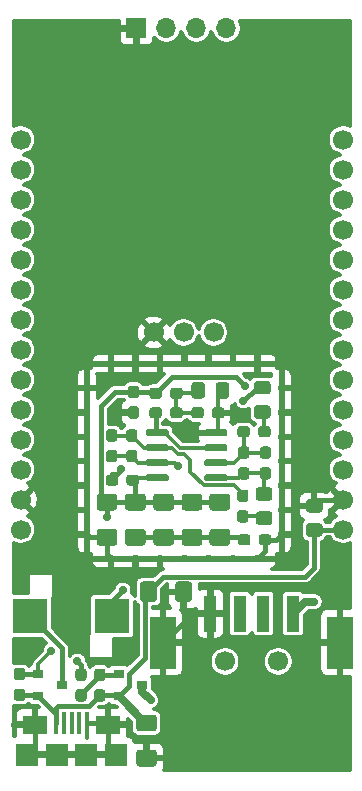
<source format=gbr>
G04 #@! TF.GenerationSoftware,KiCad,Pcbnew,(5.1.6-0-10_14)*
G04 #@! TF.CreationDate,2020-12-22T18:49:04+01:00*
G04 #@! TF.ProjectId,cdm324,63646d33-3234-42e6-9b69-6361645f7063,rev?*
G04 #@! TF.SameCoordinates,Original*
G04 #@! TF.FileFunction,Copper,L1,Top*
G04 #@! TF.FilePolarity,Positive*
%FSLAX46Y46*%
G04 Gerber Fmt 4.6, Leading zero omitted, Abs format (unit mm)*
G04 Created by KiCad (PCBNEW (5.1.6-0-10_14)) date 2020-12-22 18:49:04*
%MOMM*%
%LPD*%
G01*
G04 APERTURE LIST*
G04 #@! TA.AperFunction,SMDPad,CuDef*
%ADD10R,0.500000X2.063750*%
G04 #@! TD*
G04 #@! TA.AperFunction,SMDPad,CuDef*
%ADD11R,2.063750X0.500000*%
G04 #@! TD*
G04 #@! TA.AperFunction,ComponentPad*
%ADD12C,1.700000*%
G04 #@! TD*
G04 #@! TA.AperFunction,SMDPad,CuDef*
%ADD13R,0.900000X0.800000*%
G04 #@! TD*
G04 #@! TA.AperFunction,SMDPad,CuDef*
%ADD14R,3.000000X3.000000*%
G04 #@! TD*
G04 #@! TA.AperFunction,ComponentPad*
%ADD15O,1.700000X1.700000*%
G04 #@! TD*
G04 #@! TA.AperFunction,ComponentPad*
%ADD16R,1.700000X1.700000*%
G04 #@! TD*
G04 #@! TA.AperFunction,SMDPad,CuDef*
%ADD17R,2.200000X4.500000*%
G04 #@! TD*
G04 #@! TA.AperFunction,SMDPad,CuDef*
%ADD18R,1.120000X3.080000*%
G04 #@! TD*
G04 #@! TA.AperFunction,SMDPad,CuDef*
%ADD19R,0.400000X1.950000*%
G04 #@! TD*
G04 #@! TA.AperFunction,SMDPad,CuDef*
%ADD20R,2.100000X1.600000*%
G04 #@! TD*
G04 #@! TA.AperFunction,SMDPad,CuDef*
%ADD21R,1.900000X1.900000*%
G04 #@! TD*
G04 #@! TA.AperFunction,ViaPad*
%ADD22C,0.700000*%
G04 #@! TD*
G04 #@! TA.AperFunction,Conductor*
%ADD23C,0.400000*%
G04 #@! TD*
G04 #@! TA.AperFunction,Conductor*
%ADD24C,0.300000*%
G04 #@! TD*
G04 #@! TA.AperFunction,Conductor*
%ADD25C,0.700000*%
G04 #@! TD*
G04 APERTURE END LIST*
G04 #@! TA.AperFunction,SMDPad,CuDef*
G36*
G01*
X91787500Y-124500000D02*
X91312500Y-124500000D01*
G75*
G02*
X91075000Y-124262500I0J237500D01*
G01*
X91075000Y-123687500D01*
G75*
G02*
X91312500Y-123450000I237500J0D01*
G01*
X91787500Y-123450000D01*
G75*
G02*
X92025000Y-123687500I0J-237500D01*
G01*
X92025000Y-124262500D01*
G75*
G02*
X91787500Y-124500000I-237500J0D01*
G01*
G37*
G04 #@! TD.AperFunction*
G04 #@! TA.AperFunction,SMDPad,CuDef*
G36*
G01*
X91787500Y-126250000D02*
X91312500Y-126250000D01*
G75*
G02*
X91075000Y-126012500I0J237500D01*
G01*
X91075000Y-125437500D01*
G75*
G02*
X91312500Y-125200000I237500J0D01*
G01*
X91787500Y-125200000D01*
G75*
G02*
X92025000Y-125437500I0J-237500D01*
G01*
X92025000Y-126012500D01*
G75*
G02*
X91787500Y-126250000I-237500J0D01*
G01*
G37*
G04 #@! TD.AperFunction*
G04 #@! TA.AperFunction,SMDPad,CuDef*
G36*
G01*
X99525000Y-117575000D02*
X99525000Y-116325000D01*
G75*
G02*
X99775000Y-116075000I250000J0D01*
G01*
X100700000Y-116075000D01*
G75*
G02*
X100950000Y-116325000I0J-250000D01*
G01*
X100950000Y-117575000D01*
G75*
G02*
X100700000Y-117825000I-250000J0D01*
G01*
X99775000Y-117825000D01*
G75*
G02*
X99525000Y-117575000I0J250000D01*
G01*
G37*
G04 #@! TD.AperFunction*
G04 #@! TA.AperFunction,SMDPad,CuDef*
G36*
G01*
X96550000Y-117575000D02*
X96550000Y-116325000D01*
G75*
G02*
X96800000Y-116075000I250000J0D01*
G01*
X97725000Y-116075000D01*
G75*
G02*
X97975000Y-116325000I0J-250000D01*
G01*
X97975000Y-117575000D01*
G75*
G02*
X97725000Y-117825000I-250000J0D01*
G01*
X96800000Y-117825000D01*
G75*
G02*
X96550000Y-117575000I0J250000D01*
G01*
G37*
G04 #@! TD.AperFunction*
G04 #@! TA.AperFunction,SMDPad,CuDef*
G36*
G01*
X96475000Y-130325000D02*
X97725000Y-130325000D01*
G75*
G02*
X97975000Y-130575000I0J-250000D01*
G01*
X97975000Y-131500000D01*
G75*
G02*
X97725000Y-131750000I-250000J0D01*
G01*
X96475000Y-131750000D01*
G75*
G02*
X96225000Y-131500000I0J250000D01*
G01*
X96225000Y-130575000D01*
G75*
G02*
X96475000Y-130325000I250000J0D01*
G01*
G37*
G04 #@! TD.AperFunction*
G04 #@! TA.AperFunction,SMDPad,CuDef*
G36*
G01*
X96475000Y-127350000D02*
X97725000Y-127350000D01*
G75*
G02*
X97975000Y-127600000I0J-250000D01*
G01*
X97975000Y-128525000D01*
G75*
G02*
X97725000Y-128775000I-250000J0D01*
G01*
X96475000Y-128775000D01*
G75*
G02*
X96225000Y-128525000I0J250000D01*
G01*
X96225000Y-127600000D01*
G75*
G02*
X96475000Y-127350000I250000J0D01*
G01*
G37*
G04 #@! TD.AperFunction*
D10*
X108555000Y-112091250D03*
D11*
X106491250Y-114155000D03*
X94108750Y-114155000D03*
D10*
X92045000Y-112091250D03*
X92045000Y-99708750D03*
D11*
X94108750Y-97645000D03*
X106491250Y-97645000D03*
D10*
X108555000Y-99708750D03*
D11*
X98236250Y-114155000D03*
X96172500Y-114155000D03*
D10*
X92045000Y-110027500D03*
X92045000Y-107963750D03*
X92045000Y-105900000D03*
X92045000Y-103836250D03*
X92045000Y-101772500D03*
D11*
X96172500Y-97645000D03*
X98236250Y-97645000D03*
X100300000Y-97645000D03*
X102363750Y-97645000D03*
X104427500Y-97645000D03*
D10*
X108555000Y-101772500D03*
X108555000Y-103836250D03*
X108555000Y-105900000D03*
X108555000Y-107963750D03*
X108555000Y-110027500D03*
D11*
X104427500Y-114155000D03*
X102363750Y-114155000D03*
X100300000Y-114155000D03*
G04 #@! TA.AperFunction,SMDPad,CuDef*
G36*
G01*
X98400000Y-101562500D02*
X98400000Y-102037500D01*
G75*
G02*
X98162500Y-102275000I-237500J0D01*
G01*
X97587500Y-102275000D01*
G75*
G02*
X97350000Y-102037500I0J237500D01*
G01*
X97350000Y-101562500D01*
G75*
G02*
X97587500Y-101325000I237500J0D01*
G01*
X98162500Y-101325000D01*
G75*
G02*
X98400000Y-101562500I0J-237500D01*
G01*
G37*
G04 #@! TD.AperFunction*
G04 #@! TA.AperFunction,SMDPad,CuDef*
G36*
G01*
X100150000Y-101562500D02*
X100150000Y-102037500D01*
G75*
G02*
X99912500Y-102275000I-237500J0D01*
G01*
X99337500Y-102275000D01*
G75*
G02*
X99100000Y-102037500I0J237500D01*
G01*
X99100000Y-101562500D01*
G75*
G02*
X99337500Y-101325000I237500J0D01*
G01*
X99912500Y-101325000D01*
G75*
G02*
X100150000Y-101562500I0J-237500D01*
G01*
G37*
G04 #@! TD.AperFunction*
G04 #@! TA.AperFunction,SMDPad,CuDef*
G36*
G01*
X111750001Y-110250000D02*
X110849999Y-110250000D01*
G75*
G02*
X110600000Y-110000001I0J249999D01*
G01*
X110600000Y-109349999D01*
G75*
G02*
X110849999Y-109100000I249999J0D01*
G01*
X111750001Y-109100000D01*
G75*
G02*
X112000000Y-109349999I0J-249999D01*
G01*
X112000000Y-110000001D01*
G75*
G02*
X111750001Y-110250000I-249999J0D01*
G01*
G37*
G04 #@! TD.AperFunction*
G04 #@! TA.AperFunction,SMDPad,CuDef*
G36*
G01*
X111750001Y-112300000D02*
X110849999Y-112300000D01*
G75*
G02*
X110600000Y-112050001I0J249999D01*
G01*
X110600000Y-111399999D01*
G75*
G02*
X110849999Y-111150000I249999J0D01*
G01*
X111750001Y-111150000D01*
G75*
G02*
X112000000Y-111399999I0J-249999D01*
G01*
X112000000Y-112050001D01*
G75*
G02*
X111750001Y-112300000I-249999J0D01*
G01*
G37*
G04 #@! TD.AperFunction*
G04 #@! TA.AperFunction,SMDPad,CuDef*
G36*
G01*
X106599999Y-110150000D02*
X107500001Y-110150000D01*
G75*
G02*
X107750000Y-110399999I0J-249999D01*
G01*
X107750000Y-111050001D01*
G75*
G02*
X107500001Y-111300000I-249999J0D01*
G01*
X106599999Y-111300000D01*
G75*
G02*
X106350000Y-111050001I0J249999D01*
G01*
X106350000Y-110399999D01*
G75*
G02*
X106599999Y-110150000I249999J0D01*
G01*
G37*
G04 #@! TD.AperFunction*
G04 #@! TA.AperFunction,SMDPad,CuDef*
G36*
G01*
X106599999Y-108100000D02*
X107500001Y-108100000D01*
G75*
G02*
X107750000Y-108349999I0J-249999D01*
G01*
X107750000Y-109000001D01*
G75*
G02*
X107500001Y-109250000I-249999J0D01*
G01*
X106599999Y-109250000D01*
G75*
G02*
X106350000Y-109000001I0J249999D01*
G01*
X106350000Y-108349999D01*
G75*
G02*
X106599999Y-108100000I249999J0D01*
G01*
G37*
G04 #@! TD.AperFunction*
G04 #@! TA.AperFunction,SMDPad,CuDef*
G36*
G01*
X107350001Y-100250000D02*
X106449999Y-100250000D01*
G75*
G02*
X106200000Y-100000001I0J249999D01*
G01*
X106200000Y-99349999D01*
G75*
G02*
X106449999Y-99100000I249999J0D01*
G01*
X107350001Y-99100000D01*
G75*
G02*
X107600000Y-99349999I0J-249999D01*
G01*
X107600000Y-100000001D01*
G75*
G02*
X107350001Y-100250000I-249999J0D01*
G01*
G37*
G04 #@! TD.AperFunction*
G04 #@! TA.AperFunction,SMDPad,CuDef*
G36*
G01*
X107350001Y-102300000D02*
X106449999Y-102300000D01*
G75*
G02*
X106200000Y-102050001I0J249999D01*
G01*
X106200000Y-101399999D01*
G75*
G02*
X106449999Y-101150000I249999J0D01*
G01*
X107350001Y-101150000D01*
G75*
G02*
X107600000Y-101399999I0J-249999D01*
G01*
X107600000Y-102050001D01*
G75*
G02*
X107350001Y-102300000I-249999J0D01*
G01*
G37*
G04 #@! TD.AperFunction*
G04 #@! TA.AperFunction,SMDPad,CuDef*
G36*
G01*
X102950000Y-100350001D02*
X102950000Y-99449999D01*
G75*
G02*
X103199999Y-99200000I249999J0D01*
G01*
X103850001Y-99200000D01*
G75*
G02*
X104100000Y-99449999I0J-249999D01*
G01*
X104100000Y-100350001D01*
G75*
G02*
X103850001Y-100600000I-249999J0D01*
G01*
X103199999Y-100600000D01*
G75*
G02*
X102950000Y-100350001I0J249999D01*
G01*
G37*
G04 #@! TD.AperFunction*
G04 #@! TA.AperFunction,SMDPad,CuDef*
G36*
G01*
X100900000Y-100350001D02*
X100900000Y-99449999D01*
G75*
G02*
X101149999Y-99200000I249999J0D01*
G01*
X101800001Y-99200000D01*
G75*
G02*
X102050000Y-99449999I0J-249999D01*
G01*
X102050000Y-100350001D01*
G75*
G02*
X101800001Y-100600000I-249999J0D01*
G01*
X101149999Y-100600000D01*
G75*
G02*
X100900000Y-100350001I0J249999D01*
G01*
G37*
G04 #@! TD.AperFunction*
D12*
X113740000Y-106620000D03*
X113740000Y-109160000D03*
X113740000Y-101540000D03*
X113740000Y-78680000D03*
X113740000Y-88840000D03*
X113740000Y-91380000D03*
X113740000Y-81220000D03*
X113740000Y-93920000D03*
X113740000Y-99000000D03*
X113740000Y-83760000D03*
X113740000Y-96460000D03*
X113740000Y-86300000D03*
X113740000Y-111700000D03*
X113740000Y-104080000D03*
X86460000Y-78680000D03*
X86460000Y-81220000D03*
X86460000Y-83760000D03*
X86460000Y-86300000D03*
X86460000Y-88840000D03*
X86460000Y-91380000D03*
X86460000Y-93920000D03*
X86460000Y-96460000D03*
X86460000Y-99000000D03*
X86460000Y-101540000D03*
X86460000Y-104080000D03*
X86460000Y-106620000D03*
X86460000Y-109160000D03*
X86460000Y-111700000D03*
G04 #@! TA.AperFunction,SMDPad,CuDef*
G36*
G01*
X99000000Y-107155000D02*
X99000000Y-107455000D01*
G75*
G02*
X98850000Y-107605000I-150000J0D01*
G01*
X97200000Y-107605000D01*
G75*
G02*
X97050000Y-107455000I0J150000D01*
G01*
X97050000Y-107155000D01*
G75*
G02*
X97200000Y-107005000I150000J0D01*
G01*
X98850000Y-107005000D01*
G75*
G02*
X99000000Y-107155000I0J-150000D01*
G01*
G37*
G04 #@! TD.AperFunction*
G04 #@! TA.AperFunction,SMDPad,CuDef*
G36*
G01*
X99000000Y-105885000D02*
X99000000Y-106185000D01*
G75*
G02*
X98850000Y-106335000I-150000J0D01*
G01*
X97200000Y-106335000D01*
G75*
G02*
X97050000Y-106185000I0J150000D01*
G01*
X97050000Y-105885000D01*
G75*
G02*
X97200000Y-105735000I150000J0D01*
G01*
X98850000Y-105735000D01*
G75*
G02*
X99000000Y-105885000I0J-150000D01*
G01*
G37*
G04 #@! TD.AperFunction*
G04 #@! TA.AperFunction,SMDPad,CuDef*
G36*
G01*
X99000000Y-104615000D02*
X99000000Y-104915000D01*
G75*
G02*
X98850000Y-105065000I-150000J0D01*
G01*
X97200000Y-105065000D01*
G75*
G02*
X97050000Y-104915000I0J150000D01*
G01*
X97050000Y-104615000D01*
G75*
G02*
X97200000Y-104465000I150000J0D01*
G01*
X98850000Y-104465000D01*
G75*
G02*
X99000000Y-104615000I0J-150000D01*
G01*
G37*
G04 #@! TD.AperFunction*
G04 #@! TA.AperFunction,SMDPad,CuDef*
G36*
G01*
X99000000Y-103345000D02*
X99000000Y-103645000D01*
G75*
G02*
X98850000Y-103795000I-150000J0D01*
G01*
X97200000Y-103795000D01*
G75*
G02*
X97050000Y-103645000I0J150000D01*
G01*
X97050000Y-103345000D01*
G75*
G02*
X97200000Y-103195000I150000J0D01*
G01*
X98850000Y-103195000D01*
G75*
G02*
X99000000Y-103345000I0J-150000D01*
G01*
G37*
G04 #@! TD.AperFunction*
G04 #@! TA.AperFunction,SMDPad,CuDef*
G36*
G01*
X103950000Y-103345000D02*
X103950000Y-103645000D01*
G75*
G02*
X103800000Y-103795000I-150000J0D01*
G01*
X102150000Y-103795000D01*
G75*
G02*
X102000000Y-103645000I0J150000D01*
G01*
X102000000Y-103345000D01*
G75*
G02*
X102150000Y-103195000I150000J0D01*
G01*
X103800000Y-103195000D01*
G75*
G02*
X103950000Y-103345000I0J-150000D01*
G01*
G37*
G04 #@! TD.AperFunction*
G04 #@! TA.AperFunction,SMDPad,CuDef*
G36*
G01*
X103950000Y-104615000D02*
X103950000Y-104915000D01*
G75*
G02*
X103800000Y-105065000I-150000J0D01*
G01*
X102150000Y-105065000D01*
G75*
G02*
X102000000Y-104915000I0J150000D01*
G01*
X102000000Y-104615000D01*
G75*
G02*
X102150000Y-104465000I150000J0D01*
G01*
X103800000Y-104465000D01*
G75*
G02*
X103950000Y-104615000I0J-150000D01*
G01*
G37*
G04 #@! TD.AperFunction*
G04 #@! TA.AperFunction,SMDPad,CuDef*
G36*
G01*
X103950000Y-105885000D02*
X103950000Y-106185000D01*
G75*
G02*
X103800000Y-106335000I-150000J0D01*
G01*
X102150000Y-106335000D01*
G75*
G02*
X102000000Y-106185000I0J150000D01*
G01*
X102000000Y-105885000D01*
G75*
G02*
X102150000Y-105735000I150000J0D01*
G01*
X103800000Y-105735000D01*
G75*
G02*
X103950000Y-105885000I0J-150000D01*
G01*
G37*
G04 #@! TD.AperFunction*
G04 #@! TA.AperFunction,SMDPad,CuDef*
G36*
G01*
X103950000Y-107155000D02*
X103950000Y-107455000D01*
G75*
G02*
X103800000Y-107605000I-150000J0D01*
G01*
X102150000Y-107605000D01*
G75*
G02*
X102000000Y-107455000I0J150000D01*
G01*
X102000000Y-107155000D01*
G75*
G02*
X102150000Y-107005000I150000J0D01*
G01*
X103800000Y-107005000D01*
G75*
G02*
X103950000Y-107155000I0J-150000D01*
G01*
G37*
G04 #@! TD.AperFunction*
D13*
X89950000Y-124850000D03*
X87950000Y-125800000D03*
X87950000Y-123900000D03*
G04 #@! TA.AperFunction,SMDPad,CuDef*
G36*
G01*
X86587500Y-124450000D02*
X86112500Y-124450000D01*
G75*
G02*
X85875000Y-124212500I0J237500D01*
G01*
X85875000Y-123637500D01*
G75*
G02*
X86112500Y-123400000I237500J0D01*
G01*
X86587500Y-123400000D01*
G75*
G02*
X86825000Y-123637500I0J-237500D01*
G01*
X86825000Y-124212500D01*
G75*
G02*
X86587500Y-124450000I-237500J0D01*
G01*
G37*
G04 #@! TD.AperFunction*
G04 #@! TA.AperFunction,SMDPad,CuDef*
G36*
G01*
X86587500Y-126200000D02*
X86112500Y-126200000D01*
G75*
G02*
X85875000Y-125962500I0J237500D01*
G01*
X85875000Y-125387500D01*
G75*
G02*
X86112500Y-125150000I237500J0D01*
G01*
X86587500Y-125150000D01*
G75*
G02*
X86825000Y-125387500I0J-237500D01*
G01*
X86825000Y-125962500D01*
G75*
G02*
X86587500Y-126200000I-237500J0D01*
G01*
G37*
G04 #@! TD.AperFunction*
X96750000Y-124850000D03*
X94750000Y-125800000D03*
X94750000Y-123900000D03*
G04 #@! TA.AperFunction,SMDPad,CuDef*
G36*
G01*
X93387500Y-124500000D02*
X92912500Y-124500000D01*
G75*
G02*
X92675000Y-124262500I0J237500D01*
G01*
X92675000Y-123687500D01*
G75*
G02*
X92912500Y-123450000I237500J0D01*
G01*
X93387500Y-123450000D01*
G75*
G02*
X93625000Y-123687500I0J-237500D01*
G01*
X93625000Y-124262500D01*
G75*
G02*
X93387500Y-124500000I-237500J0D01*
G01*
G37*
G04 #@! TD.AperFunction*
G04 #@! TA.AperFunction,SMDPad,CuDef*
G36*
G01*
X93387500Y-126250000D02*
X92912500Y-126250000D01*
G75*
G02*
X92675000Y-126012500I0J237500D01*
G01*
X92675000Y-125437500D01*
G75*
G02*
X92912500Y-125200000I237500J0D01*
G01*
X93387500Y-125200000D01*
G75*
G02*
X93625000Y-125437500I0J-237500D01*
G01*
X93625000Y-126012500D01*
G75*
G02*
X93387500Y-126250000I-237500J0D01*
G01*
G37*
G04 #@! TD.AperFunction*
G04 #@! TA.AperFunction,SMDPad,CuDef*
G36*
G01*
X94387500Y-104250000D02*
X93912500Y-104250000D01*
G75*
G02*
X93675000Y-104012500I0J237500D01*
G01*
X93675000Y-103437500D01*
G75*
G02*
X93912500Y-103200000I237500J0D01*
G01*
X94387500Y-103200000D01*
G75*
G02*
X94625000Y-103437500I0J-237500D01*
G01*
X94625000Y-104012500D01*
G75*
G02*
X94387500Y-104250000I-237500J0D01*
G01*
G37*
G04 #@! TD.AperFunction*
G04 #@! TA.AperFunction,SMDPad,CuDef*
G36*
G01*
X94387500Y-106000000D02*
X93912500Y-106000000D01*
G75*
G02*
X93675000Y-105762500I0J237500D01*
G01*
X93675000Y-105187500D01*
G75*
G02*
X93912500Y-104950000I237500J0D01*
G01*
X94387500Y-104950000D01*
G75*
G02*
X94625000Y-105187500I0J-237500D01*
G01*
X94625000Y-105762500D01*
G75*
G02*
X94387500Y-106000000I-237500J0D01*
G01*
G37*
G04 #@! TD.AperFunction*
G04 #@! TA.AperFunction,SMDPad,CuDef*
G36*
G01*
X100325000Y-111625000D02*
X101575000Y-111625000D01*
G75*
G02*
X101825000Y-111875000I0J-250000D01*
G01*
X101825000Y-112800000D01*
G75*
G02*
X101575000Y-113050000I-250000J0D01*
G01*
X100325000Y-113050000D01*
G75*
G02*
X100075000Y-112800000I0J250000D01*
G01*
X100075000Y-111875000D01*
G75*
G02*
X100325000Y-111625000I250000J0D01*
G01*
G37*
G04 #@! TD.AperFunction*
G04 #@! TA.AperFunction,SMDPad,CuDef*
G36*
G01*
X100325000Y-108650000D02*
X101575000Y-108650000D01*
G75*
G02*
X101825000Y-108900000I0J-250000D01*
G01*
X101825000Y-109825000D01*
G75*
G02*
X101575000Y-110075000I-250000J0D01*
G01*
X100325000Y-110075000D01*
G75*
G02*
X100075000Y-109825000I0J250000D01*
G01*
X100075000Y-108900000D01*
G75*
G02*
X100325000Y-108650000I250000J0D01*
G01*
G37*
G04 #@! TD.AperFunction*
G04 #@! TA.AperFunction,SMDPad,CuDef*
G36*
G01*
X105487500Y-109350000D02*
X105012500Y-109350000D01*
G75*
G02*
X104775000Y-109112500I0J237500D01*
G01*
X104775000Y-108537500D01*
G75*
G02*
X105012500Y-108300000I237500J0D01*
G01*
X105487500Y-108300000D01*
G75*
G02*
X105725000Y-108537500I0J-237500D01*
G01*
X105725000Y-109112500D01*
G75*
G02*
X105487500Y-109350000I-237500J0D01*
G01*
G37*
G04 #@! TD.AperFunction*
G04 #@! TA.AperFunction,SMDPad,CuDef*
G36*
G01*
X105487500Y-111100000D02*
X105012500Y-111100000D01*
G75*
G02*
X104775000Y-110862500I0J237500D01*
G01*
X104775000Y-110287500D01*
G75*
G02*
X105012500Y-110050000I237500J0D01*
G01*
X105487500Y-110050000D01*
G75*
G02*
X105725000Y-110287500I0J-237500D01*
G01*
X105725000Y-110862500D01*
G75*
G02*
X105487500Y-111100000I-237500J0D01*
G01*
G37*
G04 #@! TD.AperFunction*
G04 #@! TA.AperFunction,SMDPad,CuDef*
G36*
G01*
X106600000Y-112787500D02*
X106600000Y-112312500D01*
G75*
G02*
X106837500Y-112075000I237500J0D01*
G01*
X107412500Y-112075000D01*
G75*
G02*
X107650000Y-112312500I0J-237500D01*
G01*
X107650000Y-112787500D01*
G75*
G02*
X107412500Y-113025000I-237500J0D01*
G01*
X106837500Y-113025000D01*
G75*
G02*
X106600000Y-112787500I0J237500D01*
G01*
G37*
G04 #@! TD.AperFunction*
G04 #@! TA.AperFunction,SMDPad,CuDef*
G36*
G01*
X104850000Y-112787500D02*
X104850000Y-112312500D01*
G75*
G02*
X105087500Y-112075000I237500J0D01*
G01*
X105662500Y-112075000D01*
G75*
G02*
X105900000Y-112312500I0J-237500D01*
G01*
X105900000Y-112787500D01*
G75*
G02*
X105662500Y-113025000I-237500J0D01*
G01*
X105087500Y-113025000D01*
G75*
G02*
X104850000Y-112787500I0J237500D01*
G01*
G37*
G04 #@! TD.AperFunction*
D14*
X94200000Y-119000000D03*
X87200000Y-119000000D03*
G04 #@! TA.AperFunction,SMDPad,CuDef*
G36*
G01*
X102650000Y-102037500D02*
X102650000Y-101562500D01*
G75*
G02*
X102887500Y-101325000I237500J0D01*
G01*
X103462500Y-101325000D01*
G75*
G02*
X103700000Y-101562500I0J-237500D01*
G01*
X103700000Y-102037500D01*
G75*
G02*
X103462500Y-102275000I-237500J0D01*
G01*
X102887500Y-102275000D01*
G75*
G02*
X102650000Y-102037500I0J237500D01*
G01*
G37*
G04 #@! TD.AperFunction*
G04 #@! TA.AperFunction,SMDPad,CuDef*
G36*
G01*
X100900000Y-102037500D02*
X100900000Y-101562500D01*
G75*
G02*
X101137500Y-101325000I237500J0D01*
G01*
X101712500Y-101325000D01*
G75*
G02*
X101950000Y-101562500I0J-237500D01*
G01*
X101950000Y-102037500D01*
G75*
G02*
X101712500Y-102275000I-237500J0D01*
G01*
X101137500Y-102275000D01*
G75*
G02*
X100900000Y-102037500I0J237500D01*
G01*
G37*
G04 #@! TD.AperFunction*
G04 #@! TA.AperFunction,SMDPad,CuDef*
G36*
G01*
X99100000Y-100387500D02*
X99100000Y-99912500D01*
G75*
G02*
X99337500Y-99675000I237500J0D01*
G01*
X99912500Y-99675000D01*
G75*
G02*
X100150000Y-99912500I0J-237500D01*
G01*
X100150000Y-100387500D01*
G75*
G02*
X99912500Y-100625000I-237500J0D01*
G01*
X99337500Y-100625000D01*
G75*
G02*
X99100000Y-100387500I0J237500D01*
G01*
G37*
G04 #@! TD.AperFunction*
G04 #@! TA.AperFunction,SMDPad,CuDef*
G36*
G01*
X97350000Y-100387500D02*
X97350000Y-99912500D01*
G75*
G02*
X97587500Y-99675000I237500J0D01*
G01*
X98162500Y-99675000D01*
G75*
G02*
X98400000Y-99912500I0J-237500D01*
G01*
X98400000Y-100387500D01*
G75*
G02*
X98162500Y-100625000I-237500J0D01*
G01*
X97587500Y-100625000D01*
G75*
G02*
X97350000Y-100387500I0J237500D01*
G01*
G37*
G04 #@! TD.AperFunction*
G04 #@! TA.AperFunction,SMDPad,CuDef*
G36*
G01*
X107407500Y-107450000D02*
X106932500Y-107450000D01*
G75*
G02*
X106695000Y-107212500I0J237500D01*
G01*
X106695000Y-106637500D01*
G75*
G02*
X106932500Y-106400000I237500J0D01*
G01*
X107407500Y-106400000D01*
G75*
G02*
X107645000Y-106637500I0J-237500D01*
G01*
X107645000Y-107212500D01*
G75*
G02*
X107407500Y-107450000I-237500J0D01*
G01*
G37*
G04 #@! TD.AperFunction*
G04 #@! TA.AperFunction,SMDPad,CuDef*
G36*
G01*
X107407500Y-105700000D02*
X106932500Y-105700000D01*
G75*
G02*
X106695000Y-105462500I0J237500D01*
G01*
X106695000Y-104887500D01*
G75*
G02*
X106932500Y-104650000I237500J0D01*
G01*
X107407500Y-104650000D01*
G75*
G02*
X107645000Y-104887500I0J-237500D01*
G01*
X107645000Y-105462500D01*
G75*
G02*
X107407500Y-105700000I-237500J0D01*
G01*
G37*
G04 #@! TD.AperFunction*
G04 #@! TA.AperFunction,SMDPad,CuDef*
G36*
G01*
X105567500Y-107450000D02*
X105092500Y-107450000D01*
G75*
G02*
X104855000Y-107212500I0J237500D01*
G01*
X104855000Y-106637500D01*
G75*
G02*
X105092500Y-106400000I237500J0D01*
G01*
X105567500Y-106400000D01*
G75*
G02*
X105805000Y-106637500I0J-237500D01*
G01*
X105805000Y-107212500D01*
G75*
G02*
X105567500Y-107450000I-237500J0D01*
G01*
G37*
G04 #@! TD.AperFunction*
G04 #@! TA.AperFunction,SMDPad,CuDef*
G36*
G01*
X105567500Y-105700000D02*
X105092500Y-105700000D01*
G75*
G02*
X104855000Y-105462500I0J237500D01*
G01*
X104855000Y-104887500D01*
G75*
G02*
X105092500Y-104650000I237500J0D01*
G01*
X105567500Y-104650000D01*
G75*
G02*
X105805000Y-104887500I0J-237500D01*
G01*
X105805000Y-105462500D01*
G75*
G02*
X105567500Y-105700000I-237500J0D01*
G01*
G37*
G04 #@! TD.AperFunction*
G04 #@! TA.AperFunction,SMDPad,CuDef*
G36*
G01*
X102675000Y-111625000D02*
X103925000Y-111625000D01*
G75*
G02*
X104175000Y-111875000I0J-250000D01*
G01*
X104175000Y-112800000D01*
G75*
G02*
X103925000Y-113050000I-250000J0D01*
G01*
X102675000Y-113050000D01*
G75*
G02*
X102425000Y-112800000I0J250000D01*
G01*
X102425000Y-111875000D01*
G75*
G02*
X102675000Y-111625000I250000J0D01*
G01*
G37*
G04 #@! TD.AperFunction*
G04 #@! TA.AperFunction,SMDPad,CuDef*
G36*
G01*
X102675000Y-108650000D02*
X103925000Y-108650000D01*
G75*
G02*
X104175000Y-108900000I0J-250000D01*
G01*
X104175000Y-109825000D01*
G75*
G02*
X103925000Y-110075000I-250000J0D01*
G01*
X102675000Y-110075000D01*
G75*
G02*
X102425000Y-109825000I0J250000D01*
G01*
X102425000Y-108900000D01*
G75*
G02*
X102675000Y-108650000I250000J0D01*
G01*
G37*
G04 #@! TD.AperFunction*
G04 #@! TA.AperFunction,SMDPad,CuDef*
G36*
G01*
X97925000Y-111625000D02*
X99175000Y-111625000D01*
G75*
G02*
X99425000Y-111875000I0J-250000D01*
G01*
X99425000Y-112800000D01*
G75*
G02*
X99175000Y-113050000I-250000J0D01*
G01*
X97925000Y-113050000D01*
G75*
G02*
X97675000Y-112800000I0J250000D01*
G01*
X97675000Y-111875000D01*
G75*
G02*
X97925000Y-111625000I250000J0D01*
G01*
G37*
G04 #@! TD.AperFunction*
G04 #@! TA.AperFunction,SMDPad,CuDef*
G36*
G01*
X97925000Y-108650000D02*
X99175000Y-108650000D01*
G75*
G02*
X99425000Y-108900000I0J-250000D01*
G01*
X99425000Y-109825000D01*
G75*
G02*
X99175000Y-110075000I-250000J0D01*
G01*
X97925000Y-110075000D01*
G75*
G02*
X97675000Y-109825000I0J250000D01*
G01*
X97675000Y-108900000D01*
G75*
G02*
X97925000Y-108650000I250000J0D01*
G01*
G37*
G04 #@! TD.AperFunction*
G04 #@! TA.AperFunction,SMDPad,CuDef*
G36*
G01*
X93125000Y-111625000D02*
X94375000Y-111625000D01*
G75*
G02*
X94625000Y-111875000I0J-250000D01*
G01*
X94625000Y-112800000D01*
G75*
G02*
X94375000Y-113050000I-250000J0D01*
G01*
X93125000Y-113050000D01*
G75*
G02*
X92875000Y-112800000I0J250000D01*
G01*
X92875000Y-111875000D01*
G75*
G02*
X93125000Y-111625000I250000J0D01*
G01*
G37*
G04 #@! TD.AperFunction*
G04 #@! TA.AperFunction,SMDPad,CuDef*
G36*
G01*
X93125000Y-108650000D02*
X94375000Y-108650000D01*
G75*
G02*
X94625000Y-108900000I0J-250000D01*
G01*
X94625000Y-109825000D01*
G75*
G02*
X94375000Y-110075000I-250000J0D01*
G01*
X93125000Y-110075000D01*
G75*
G02*
X92875000Y-109825000I0J250000D01*
G01*
X92875000Y-108900000D01*
G75*
G02*
X93125000Y-108650000I250000J0D01*
G01*
G37*
G04 #@! TD.AperFunction*
G04 #@! TA.AperFunction,SMDPad,CuDef*
G36*
G01*
X95525000Y-111625000D02*
X96775000Y-111625000D01*
G75*
G02*
X97025000Y-111875000I0J-250000D01*
G01*
X97025000Y-112800000D01*
G75*
G02*
X96775000Y-113050000I-250000J0D01*
G01*
X95525000Y-113050000D01*
G75*
G02*
X95275000Y-112800000I0J250000D01*
G01*
X95275000Y-111875000D01*
G75*
G02*
X95525000Y-111625000I250000J0D01*
G01*
G37*
G04 #@! TD.AperFunction*
G04 #@! TA.AperFunction,SMDPad,CuDef*
G36*
G01*
X95525000Y-108650000D02*
X96775000Y-108650000D01*
G75*
G02*
X97025000Y-108900000I0J-250000D01*
G01*
X97025000Y-109825000D01*
G75*
G02*
X96775000Y-110075000I-250000J0D01*
G01*
X95525000Y-110075000D01*
G75*
G02*
X95275000Y-109825000I0J250000D01*
G01*
X95275000Y-108900000D01*
G75*
G02*
X95525000Y-108650000I250000J0D01*
G01*
G37*
G04 #@! TD.AperFunction*
D12*
X97710000Y-95000000D03*
X100250000Y-95000000D03*
X102790000Y-95000000D03*
D15*
X103870000Y-69250000D03*
X101330000Y-69250000D03*
X98790000Y-69250000D03*
D16*
X96250000Y-69250000D03*
D12*
X108250000Y-122840000D03*
X103750000Y-122840000D03*
D17*
X98500000Y-121250000D03*
X113500000Y-121250000D03*
D18*
X102500000Y-118800000D03*
X105000000Y-118800000D03*
X107000000Y-118800000D03*
X109500000Y-118800000D03*
D19*
X92050000Y-128075000D03*
X91400000Y-128075000D03*
X90750000Y-128075000D03*
X90100000Y-128075000D03*
X89450000Y-128075000D03*
D20*
X93850000Y-128200000D03*
X87650000Y-128200000D03*
D21*
X94500000Y-130750000D03*
X87000000Y-130750000D03*
X91950000Y-130750000D03*
X89550000Y-130750000D03*
G04 #@! TA.AperFunction,SMDPad,CuDef*
G36*
G01*
X105850000Y-103162500D02*
X105850000Y-103637500D01*
G75*
G02*
X105612500Y-103875000I-237500J0D01*
G01*
X105037500Y-103875000D01*
G75*
G02*
X104800000Y-103637500I0J237500D01*
G01*
X104800000Y-103162500D01*
G75*
G02*
X105037500Y-102925000I237500J0D01*
G01*
X105612500Y-102925000D01*
G75*
G02*
X105850000Y-103162500I0J-237500D01*
G01*
G37*
G04 #@! TD.AperFunction*
G04 #@! TA.AperFunction,SMDPad,CuDef*
G36*
G01*
X107600000Y-103162500D02*
X107600000Y-103637500D01*
G75*
G02*
X107362500Y-103875000I-237500J0D01*
G01*
X106787500Y-103875000D01*
G75*
G02*
X106550000Y-103637500I0J237500D01*
G01*
X106550000Y-103162500D01*
G75*
G02*
X106787500Y-102925000I237500J0D01*
G01*
X107362500Y-102925000D01*
G75*
G02*
X107600000Y-103162500I0J-237500D01*
G01*
G37*
G04 #@! TD.AperFunction*
G04 #@! TA.AperFunction,SMDPad,CuDef*
G36*
G01*
X94700000Y-107262500D02*
X94700000Y-107737500D01*
G75*
G02*
X94462500Y-107975000I-237500J0D01*
G01*
X93887500Y-107975000D01*
G75*
G02*
X93650000Y-107737500I0J237500D01*
G01*
X93650000Y-107262500D01*
G75*
G02*
X93887500Y-107025000I237500J0D01*
G01*
X94462500Y-107025000D01*
G75*
G02*
X94700000Y-107262500I0J-237500D01*
G01*
G37*
G04 #@! TD.AperFunction*
G04 #@! TA.AperFunction,SMDPad,CuDef*
G36*
G01*
X96450000Y-107262500D02*
X96450000Y-107737500D01*
G75*
G02*
X96212500Y-107975000I-237500J0D01*
G01*
X95637500Y-107975000D01*
G75*
G02*
X95400000Y-107737500I0J237500D01*
G01*
X95400000Y-107262500D01*
G75*
G02*
X95637500Y-107025000I237500J0D01*
G01*
X96212500Y-107025000D01*
G75*
G02*
X96450000Y-107262500I0J-237500D01*
G01*
G37*
G04 #@! TD.AperFunction*
G04 #@! TA.AperFunction,SMDPad,CuDef*
G36*
G01*
X96087500Y-104250000D02*
X95612500Y-104250000D01*
G75*
G02*
X95375000Y-104012500I0J237500D01*
G01*
X95375000Y-103437500D01*
G75*
G02*
X95612500Y-103200000I237500J0D01*
G01*
X96087500Y-103200000D01*
G75*
G02*
X96325000Y-103437500I0J-237500D01*
G01*
X96325000Y-104012500D01*
G75*
G02*
X96087500Y-104250000I-237500J0D01*
G01*
G37*
G04 #@! TD.AperFunction*
G04 #@! TA.AperFunction,SMDPad,CuDef*
G36*
G01*
X96087500Y-106000000D02*
X95612500Y-106000000D01*
G75*
G02*
X95375000Y-105762500I0J237500D01*
G01*
X95375000Y-105187500D01*
G75*
G02*
X95612500Y-104950000I237500J0D01*
G01*
X96087500Y-104950000D01*
G75*
G02*
X96325000Y-105187500I0J-237500D01*
G01*
X96325000Y-105762500D01*
G75*
G02*
X96087500Y-106000000I-237500J0D01*
G01*
G37*
G04 #@! TD.AperFunction*
G04 #@! TA.AperFunction,SMDPad,CuDef*
G36*
G01*
X95762500Y-101250000D02*
X96237500Y-101250000D01*
G75*
G02*
X96475000Y-101487500I0J-237500D01*
G01*
X96475000Y-102062500D01*
G75*
G02*
X96237500Y-102300000I-237500J0D01*
G01*
X95762500Y-102300000D01*
G75*
G02*
X95525000Y-102062500I0J237500D01*
G01*
X95525000Y-101487500D01*
G75*
G02*
X95762500Y-101250000I237500J0D01*
G01*
G37*
G04 #@! TD.AperFunction*
G04 #@! TA.AperFunction,SMDPad,CuDef*
G36*
G01*
X95762500Y-99500000D02*
X96237500Y-99500000D01*
G75*
G02*
X96475000Y-99737500I0J-237500D01*
G01*
X96475000Y-100312500D01*
G75*
G02*
X96237500Y-100550000I-237500J0D01*
G01*
X95762500Y-100550000D01*
G75*
G02*
X95525000Y-100312500I0J237500D01*
G01*
X95525000Y-99737500D01*
G75*
G02*
X95762500Y-99500000I237500J0D01*
G01*
G37*
G04 #@! TD.AperFunction*
D22*
X100550000Y-103500000D03*
X94450000Y-101800000D03*
X94950000Y-106600000D03*
X86900000Y-122100000D03*
X105200000Y-102000000D03*
X87500000Y-70000000D03*
X92500000Y-70000000D03*
X92500000Y-75000000D03*
X92500000Y-80000000D03*
X92500000Y-85000000D03*
X92500000Y-90000000D03*
X92500000Y-95000000D03*
X87500000Y-75000000D03*
X97500000Y-75000000D03*
X102500000Y-75000000D03*
X107500000Y-75000000D03*
X112500000Y-75000000D03*
X112500000Y-70000000D03*
X107500000Y-70000000D03*
X97500000Y-80000000D03*
X102500000Y-80000000D03*
X107500000Y-80000000D03*
X107500000Y-85000000D03*
X102500000Y-85000000D03*
X97500000Y-85000000D03*
X97500000Y-90000000D03*
X102500000Y-90000000D03*
X107500000Y-90000000D03*
X107500000Y-95000000D03*
X90000000Y-97500000D03*
X90000000Y-102500000D03*
X110000000Y-97500000D03*
X110000000Y-102500000D03*
X110000000Y-107500000D03*
X110000000Y-114400000D03*
X100000000Y-130000000D03*
X105000000Y-130000000D03*
X110000000Y-130000000D03*
X105000000Y-125000000D03*
X100000000Y-125000000D03*
X90000000Y-107500000D03*
X90000000Y-115000000D03*
X90000000Y-112500000D03*
X110000000Y-125000000D03*
X102500000Y-116450000D03*
X85950000Y-128250000D03*
X95550000Y-128250000D03*
X113350000Y-117600000D03*
X114000000Y-130000000D03*
X114000000Y-125000000D03*
X95100000Y-116800000D03*
X93750000Y-110600000D03*
X105400000Y-99550000D03*
X97450000Y-126150000D03*
X111300000Y-117800000D03*
X105300000Y-100800000D03*
X99750000Y-106300000D03*
X89050000Y-122000000D03*
X91250000Y-122850000D03*
D23*
X88025000Y-125725000D02*
X88100000Y-125800000D01*
D24*
X103870000Y-69250000D02*
X103750000Y-69250000D01*
D23*
X113740000Y-111700000D02*
X111787500Y-111700000D01*
X111787500Y-111700000D02*
X111300000Y-112187500D01*
X97100000Y-128062500D02*
X97100000Y-128012500D01*
X111300000Y-111725000D02*
X111254998Y-111725000D01*
X87825000Y-125675000D02*
X87950000Y-125800000D01*
X86350000Y-125675000D02*
X87825000Y-125675000D01*
X89450000Y-127300000D02*
X87950000Y-125800000D01*
X89450000Y-128075000D02*
X89450000Y-127300000D01*
X89450000Y-126829998D02*
X89450000Y-128075000D01*
X89629988Y-126650010D02*
X89450000Y-126829998D01*
X92224990Y-126650010D02*
X89629988Y-126650010D01*
X93150000Y-125725000D02*
X92224990Y-126650010D01*
X96999999Y-117012501D02*
X97262500Y-116750000D01*
X96999999Y-122550001D02*
X96999999Y-117012501D01*
X95600001Y-123949999D02*
X96999999Y-122550001D01*
X95600001Y-124949999D02*
X95600001Y-123949999D01*
X94750000Y-125800000D02*
X95600001Y-124949999D01*
X94675000Y-125725000D02*
X94750000Y-125800000D01*
X93150000Y-125725000D02*
X94675000Y-125725000D01*
X98537510Y-115674990D02*
X110525010Y-115674990D01*
X97262500Y-116950000D02*
X98537510Y-115674990D01*
X111300000Y-114900000D02*
X111300000Y-111725000D01*
X110525010Y-115674990D02*
X111300000Y-114900000D01*
D25*
X97012500Y-128062500D02*
X94750000Y-125800000D01*
X97100000Y-128062500D02*
X97012500Y-128062500D01*
D23*
X87650000Y-130100000D02*
X87000000Y-130750000D01*
X87650000Y-128200000D02*
X87650000Y-130100000D01*
X87000000Y-130750000D02*
X89550000Y-130750000D01*
X89550000Y-130750000D02*
X91950000Y-130750000D01*
X91950000Y-130750000D02*
X94500000Y-130750000D01*
X93850000Y-130100000D02*
X94500000Y-130750000D01*
X93850000Y-128200000D02*
X93850000Y-130100000D01*
X93725000Y-128075000D02*
X93850000Y-128200000D01*
X92050000Y-128075000D02*
X93725000Y-128075000D01*
X94200000Y-128200000D02*
X93850000Y-128200000D01*
X100950000Y-118800000D02*
X98500000Y-121250000D01*
X102500000Y-118800000D02*
X100950000Y-118800000D01*
X103010000Y-121250000D02*
X98500000Y-121250000D01*
X113500000Y-121250000D02*
X103010000Y-121250000D01*
D24*
X96000000Y-101775000D02*
X94725000Y-101775000D01*
X100555000Y-103495000D02*
X100550000Y-103500000D01*
X102975000Y-103495000D02*
X100555000Y-103495000D01*
D23*
X94175000Y-107500000D02*
X94175000Y-106975000D01*
X94575000Y-106975000D02*
X94950000Y-106600000D01*
X94175000Y-106975000D02*
X94575000Y-106975000D01*
X113687500Y-109212500D02*
X113740000Y-109160000D01*
X111300000Y-109212500D02*
X113687500Y-109212500D01*
D24*
X103175000Y-100250000D02*
X103525000Y-99900000D01*
X103175000Y-101800000D02*
X103175000Y-100200000D01*
X103175000Y-103295000D02*
X102975000Y-103495000D01*
X103175000Y-101800000D02*
X103175000Y-103295000D01*
D23*
X108096250Y-112550000D02*
X108555000Y-112091250D01*
X107125000Y-112550000D02*
X108096250Y-112550000D01*
X107125000Y-113521250D02*
X106491250Y-114155000D01*
X107125000Y-112550000D02*
X107125000Y-113521250D01*
X93750000Y-113796250D02*
X94108750Y-114155000D01*
X93750000Y-112337500D02*
X93750000Y-113796250D01*
X92291250Y-112337500D02*
X92045000Y-112091250D01*
X93750000Y-112337500D02*
X92291250Y-112337500D01*
D24*
X101425000Y-101800000D02*
X99625000Y-101800000D01*
X99625000Y-101800000D02*
X99625000Y-100100000D01*
X101225000Y-100150000D02*
X101475000Y-99900000D01*
X99625000Y-100150000D02*
X101225000Y-100150000D01*
X98688122Y-103495000D02*
X98025000Y-103495000D01*
X99958122Y-104765000D02*
X98688122Y-103495000D01*
X102975000Y-104765000D02*
X99958122Y-104765000D01*
D23*
X97875000Y-103345000D02*
X98025000Y-103495000D01*
X97875000Y-101800000D02*
X97875000Y-103345000D01*
D24*
X95875000Y-99900000D02*
X96000000Y-99775000D01*
D23*
X100950000Y-109362500D02*
X98550000Y-109362500D01*
X98550000Y-109362500D02*
X96150000Y-109362500D01*
X96150000Y-109362500D02*
X93750000Y-109362500D01*
X95930000Y-107305000D02*
X95925000Y-107300000D01*
X100950000Y-109362500D02*
X103300000Y-109362500D01*
X94414998Y-100025000D02*
X96000000Y-100025000D01*
X93249990Y-101190008D02*
X94414998Y-100025000D01*
X93249990Y-108862490D02*
X93249990Y-101190008D01*
X93750000Y-109362500D02*
X93249990Y-108862490D01*
X94200000Y-117700000D02*
X95100000Y-116800000D01*
X94200000Y-119000000D02*
X94200000Y-117700000D01*
X93750000Y-110600000D02*
X93750000Y-109362500D01*
X96150000Y-107525000D02*
X95925000Y-107300000D01*
X96150000Y-109362500D02*
X96150000Y-107525000D01*
X97750000Y-100025000D02*
X97875000Y-100150000D01*
X96000000Y-100025000D02*
X97750000Y-100025000D01*
X104649990Y-98799990D02*
X105400000Y-99550000D01*
X99225010Y-98799990D02*
X104649990Y-98799990D01*
X97875000Y-100150000D02*
X99225010Y-98799990D01*
D24*
X96120000Y-107305000D02*
X95925000Y-107500000D01*
X98025000Y-107305000D02*
X96120000Y-107305000D01*
D23*
X105400000Y-110575000D02*
X105375000Y-110575000D01*
D24*
X106900000Y-110575000D02*
X107050000Y-110725000D01*
X105250000Y-110575000D02*
X106900000Y-110575000D01*
D23*
X96850000Y-124850000D02*
X96750000Y-124850000D01*
D25*
X96750000Y-125450000D02*
X97450000Y-126150000D01*
X96750000Y-124850000D02*
X96750000Y-125450000D01*
X110500000Y-117800000D02*
X109500000Y-118800000D01*
X111300000Y-117800000D02*
X110500000Y-117800000D01*
D23*
X106425000Y-99675000D02*
X105300000Y-100800000D01*
X106900000Y-99675000D02*
X106425000Y-99675000D01*
D24*
X107075000Y-101900000D02*
X106900000Y-101725000D01*
X107075000Y-103400000D02*
X107075000Y-101900000D01*
X105330000Y-106925000D02*
X107170000Y-106925000D01*
X107170000Y-108805000D02*
X107150000Y-108825000D01*
X104950000Y-107305000D02*
X105330000Y-106925000D01*
X102975000Y-107305000D02*
X104950000Y-107305000D01*
X107050000Y-107045000D02*
X107170000Y-106925000D01*
X107050000Y-108675000D02*
X107050000Y-107045000D01*
X105330000Y-105175000D02*
X107170000Y-105175000D01*
X104470000Y-106035000D02*
X105330000Y-105175000D01*
X102975000Y-106035000D02*
X104470000Y-106035000D01*
X105330000Y-103405000D02*
X105325000Y-103400000D01*
X105330000Y-105175000D02*
X105330000Y-103405000D01*
X98025000Y-106035000D02*
X99485000Y-106035000D01*
X99485000Y-106035000D02*
X99750000Y-106300000D01*
X96410000Y-106035000D02*
X95850000Y-105475000D01*
X98025000Y-106035000D02*
X96410000Y-106035000D01*
X95850000Y-105475000D02*
X94150000Y-105475000D01*
D23*
X89950000Y-121750000D02*
X87200000Y-119000000D01*
X89950000Y-124850000D02*
X89950000Y-121750000D01*
X87925000Y-123925000D02*
X87950000Y-123900000D01*
X86350000Y-123925000D02*
X87925000Y-123925000D01*
D24*
X87950000Y-123100000D02*
X89050000Y-122000000D01*
X87950000Y-123900000D02*
X87950000Y-123100000D01*
D23*
X91550000Y-123150000D02*
X91250000Y-122850000D01*
X91550000Y-123975000D02*
X91550000Y-123150000D01*
X96150000Y-112337500D02*
X98550000Y-112337500D01*
X98550000Y-112337500D02*
X100950000Y-112337500D01*
X100950000Y-112337500D02*
X103300000Y-112337500D01*
X105162500Y-112337500D02*
X105375000Y-112550000D01*
X103300000Y-112337500D02*
X105162500Y-112337500D01*
D24*
X98437124Y-104765000D02*
X98025000Y-104765000D01*
X96890000Y-104765000D02*
X95850000Y-103725000D01*
X98025000Y-104765000D02*
X96890000Y-104765000D01*
X95850000Y-103725000D02*
X94150000Y-103725000D01*
X104530010Y-107955010D02*
X105250000Y-108675000D01*
X105250000Y-108675000D02*
X105250000Y-108825000D01*
X101942886Y-107955010D02*
X104530010Y-107955010D01*
X100800000Y-106812124D02*
X101942886Y-107955010D01*
X100800000Y-105800000D02*
X100800000Y-106812124D01*
X100265010Y-105265010D02*
X100800000Y-105800000D01*
X99751012Y-105265010D02*
X100265010Y-105265010D01*
X99251002Y-104765000D02*
X99751012Y-105265010D01*
X98025000Y-104765000D02*
X99251002Y-104765000D01*
D23*
X94675000Y-123975000D02*
X94750000Y-123900000D01*
X93150000Y-123975000D02*
X94675000Y-123975000D01*
X91550000Y-125575000D02*
X93150000Y-123975000D01*
X91550000Y-125725000D02*
X91550000Y-125575000D01*
D24*
G36*
X112730224Y-112528702D02*
G01*
X112911298Y-112709776D01*
X113124219Y-112852045D01*
X113360804Y-112950042D01*
X113611961Y-113000000D01*
X113868039Y-113000000D01*
X114119196Y-112950042D01*
X114325001Y-112864795D01*
X114325001Y-118339869D01*
X113768500Y-118342000D01*
X113604000Y-118506500D01*
X113604000Y-121146000D01*
X113624000Y-121146000D01*
X113624000Y-121354000D01*
X113604000Y-121354000D01*
X113604000Y-123993500D01*
X113768500Y-124158000D01*
X114325001Y-124160131D01*
X114325001Y-132075000D01*
X98547382Y-132075000D01*
X98585854Y-132003024D01*
X98623480Y-131878991D01*
X98636184Y-131750000D01*
X98633000Y-131306000D01*
X98468500Y-131141500D01*
X97204000Y-131141500D01*
X97204000Y-131161500D01*
X96996000Y-131161500D01*
X96996000Y-131141500D01*
X96976000Y-131141500D01*
X96976000Y-130933500D01*
X96996000Y-130933500D01*
X96996000Y-129831500D01*
X97204000Y-129831500D01*
X97204000Y-130933500D01*
X98468500Y-130933500D01*
X98633000Y-130769000D01*
X98636184Y-130325000D01*
X98623480Y-130196009D01*
X98585854Y-130071976D01*
X98524754Y-129957666D01*
X98442528Y-129857472D01*
X98342334Y-129775246D01*
X98228024Y-129714146D01*
X98103991Y-129676520D01*
X97975000Y-129663816D01*
X97368500Y-129667000D01*
X97204000Y-129831500D01*
X96996000Y-129831500D01*
X96831500Y-129667000D01*
X96225000Y-129663816D01*
X96098994Y-129676226D01*
X96098480Y-129671009D01*
X96060854Y-129546976D01*
X95999754Y-129432666D01*
X95917528Y-129332472D01*
X95817334Y-129250246D01*
X95703024Y-129189146D01*
X95578991Y-129151520D01*
X95542729Y-129147949D01*
X95548480Y-129128991D01*
X95561184Y-129000000D01*
X95558000Y-128468500D01*
X95393500Y-128304000D01*
X93954000Y-128304000D01*
X93954000Y-128324000D01*
X93746000Y-128324000D01*
X93746000Y-128304000D01*
X93726000Y-128304000D01*
X93726000Y-128096000D01*
X93746000Y-128096000D01*
X93746000Y-126906500D01*
X93581500Y-126742000D01*
X93054386Y-126739852D01*
X93092061Y-126702177D01*
X93387500Y-126702177D01*
X93522049Y-126688925D01*
X93651428Y-126649678D01*
X93770664Y-126585945D01*
X93875175Y-126500175D01*
X93920608Y-126444815D01*
X93924029Y-126451216D01*
X93980263Y-126519737D01*
X94048784Y-126575971D01*
X94126959Y-126617757D01*
X94211785Y-126643489D01*
X94300000Y-126652177D01*
X94470807Y-126652177D01*
X94558836Y-126740206D01*
X94118500Y-126742000D01*
X93954000Y-126906500D01*
X93954000Y-128096000D01*
X95393500Y-128096000D01*
X95558000Y-127931500D01*
X95559144Y-127740515D01*
X95772823Y-127954194D01*
X95772823Y-128525000D01*
X95786315Y-128661988D01*
X95826273Y-128793712D01*
X95891161Y-128915109D01*
X95978486Y-129021514D01*
X96084891Y-129108839D01*
X96206288Y-129173727D01*
X96338012Y-129213685D01*
X96475000Y-129227177D01*
X97725000Y-129227177D01*
X97861988Y-129213685D01*
X97993712Y-129173727D01*
X98115109Y-129108839D01*
X98221514Y-129021514D01*
X98308839Y-128915109D01*
X98373727Y-128793712D01*
X98413685Y-128661988D01*
X98427177Y-128525000D01*
X98427177Y-127600000D01*
X98413685Y-127463012D01*
X98373727Y-127331288D01*
X98308839Y-127209891D01*
X98221514Y-127103486D01*
X98115109Y-127016161D01*
X97993712Y-126951273D01*
X97861988Y-126911315D01*
X97736826Y-126898988D01*
X97757627Y-126892678D01*
X97792437Y-126874072D01*
X97828942Y-126858951D01*
X97861793Y-126837001D01*
X97896606Y-126818393D01*
X97927119Y-126793351D01*
X97959970Y-126771401D01*
X97987910Y-126743461D01*
X98018421Y-126718421D01*
X98043461Y-126687910D01*
X98071401Y-126659970D01*
X98093351Y-126627119D01*
X98118393Y-126596606D01*
X98137001Y-126561793D01*
X98158951Y-126528942D01*
X98174072Y-126492437D01*
X98192678Y-126457627D01*
X98204135Y-126419859D01*
X98219257Y-126383351D01*
X98226966Y-126344595D01*
X98238423Y-126306826D01*
X98242292Y-126267546D01*
X98250000Y-126228793D01*
X98250000Y-126189282D01*
X98253869Y-126149999D01*
X98250000Y-126110716D01*
X98250000Y-126071207D01*
X98242292Y-126032456D01*
X98238423Y-125993172D01*
X98226965Y-125955400D01*
X98219257Y-125916649D01*
X98204136Y-125880144D01*
X98192678Y-125842372D01*
X98174070Y-125807559D01*
X98158951Y-125771058D01*
X98137004Y-125738211D01*
X98118393Y-125703393D01*
X98093347Y-125672874D01*
X98071401Y-125640030D01*
X97959970Y-125528599D01*
X97652177Y-125220807D01*
X97652177Y-124450000D01*
X97643489Y-124361785D01*
X97617757Y-124276959D01*
X97575971Y-124198784D01*
X97544659Y-124160630D01*
X98231500Y-124158000D01*
X98396000Y-123993500D01*
X98396000Y-121354000D01*
X98604000Y-121354000D01*
X98604000Y-123993500D01*
X98768500Y-124158000D01*
X99600000Y-124161184D01*
X99728991Y-124148480D01*
X99853024Y-124110854D01*
X99967334Y-124049754D01*
X100067528Y-123967528D01*
X100149754Y-123867334D01*
X100210854Y-123753024D01*
X100248480Y-123628991D01*
X100261184Y-123500000D01*
X100259918Y-122711961D01*
X102450000Y-122711961D01*
X102450000Y-122968039D01*
X102499958Y-123219196D01*
X102597955Y-123455781D01*
X102740224Y-123668702D01*
X102921298Y-123849776D01*
X103134219Y-123992045D01*
X103370804Y-124090042D01*
X103621961Y-124140000D01*
X103878039Y-124140000D01*
X104129196Y-124090042D01*
X104365781Y-123992045D01*
X104578702Y-123849776D01*
X104759776Y-123668702D01*
X104902045Y-123455781D01*
X105000042Y-123219196D01*
X105050000Y-122968039D01*
X105050000Y-122711961D01*
X106950000Y-122711961D01*
X106950000Y-122968039D01*
X106999958Y-123219196D01*
X107097955Y-123455781D01*
X107240224Y-123668702D01*
X107421298Y-123849776D01*
X107634219Y-123992045D01*
X107870804Y-124090042D01*
X108121961Y-124140000D01*
X108378039Y-124140000D01*
X108629196Y-124090042D01*
X108865781Y-123992045D01*
X109078702Y-123849776D01*
X109259776Y-123668702D01*
X109372498Y-123500000D01*
X111738816Y-123500000D01*
X111751520Y-123628991D01*
X111789146Y-123753024D01*
X111850246Y-123867334D01*
X111932472Y-123967528D01*
X112032666Y-124049754D01*
X112146976Y-124110854D01*
X112271009Y-124148480D01*
X112400000Y-124161184D01*
X113231500Y-124158000D01*
X113396000Y-123993500D01*
X113396000Y-121354000D01*
X111906500Y-121354000D01*
X111742000Y-121518500D01*
X111738816Y-123500000D01*
X109372498Y-123500000D01*
X109402045Y-123455781D01*
X109500042Y-123219196D01*
X109550000Y-122968039D01*
X109550000Y-122711961D01*
X109500042Y-122460804D01*
X109402045Y-122224219D01*
X109259776Y-122011298D01*
X109078702Y-121830224D01*
X108865781Y-121687955D01*
X108629196Y-121589958D01*
X108378039Y-121540000D01*
X108121961Y-121540000D01*
X107870804Y-121589958D01*
X107634219Y-121687955D01*
X107421298Y-121830224D01*
X107240224Y-122011298D01*
X107097955Y-122224219D01*
X106999958Y-122460804D01*
X106950000Y-122711961D01*
X105050000Y-122711961D01*
X105000042Y-122460804D01*
X104902045Y-122224219D01*
X104759776Y-122011298D01*
X104578702Y-121830224D01*
X104365781Y-121687955D01*
X104129196Y-121589958D01*
X103878039Y-121540000D01*
X103621961Y-121540000D01*
X103370804Y-121589958D01*
X103134219Y-121687955D01*
X102921298Y-121830224D01*
X102740224Y-122011298D01*
X102597955Y-122224219D01*
X102499958Y-122460804D01*
X102450000Y-122711961D01*
X100259918Y-122711961D01*
X100258000Y-121518500D01*
X100093500Y-121354000D01*
X98604000Y-121354000D01*
X98396000Y-121354000D01*
X98376000Y-121354000D01*
X98376000Y-121146000D01*
X98396000Y-121146000D01*
X98396000Y-118506500D01*
X98604000Y-118506500D01*
X98604000Y-121146000D01*
X100093500Y-121146000D01*
X100258000Y-120981500D01*
X100259030Y-120340000D01*
X101278816Y-120340000D01*
X101291520Y-120468991D01*
X101329146Y-120593024D01*
X101390246Y-120707334D01*
X101472472Y-120807528D01*
X101572666Y-120889754D01*
X101686976Y-120950854D01*
X101811009Y-120988480D01*
X101940000Y-121001184D01*
X102231500Y-120998000D01*
X102396000Y-120833500D01*
X102396000Y-118904000D01*
X102604000Y-118904000D01*
X102604000Y-120833500D01*
X102768500Y-120998000D01*
X103060000Y-121001184D01*
X103188991Y-120988480D01*
X103313024Y-120950854D01*
X103427334Y-120889754D01*
X103527528Y-120807528D01*
X103609754Y-120707334D01*
X103670854Y-120593024D01*
X103708480Y-120468991D01*
X103721184Y-120340000D01*
X103718000Y-119068500D01*
X103553500Y-118904000D01*
X102604000Y-118904000D01*
X102396000Y-118904000D01*
X101446500Y-118904000D01*
X101282000Y-119068500D01*
X101278816Y-120340000D01*
X100259030Y-120340000D01*
X100261184Y-119000000D01*
X100248480Y-118871009D01*
X100210854Y-118746976D01*
X100149754Y-118632666D01*
X100067528Y-118532472D01*
X99986239Y-118465761D01*
X100133500Y-118318500D01*
X100133500Y-117054000D01*
X99031500Y-117054000D01*
X98867000Y-117218500D01*
X98863816Y-117825000D01*
X98876520Y-117953991D01*
X98914146Y-118078024D01*
X98975246Y-118192334D01*
X99057472Y-118292528D01*
X99116133Y-118340669D01*
X98768500Y-118342000D01*
X98604000Y-118506500D01*
X98396000Y-118506500D01*
X98231500Y-118342000D01*
X97649999Y-118339773D01*
X97649999Y-118277177D01*
X97725000Y-118277177D01*
X97861988Y-118263685D01*
X97993712Y-118223727D01*
X98115109Y-118158839D01*
X98221514Y-118071514D01*
X98308839Y-117965109D01*
X98373727Y-117843712D01*
X98413685Y-117711988D01*
X98427177Y-117575000D01*
X98427177Y-116704562D01*
X98806749Y-116324990D01*
X98865128Y-116324990D01*
X98867000Y-116681500D01*
X99031500Y-116846000D01*
X100133500Y-116846000D01*
X100133500Y-116826000D01*
X100341500Y-116826000D01*
X100341500Y-116846000D01*
X100361500Y-116846000D01*
X100361500Y-117054000D01*
X100341500Y-117054000D01*
X100341500Y-118318500D01*
X100506000Y-118483000D01*
X100950000Y-118486184D01*
X101078991Y-118473480D01*
X101203024Y-118435854D01*
X101281655Y-118393825D01*
X101282000Y-118531500D01*
X101446500Y-118696000D01*
X102396000Y-118696000D01*
X102396000Y-116766500D01*
X102604000Y-116766500D01*
X102604000Y-118696000D01*
X103553500Y-118696000D01*
X103718000Y-118531500D01*
X103721184Y-117260000D01*
X103987823Y-117260000D01*
X103987823Y-120340000D01*
X103996511Y-120428215D01*
X104022243Y-120513041D01*
X104064029Y-120591216D01*
X104120263Y-120659737D01*
X104188784Y-120715971D01*
X104266959Y-120757757D01*
X104351785Y-120783489D01*
X104440000Y-120792177D01*
X105560000Y-120792177D01*
X105648215Y-120783489D01*
X105733041Y-120757757D01*
X105811216Y-120715971D01*
X105879737Y-120659737D01*
X105935971Y-120591216D01*
X105977757Y-120513041D01*
X106000000Y-120439717D01*
X106022243Y-120513041D01*
X106064029Y-120591216D01*
X106120263Y-120659737D01*
X106188784Y-120715971D01*
X106266959Y-120757757D01*
X106351785Y-120783489D01*
X106440000Y-120792177D01*
X107560000Y-120792177D01*
X107648215Y-120783489D01*
X107733041Y-120757757D01*
X107811216Y-120715971D01*
X107879737Y-120659737D01*
X107935971Y-120591216D01*
X107977757Y-120513041D01*
X108003489Y-120428215D01*
X108012177Y-120340000D01*
X108012177Y-117260000D01*
X108487823Y-117260000D01*
X108487823Y-120340000D01*
X108496511Y-120428215D01*
X108522243Y-120513041D01*
X108564029Y-120591216D01*
X108620263Y-120659737D01*
X108688784Y-120715971D01*
X108766959Y-120757757D01*
X108851785Y-120783489D01*
X108940000Y-120792177D01*
X110060000Y-120792177D01*
X110148215Y-120783489D01*
X110233041Y-120757757D01*
X110311216Y-120715971D01*
X110379737Y-120659737D01*
X110435971Y-120591216D01*
X110477757Y-120513041D01*
X110503489Y-120428215D01*
X110512177Y-120340000D01*
X110512177Y-119000000D01*
X111738816Y-119000000D01*
X111742000Y-120981500D01*
X111906500Y-121146000D01*
X113396000Y-121146000D01*
X113396000Y-118506500D01*
X113231500Y-118342000D01*
X112400000Y-118338816D01*
X112271009Y-118351520D01*
X112146976Y-118389146D01*
X112032666Y-118450246D01*
X111932472Y-118532472D01*
X111850246Y-118632666D01*
X111789146Y-118746976D01*
X111751520Y-118871009D01*
X111738816Y-119000000D01*
X110512177Y-119000000D01*
X110512177Y-118919193D01*
X110831371Y-118600000D01*
X111378793Y-118600000D01*
X111417535Y-118592294D01*
X111456827Y-118588424D01*
X111494607Y-118576963D01*
X111533351Y-118569257D01*
X111569848Y-118554140D01*
X111607628Y-118542679D01*
X111642446Y-118524068D01*
X111678942Y-118508951D01*
X111711790Y-118487003D01*
X111746606Y-118468393D01*
X111777122Y-118443349D01*
X111809970Y-118421401D01*
X111837902Y-118393469D01*
X111868422Y-118368422D01*
X111893470Y-118337901D01*
X111921401Y-118309970D01*
X111943349Y-118277122D01*
X111968393Y-118246606D01*
X111987003Y-118211790D01*
X112008951Y-118178942D01*
X112024068Y-118142446D01*
X112042679Y-118107628D01*
X112054140Y-118069848D01*
X112069257Y-118033351D01*
X112076963Y-117994607D01*
X112088424Y-117956827D01*
X112092294Y-117917535D01*
X112100000Y-117878793D01*
X112100000Y-117839293D01*
X112103870Y-117800000D01*
X112100000Y-117760707D01*
X112100000Y-117721207D01*
X112092294Y-117682465D01*
X112088424Y-117643173D01*
X112076963Y-117605393D01*
X112069257Y-117566649D01*
X112054140Y-117530152D01*
X112042679Y-117492372D01*
X112024068Y-117457554D01*
X112008951Y-117421058D01*
X111987003Y-117388210D01*
X111968393Y-117353394D01*
X111943349Y-117322878D01*
X111921401Y-117290030D01*
X111893469Y-117262098D01*
X111868422Y-117231578D01*
X111837901Y-117206530D01*
X111809970Y-117178599D01*
X111777122Y-117156651D01*
X111746606Y-117131607D01*
X111711790Y-117112997D01*
X111678942Y-117091049D01*
X111642446Y-117075932D01*
X111607628Y-117057321D01*
X111569848Y-117045860D01*
X111533351Y-117030743D01*
X111494607Y-117023037D01*
X111456827Y-117011576D01*
X111417535Y-117007706D01*
X111378793Y-117000000D01*
X110539291Y-117000000D01*
X110500000Y-116996130D01*
X110460709Y-117000000D01*
X110460707Y-117000000D01*
X110431151Y-117002911D01*
X110379737Y-116940263D01*
X110311216Y-116884029D01*
X110233041Y-116842243D01*
X110148215Y-116816511D01*
X110060000Y-116807823D01*
X108940000Y-116807823D01*
X108851785Y-116816511D01*
X108766959Y-116842243D01*
X108688784Y-116884029D01*
X108620263Y-116940263D01*
X108564029Y-117008784D01*
X108522243Y-117086959D01*
X108496511Y-117171785D01*
X108487823Y-117260000D01*
X108012177Y-117260000D01*
X108003489Y-117171785D01*
X107977757Y-117086959D01*
X107935971Y-117008784D01*
X107879737Y-116940263D01*
X107811216Y-116884029D01*
X107733041Y-116842243D01*
X107648215Y-116816511D01*
X107560000Y-116807823D01*
X106440000Y-116807823D01*
X106351785Y-116816511D01*
X106266959Y-116842243D01*
X106188784Y-116884029D01*
X106120263Y-116940263D01*
X106064029Y-117008784D01*
X106022243Y-117086959D01*
X106000000Y-117160283D01*
X105977757Y-117086959D01*
X105935971Y-117008784D01*
X105879737Y-116940263D01*
X105811216Y-116884029D01*
X105733041Y-116842243D01*
X105648215Y-116816511D01*
X105560000Y-116807823D01*
X104440000Y-116807823D01*
X104351785Y-116816511D01*
X104266959Y-116842243D01*
X104188784Y-116884029D01*
X104120263Y-116940263D01*
X104064029Y-117008784D01*
X104022243Y-117086959D01*
X103996511Y-117171785D01*
X103987823Y-117260000D01*
X103721184Y-117260000D01*
X103708480Y-117131009D01*
X103670854Y-117006976D01*
X103609754Y-116892666D01*
X103527528Y-116792472D01*
X103427334Y-116710246D01*
X103313024Y-116649146D01*
X103188991Y-116611520D01*
X103060000Y-116598816D01*
X102768500Y-116602000D01*
X102604000Y-116766500D01*
X102396000Y-116766500D01*
X102231500Y-116602000D01*
X101940000Y-116598816D01*
X101811009Y-116611520D01*
X101686976Y-116649146D01*
X101586819Y-116702681D01*
X101608000Y-116681500D01*
X101609872Y-116324990D01*
X110493089Y-116324990D01*
X110525010Y-116328134D01*
X110556931Y-116324990D01*
X110556942Y-116324990D01*
X110652432Y-116315585D01*
X110774958Y-116278417D01*
X110887878Y-116218060D01*
X110986853Y-116136833D01*
X111007210Y-116112028D01*
X111737044Y-115382195D01*
X111761843Y-115361843D01*
X111802648Y-115312123D01*
X111843069Y-115262869D01*
X111843070Y-115262868D01*
X111903427Y-115149948D01*
X111940595Y-115027422D01*
X111950000Y-114931932D01*
X111950000Y-114931922D01*
X111953144Y-114900001D01*
X111950000Y-114868080D01*
X111950000Y-112719571D01*
X112018712Y-112698727D01*
X112140109Y-112633839D01*
X112246514Y-112546514D01*
X112333839Y-112440109D01*
X112382003Y-112350000D01*
X112610819Y-112350000D01*
X112730224Y-112528702D01*
G37*
X112730224Y-112528702D02*
X112911298Y-112709776D01*
X113124219Y-112852045D01*
X113360804Y-112950042D01*
X113611961Y-113000000D01*
X113868039Y-113000000D01*
X114119196Y-112950042D01*
X114325001Y-112864795D01*
X114325001Y-118339869D01*
X113768500Y-118342000D01*
X113604000Y-118506500D01*
X113604000Y-121146000D01*
X113624000Y-121146000D01*
X113624000Y-121354000D01*
X113604000Y-121354000D01*
X113604000Y-123993500D01*
X113768500Y-124158000D01*
X114325001Y-124160131D01*
X114325001Y-132075000D01*
X98547382Y-132075000D01*
X98585854Y-132003024D01*
X98623480Y-131878991D01*
X98636184Y-131750000D01*
X98633000Y-131306000D01*
X98468500Y-131141500D01*
X97204000Y-131141500D01*
X97204000Y-131161500D01*
X96996000Y-131161500D01*
X96996000Y-131141500D01*
X96976000Y-131141500D01*
X96976000Y-130933500D01*
X96996000Y-130933500D01*
X96996000Y-129831500D01*
X97204000Y-129831500D01*
X97204000Y-130933500D01*
X98468500Y-130933500D01*
X98633000Y-130769000D01*
X98636184Y-130325000D01*
X98623480Y-130196009D01*
X98585854Y-130071976D01*
X98524754Y-129957666D01*
X98442528Y-129857472D01*
X98342334Y-129775246D01*
X98228024Y-129714146D01*
X98103991Y-129676520D01*
X97975000Y-129663816D01*
X97368500Y-129667000D01*
X97204000Y-129831500D01*
X96996000Y-129831500D01*
X96831500Y-129667000D01*
X96225000Y-129663816D01*
X96098994Y-129676226D01*
X96098480Y-129671009D01*
X96060854Y-129546976D01*
X95999754Y-129432666D01*
X95917528Y-129332472D01*
X95817334Y-129250246D01*
X95703024Y-129189146D01*
X95578991Y-129151520D01*
X95542729Y-129147949D01*
X95548480Y-129128991D01*
X95561184Y-129000000D01*
X95558000Y-128468500D01*
X95393500Y-128304000D01*
X93954000Y-128304000D01*
X93954000Y-128324000D01*
X93746000Y-128324000D01*
X93746000Y-128304000D01*
X93726000Y-128304000D01*
X93726000Y-128096000D01*
X93746000Y-128096000D01*
X93746000Y-126906500D01*
X93581500Y-126742000D01*
X93054386Y-126739852D01*
X93092061Y-126702177D01*
X93387500Y-126702177D01*
X93522049Y-126688925D01*
X93651428Y-126649678D01*
X93770664Y-126585945D01*
X93875175Y-126500175D01*
X93920608Y-126444815D01*
X93924029Y-126451216D01*
X93980263Y-126519737D01*
X94048784Y-126575971D01*
X94126959Y-126617757D01*
X94211785Y-126643489D01*
X94300000Y-126652177D01*
X94470807Y-126652177D01*
X94558836Y-126740206D01*
X94118500Y-126742000D01*
X93954000Y-126906500D01*
X93954000Y-128096000D01*
X95393500Y-128096000D01*
X95558000Y-127931500D01*
X95559144Y-127740515D01*
X95772823Y-127954194D01*
X95772823Y-128525000D01*
X95786315Y-128661988D01*
X95826273Y-128793712D01*
X95891161Y-128915109D01*
X95978486Y-129021514D01*
X96084891Y-129108839D01*
X96206288Y-129173727D01*
X96338012Y-129213685D01*
X96475000Y-129227177D01*
X97725000Y-129227177D01*
X97861988Y-129213685D01*
X97993712Y-129173727D01*
X98115109Y-129108839D01*
X98221514Y-129021514D01*
X98308839Y-128915109D01*
X98373727Y-128793712D01*
X98413685Y-128661988D01*
X98427177Y-128525000D01*
X98427177Y-127600000D01*
X98413685Y-127463012D01*
X98373727Y-127331288D01*
X98308839Y-127209891D01*
X98221514Y-127103486D01*
X98115109Y-127016161D01*
X97993712Y-126951273D01*
X97861988Y-126911315D01*
X97736826Y-126898988D01*
X97757627Y-126892678D01*
X97792437Y-126874072D01*
X97828942Y-126858951D01*
X97861793Y-126837001D01*
X97896606Y-126818393D01*
X97927119Y-126793351D01*
X97959970Y-126771401D01*
X97987910Y-126743461D01*
X98018421Y-126718421D01*
X98043461Y-126687910D01*
X98071401Y-126659970D01*
X98093351Y-126627119D01*
X98118393Y-126596606D01*
X98137001Y-126561793D01*
X98158951Y-126528942D01*
X98174072Y-126492437D01*
X98192678Y-126457627D01*
X98204135Y-126419859D01*
X98219257Y-126383351D01*
X98226966Y-126344595D01*
X98238423Y-126306826D01*
X98242292Y-126267546D01*
X98250000Y-126228793D01*
X98250000Y-126189282D01*
X98253869Y-126149999D01*
X98250000Y-126110716D01*
X98250000Y-126071207D01*
X98242292Y-126032456D01*
X98238423Y-125993172D01*
X98226965Y-125955400D01*
X98219257Y-125916649D01*
X98204136Y-125880144D01*
X98192678Y-125842372D01*
X98174070Y-125807559D01*
X98158951Y-125771058D01*
X98137004Y-125738211D01*
X98118393Y-125703393D01*
X98093347Y-125672874D01*
X98071401Y-125640030D01*
X97959970Y-125528599D01*
X97652177Y-125220807D01*
X97652177Y-124450000D01*
X97643489Y-124361785D01*
X97617757Y-124276959D01*
X97575971Y-124198784D01*
X97544659Y-124160630D01*
X98231500Y-124158000D01*
X98396000Y-123993500D01*
X98396000Y-121354000D01*
X98604000Y-121354000D01*
X98604000Y-123993500D01*
X98768500Y-124158000D01*
X99600000Y-124161184D01*
X99728991Y-124148480D01*
X99853024Y-124110854D01*
X99967334Y-124049754D01*
X100067528Y-123967528D01*
X100149754Y-123867334D01*
X100210854Y-123753024D01*
X100248480Y-123628991D01*
X100261184Y-123500000D01*
X100259918Y-122711961D01*
X102450000Y-122711961D01*
X102450000Y-122968039D01*
X102499958Y-123219196D01*
X102597955Y-123455781D01*
X102740224Y-123668702D01*
X102921298Y-123849776D01*
X103134219Y-123992045D01*
X103370804Y-124090042D01*
X103621961Y-124140000D01*
X103878039Y-124140000D01*
X104129196Y-124090042D01*
X104365781Y-123992045D01*
X104578702Y-123849776D01*
X104759776Y-123668702D01*
X104902045Y-123455781D01*
X105000042Y-123219196D01*
X105050000Y-122968039D01*
X105050000Y-122711961D01*
X106950000Y-122711961D01*
X106950000Y-122968039D01*
X106999958Y-123219196D01*
X107097955Y-123455781D01*
X107240224Y-123668702D01*
X107421298Y-123849776D01*
X107634219Y-123992045D01*
X107870804Y-124090042D01*
X108121961Y-124140000D01*
X108378039Y-124140000D01*
X108629196Y-124090042D01*
X108865781Y-123992045D01*
X109078702Y-123849776D01*
X109259776Y-123668702D01*
X109372498Y-123500000D01*
X111738816Y-123500000D01*
X111751520Y-123628991D01*
X111789146Y-123753024D01*
X111850246Y-123867334D01*
X111932472Y-123967528D01*
X112032666Y-124049754D01*
X112146976Y-124110854D01*
X112271009Y-124148480D01*
X112400000Y-124161184D01*
X113231500Y-124158000D01*
X113396000Y-123993500D01*
X113396000Y-121354000D01*
X111906500Y-121354000D01*
X111742000Y-121518500D01*
X111738816Y-123500000D01*
X109372498Y-123500000D01*
X109402045Y-123455781D01*
X109500042Y-123219196D01*
X109550000Y-122968039D01*
X109550000Y-122711961D01*
X109500042Y-122460804D01*
X109402045Y-122224219D01*
X109259776Y-122011298D01*
X109078702Y-121830224D01*
X108865781Y-121687955D01*
X108629196Y-121589958D01*
X108378039Y-121540000D01*
X108121961Y-121540000D01*
X107870804Y-121589958D01*
X107634219Y-121687955D01*
X107421298Y-121830224D01*
X107240224Y-122011298D01*
X107097955Y-122224219D01*
X106999958Y-122460804D01*
X106950000Y-122711961D01*
X105050000Y-122711961D01*
X105000042Y-122460804D01*
X104902045Y-122224219D01*
X104759776Y-122011298D01*
X104578702Y-121830224D01*
X104365781Y-121687955D01*
X104129196Y-121589958D01*
X103878039Y-121540000D01*
X103621961Y-121540000D01*
X103370804Y-121589958D01*
X103134219Y-121687955D01*
X102921298Y-121830224D01*
X102740224Y-122011298D01*
X102597955Y-122224219D01*
X102499958Y-122460804D01*
X102450000Y-122711961D01*
X100259918Y-122711961D01*
X100258000Y-121518500D01*
X100093500Y-121354000D01*
X98604000Y-121354000D01*
X98396000Y-121354000D01*
X98376000Y-121354000D01*
X98376000Y-121146000D01*
X98396000Y-121146000D01*
X98396000Y-118506500D01*
X98604000Y-118506500D01*
X98604000Y-121146000D01*
X100093500Y-121146000D01*
X100258000Y-120981500D01*
X100259030Y-120340000D01*
X101278816Y-120340000D01*
X101291520Y-120468991D01*
X101329146Y-120593024D01*
X101390246Y-120707334D01*
X101472472Y-120807528D01*
X101572666Y-120889754D01*
X101686976Y-120950854D01*
X101811009Y-120988480D01*
X101940000Y-121001184D01*
X102231500Y-120998000D01*
X102396000Y-120833500D01*
X102396000Y-118904000D01*
X102604000Y-118904000D01*
X102604000Y-120833500D01*
X102768500Y-120998000D01*
X103060000Y-121001184D01*
X103188991Y-120988480D01*
X103313024Y-120950854D01*
X103427334Y-120889754D01*
X103527528Y-120807528D01*
X103609754Y-120707334D01*
X103670854Y-120593024D01*
X103708480Y-120468991D01*
X103721184Y-120340000D01*
X103718000Y-119068500D01*
X103553500Y-118904000D01*
X102604000Y-118904000D01*
X102396000Y-118904000D01*
X101446500Y-118904000D01*
X101282000Y-119068500D01*
X101278816Y-120340000D01*
X100259030Y-120340000D01*
X100261184Y-119000000D01*
X100248480Y-118871009D01*
X100210854Y-118746976D01*
X100149754Y-118632666D01*
X100067528Y-118532472D01*
X99986239Y-118465761D01*
X100133500Y-118318500D01*
X100133500Y-117054000D01*
X99031500Y-117054000D01*
X98867000Y-117218500D01*
X98863816Y-117825000D01*
X98876520Y-117953991D01*
X98914146Y-118078024D01*
X98975246Y-118192334D01*
X99057472Y-118292528D01*
X99116133Y-118340669D01*
X98768500Y-118342000D01*
X98604000Y-118506500D01*
X98396000Y-118506500D01*
X98231500Y-118342000D01*
X97649999Y-118339773D01*
X97649999Y-118277177D01*
X97725000Y-118277177D01*
X97861988Y-118263685D01*
X97993712Y-118223727D01*
X98115109Y-118158839D01*
X98221514Y-118071514D01*
X98308839Y-117965109D01*
X98373727Y-117843712D01*
X98413685Y-117711988D01*
X98427177Y-117575000D01*
X98427177Y-116704562D01*
X98806749Y-116324990D01*
X98865128Y-116324990D01*
X98867000Y-116681500D01*
X99031500Y-116846000D01*
X100133500Y-116846000D01*
X100133500Y-116826000D01*
X100341500Y-116826000D01*
X100341500Y-116846000D01*
X100361500Y-116846000D01*
X100361500Y-117054000D01*
X100341500Y-117054000D01*
X100341500Y-118318500D01*
X100506000Y-118483000D01*
X100950000Y-118486184D01*
X101078991Y-118473480D01*
X101203024Y-118435854D01*
X101281655Y-118393825D01*
X101282000Y-118531500D01*
X101446500Y-118696000D01*
X102396000Y-118696000D01*
X102396000Y-116766500D01*
X102604000Y-116766500D01*
X102604000Y-118696000D01*
X103553500Y-118696000D01*
X103718000Y-118531500D01*
X103721184Y-117260000D01*
X103987823Y-117260000D01*
X103987823Y-120340000D01*
X103996511Y-120428215D01*
X104022243Y-120513041D01*
X104064029Y-120591216D01*
X104120263Y-120659737D01*
X104188784Y-120715971D01*
X104266959Y-120757757D01*
X104351785Y-120783489D01*
X104440000Y-120792177D01*
X105560000Y-120792177D01*
X105648215Y-120783489D01*
X105733041Y-120757757D01*
X105811216Y-120715971D01*
X105879737Y-120659737D01*
X105935971Y-120591216D01*
X105977757Y-120513041D01*
X106000000Y-120439717D01*
X106022243Y-120513041D01*
X106064029Y-120591216D01*
X106120263Y-120659737D01*
X106188784Y-120715971D01*
X106266959Y-120757757D01*
X106351785Y-120783489D01*
X106440000Y-120792177D01*
X107560000Y-120792177D01*
X107648215Y-120783489D01*
X107733041Y-120757757D01*
X107811216Y-120715971D01*
X107879737Y-120659737D01*
X107935971Y-120591216D01*
X107977757Y-120513041D01*
X108003489Y-120428215D01*
X108012177Y-120340000D01*
X108012177Y-117260000D01*
X108487823Y-117260000D01*
X108487823Y-120340000D01*
X108496511Y-120428215D01*
X108522243Y-120513041D01*
X108564029Y-120591216D01*
X108620263Y-120659737D01*
X108688784Y-120715971D01*
X108766959Y-120757757D01*
X108851785Y-120783489D01*
X108940000Y-120792177D01*
X110060000Y-120792177D01*
X110148215Y-120783489D01*
X110233041Y-120757757D01*
X110311216Y-120715971D01*
X110379737Y-120659737D01*
X110435971Y-120591216D01*
X110477757Y-120513041D01*
X110503489Y-120428215D01*
X110512177Y-120340000D01*
X110512177Y-119000000D01*
X111738816Y-119000000D01*
X111742000Y-120981500D01*
X111906500Y-121146000D01*
X113396000Y-121146000D01*
X113396000Y-118506500D01*
X113231500Y-118342000D01*
X112400000Y-118338816D01*
X112271009Y-118351520D01*
X112146976Y-118389146D01*
X112032666Y-118450246D01*
X111932472Y-118532472D01*
X111850246Y-118632666D01*
X111789146Y-118746976D01*
X111751520Y-118871009D01*
X111738816Y-119000000D01*
X110512177Y-119000000D01*
X110512177Y-118919193D01*
X110831371Y-118600000D01*
X111378793Y-118600000D01*
X111417535Y-118592294D01*
X111456827Y-118588424D01*
X111494607Y-118576963D01*
X111533351Y-118569257D01*
X111569848Y-118554140D01*
X111607628Y-118542679D01*
X111642446Y-118524068D01*
X111678942Y-118508951D01*
X111711790Y-118487003D01*
X111746606Y-118468393D01*
X111777122Y-118443349D01*
X111809970Y-118421401D01*
X111837902Y-118393469D01*
X111868422Y-118368422D01*
X111893470Y-118337901D01*
X111921401Y-118309970D01*
X111943349Y-118277122D01*
X111968393Y-118246606D01*
X111987003Y-118211790D01*
X112008951Y-118178942D01*
X112024068Y-118142446D01*
X112042679Y-118107628D01*
X112054140Y-118069848D01*
X112069257Y-118033351D01*
X112076963Y-117994607D01*
X112088424Y-117956827D01*
X112092294Y-117917535D01*
X112100000Y-117878793D01*
X112100000Y-117839293D01*
X112103870Y-117800000D01*
X112100000Y-117760707D01*
X112100000Y-117721207D01*
X112092294Y-117682465D01*
X112088424Y-117643173D01*
X112076963Y-117605393D01*
X112069257Y-117566649D01*
X112054140Y-117530152D01*
X112042679Y-117492372D01*
X112024068Y-117457554D01*
X112008951Y-117421058D01*
X111987003Y-117388210D01*
X111968393Y-117353394D01*
X111943349Y-117322878D01*
X111921401Y-117290030D01*
X111893469Y-117262098D01*
X111868422Y-117231578D01*
X111837901Y-117206530D01*
X111809970Y-117178599D01*
X111777122Y-117156651D01*
X111746606Y-117131607D01*
X111711790Y-117112997D01*
X111678942Y-117091049D01*
X111642446Y-117075932D01*
X111607628Y-117057321D01*
X111569848Y-117045860D01*
X111533351Y-117030743D01*
X111494607Y-117023037D01*
X111456827Y-117011576D01*
X111417535Y-117007706D01*
X111378793Y-117000000D01*
X110539291Y-117000000D01*
X110500000Y-116996130D01*
X110460709Y-117000000D01*
X110460707Y-117000000D01*
X110431151Y-117002911D01*
X110379737Y-116940263D01*
X110311216Y-116884029D01*
X110233041Y-116842243D01*
X110148215Y-116816511D01*
X110060000Y-116807823D01*
X108940000Y-116807823D01*
X108851785Y-116816511D01*
X108766959Y-116842243D01*
X108688784Y-116884029D01*
X108620263Y-116940263D01*
X108564029Y-117008784D01*
X108522243Y-117086959D01*
X108496511Y-117171785D01*
X108487823Y-117260000D01*
X108012177Y-117260000D01*
X108003489Y-117171785D01*
X107977757Y-117086959D01*
X107935971Y-117008784D01*
X107879737Y-116940263D01*
X107811216Y-116884029D01*
X107733041Y-116842243D01*
X107648215Y-116816511D01*
X107560000Y-116807823D01*
X106440000Y-116807823D01*
X106351785Y-116816511D01*
X106266959Y-116842243D01*
X106188784Y-116884029D01*
X106120263Y-116940263D01*
X106064029Y-117008784D01*
X106022243Y-117086959D01*
X106000000Y-117160283D01*
X105977757Y-117086959D01*
X105935971Y-117008784D01*
X105879737Y-116940263D01*
X105811216Y-116884029D01*
X105733041Y-116842243D01*
X105648215Y-116816511D01*
X105560000Y-116807823D01*
X104440000Y-116807823D01*
X104351785Y-116816511D01*
X104266959Y-116842243D01*
X104188784Y-116884029D01*
X104120263Y-116940263D01*
X104064029Y-117008784D01*
X104022243Y-117086959D01*
X103996511Y-117171785D01*
X103987823Y-117260000D01*
X103721184Y-117260000D01*
X103708480Y-117131009D01*
X103670854Y-117006976D01*
X103609754Y-116892666D01*
X103527528Y-116792472D01*
X103427334Y-116710246D01*
X103313024Y-116649146D01*
X103188991Y-116611520D01*
X103060000Y-116598816D01*
X102768500Y-116602000D01*
X102604000Y-116766500D01*
X102396000Y-116766500D01*
X102231500Y-116602000D01*
X101940000Y-116598816D01*
X101811009Y-116611520D01*
X101686976Y-116649146D01*
X101586819Y-116702681D01*
X101608000Y-116681500D01*
X101609872Y-116324990D01*
X110493089Y-116324990D01*
X110525010Y-116328134D01*
X110556931Y-116324990D01*
X110556942Y-116324990D01*
X110652432Y-116315585D01*
X110774958Y-116278417D01*
X110887878Y-116218060D01*
X110986853Y-116136833D01*
X111007210Y-116112028D01*
X111737044Y-115382195D01*
X111761843Y-115361843D01*
X111802648Y-115312123D01*
X111843069Y-115262869D01*
X111843070Y-115262868D01*
X111903427Y-115149948D01*
X111940595Y-115027422D01*
X111950000Y-114931932D01*
X111950000Y-114931922D01*
X111953144Y-114900001D01*
X111950000Y-114868080D01*
X111950000Y-112719571D01*
X112018712Y-112698727D01*
X112140109Y-112633839D01*
X112246514Y-112546514D01*
X112333839Y-112440109D01*
X112382003Y-112350000D01*
X112610819Y-112350000D01*
X112730224Y-112528702D01*
G36*
X87104000Y-130646000D02*
G01*
X89446000Y-130646000D01*
X89446000Y-130626000D01*
X89654000Y-130626000D01*
X89654000Y-130646000D01*
X91846000Y-130646000D01*
X91846000Y-130626000D01*
X92054000Y-130626000D01*
X92054000Y-130646000D01*
X94396000Y-130646000D01*
X94396000Y-130626000D01*
X94604000Y-130626000D01*
X94604000Y-130646000D01*
X94624000Y-130646000D01*
X94624000Y-130854000D01*
X94604000Y-130854000D01*
X94604000Y-130874000D01*
X94396000Y-130874000D01*
X94396000Y-130854000D01*
X92054000Y-130854000D01*
X92054000Y-130874000D01*
X91846000Y-130874000D01*
X91846000Y-130854000D01*
X89654000Y-130854000D01*
X89654000Y-130874000D01*
X89446000Y-130874000D01*
X89446000Y-130854000D01*
X87104000Y-130854000D01*
X87104000Y-130874000D01*
X86896000Y-130874000D01*
X86896000Y-130854000D01*
X86876000Y-130854000D01*
X86876000Y-130646000D01*
X86896000Y-130646000D01*
X86896000Y-130626000D01*
X87104000Y-130626000D01*
X87104000Y-130646000D01*
G37*
X87104000Y-130646000D02*
X89446000Y-130646000D01*
X89446000Y-130626000D01*
X89654000Y-130626000D01*
X89654000Y-130646000D01*
X91846000Y-130646000D01*
X91846000Y-130626000D01*
X92054000Y-130626000D01*
X92054000Y-130646000D01*
X94396000Y-130646000D01*
X94396000Y-130626000D01*
X94604000Y-130626000D01*
X94604000Y-130646000D01*
X94624000Y-130646000D01*
X94624000Y-130854000D01*
X94604000Y-130854000D01*
X94604000Y-130874000D01*
X94396000Y-130874000D01*
X94396000Y-130854000D01*
X92054000Y-130854000D01*
X92054000Y-130874000D01*
X91846000Y-130874000D01*
X91846000Y-130854000D01*
X89654000Y-130854000D01*
X89654000Y-130874000D01*
X89446000Y-130874000D01*
X89446000Y-130854000D01*
X87104000Y-130854000D01*
X87104000Y-130874000D01*
X86896000Y-130874000D01*
X86896000Y-130854000D01*
X86876000Y-130854000D01*
X86876000Y-130646000D01*
X86896000Y-130646000D01*
X86896000Y-130626000D01*
X87104000Y-130626000D01*
X87104000Y-130646000D01*
G36*
X92100000Y-127971000D02*
G01*
X92174000Y-127971000D01*
X92174000Y-128095998D01*
X92142000Y-128095998D01*
X92142000Y-128179000D01*
X92100000Y-128179000D01*
X92100000Y-129260500D01*
X92054002Y-129306498D01*
X92054002Y-129142000D01*
X92042341Y-129142000D01*
X92043489Y-129138215D01*
X92052177Y-129050000D01*
X92052177Y-127951000D01*
X92100000Y-127951000D01*
X92100000Y-127971000D01*
G37*
X92100000Y-127971000D02*
X92174000Y-127971000D01*
X92174000Y-128095998D01*
X92142000Y-128095998D01*
X92142000Y-128179000D01*
X92100000Y-128179000D01*
X92100000Y-129260500D01*
X92054002Y-129306498D01*
X92054002Y-129142000D01*
X92042341Y-129142000D01*
X92043489Y-129138215D01*
X92052177Y-129050000D01*
X92052177Y-127951000D01*
X92100000Y-127951000D01*
X92100000Y-127971000D01*
G36*
X87124029Y-126451216D02*
G01*
X87180263Y-126519737D01*
X87248784Y-126575971D01*
X87326959Y-126617757D01*
X87411785Y-126643489D01*
X87500000Y-126652177D01*
X87882939Y-126652177D01*
X87972541Y-126741780D01*
X87918500Y-126742000D01*
X87754000Y-126906500D01*
X87754000Y-128096000D01*
X87774000Y-128096000D01*
X87774000Y-128304000D01*
X87754000Y-128304000D01*
X87754000Y-128324000D01*
X87546000Y-128324000D01*
X87546000Y-128304000D01*
X86106500Y-128304000D01*
X85942000Y-128468500D01*
X85938816Y-129000000D01*
X85951520Y-129128991D01*
X85957271Y-129147949D01*
X85921009Y-129151520D01*
X85875000Y-129165477D01*
X85875000Y-127400000D01*
X85938816Y-127400000D01*
X85942000Y-127931500D01*
X86106500Y-128096000D01*
X87546000Y-128096000D01*
X87546000Y-126906500D01*
X87381500Y-126742000D01*
X86600000Y-126738816D01*
X86471009Y-126751520D01*
X86346976Y-126789146D01*
X86232666Y-126850246D01*
X86132472Y-126932472D01*
X86050246Y-127032666D01*
X85989146Y-127146976D01*
X85951520Y-127271009D01*
X85938816Y-127400000D01*
X85875000Y-127400000D01*
X85875000Y-126607695D01*
X85977951Y-126638925D01*
X86112500Y-126652177D01*
X86587500Y-126652177D01*
X86722049Y-126638925D01*
X86851428Y-126599678D01*
X86970664Y-126535945D01*
X87075175Y-126450175D01*
X87104423Y-126414536D01*
X87124029Y-126451216D01*
G37*
X87124029Y-126451216D02*
X87180263Y-126519737D01*
X87248784Y-126575971D01*
X87326959Y-126617757D01*
X87411785Y-126643489D01*
X87500000Y-126652177D01*
X87882939Y-126652177D01*
X87972541Y-126741780D01*
X87918500Y-126742000D01*
X87754000Y-126906500D01*
X87754000Y-128096000D01*
X87774000Y-128096000D01*
X87774000Y-128304000D01*
X87754000Y-128304000D01*
X87754000Y-128324000D01*
X87546000Y-128324000D01*
X87546000Y-128304000D01*
X86106500Y-128304000D01*
X85942000Y-128468500D01*
X85938816Y-129000000D01*
X85951520Y-129128991D01*
X85957271Y-129147949D01*
X85921009Y-129151520D01*
X85875000Y-129165477D01*
X85875000Y-127400000D01*
X85938816Y-127400000D01*
X85942000Y-127931500D01*
X86106500Y-128096000D01*
X87546000Y-128096000D01*
X87546000Y-126906500D01*
X87381500Y-126742000D01*
X86600000Y-126738816D01*
X86471009Y-126751520D01*
X86346976Y-126789146D01*
X86232666Y-126850246D01*
X86132472Y-126932472D01*
X86050246Y-127032666D01*
X85989146Y-127146976D01*
X85951520Y-127271009D01*
X85938816Y-127400000D01*
X85875000Y-127400000D01*
X85875000Y-126607695D01*
X85977951Y-126638925D01*
X86112500Y-126652177D01*
X86587500Y-126652177D01*
X86722049Y-126638925D01*
X86851428Y-126599678D01*
X86970664Y-126535945D01*
X87075175Y-126450175D01*
X87104423Y-126414536D01*
X87124029Y-126451216D01*
G36*
X94742000Y-68981500D02*
G01*
X94906500Y-69146000D01*
X96146000Y-69146000D01*
X96146000Y-69126000D01*
X96354000Y-69126000D01*
X96354000Y-69146000D01*
X96374000Y-69146000D01*
X96374000Y-69354000D01*
X96354000Y-69354000D01*
X96354000Y-70593500D01*
X96518500Y-70758000D01*
X97100000Y-70761184D01*
X97228991Y-70748480D01*
X97353024Y-70710854D01*
X97467334Y-70649754D01*
X97567528Y-70567528D01*
X97649754Y-70467334D01*
X97710854Y-70353024D01*
X97748480Y-70228991D01*
X97761184Y-70100000D01*
X97760909Y-70049795D01*
X97780224Y-70078702D01*
X97961298Y-70259776D01*
X98174219Y-70402045D01*
X98410804Y-70500042D01*
X98661961Y-70550000D01*
X98918039Y-70550000D01*
X99169196Y-70500042D01*
X99405781Y-70402045D01*
X99618702Y-70259776D01*
X99799776Y-70078702D01*
X99942045Y-69865781D01*
X100040042Y-69629196D01*
X100060000Y-69528860D01*
X100079958Y-69629196D01*
X100177955Y-69865781D01*
X100320224Y-70078702D01*
X100501298Y-70259776D01*
X100714219Y-70402045D01*
X100950804Y-70500042D01*
X101201961Y-70550000D01*
X101458039Y-70550000D01*
X101709196Y-70500042D01*
X101945781Y-70402045D01*
X102158702Y-70259776D01*
X102339776Y-70078702D01*
X102482045Y-69865781D01*
X102580042Y-69629196D01*
X102600000Y-69528860D01*
X102619958Y-69629196D01*
X102717955Y-69865781D01*
X102860224Y-70078702D01*
X103041298Y-70259776D01*
X103254219Y-70402045D01*
X103490804Y-70500042D01*
X103741961Y-70550000D01*
X103998039Y-70550000D01*
X104249196Y-70500042D01*
X104485781Y-70402045D01*
X104698702Y-70259776D01*
X104879776Y-70078702D01*
X105022045Y-69865781D01*
X105120042Y-69629196D01*
X105170000Y-69378039D01*
X105170000Y-69121961D01*
X105120042Y-68870804D01*
X105022045Y-68634219D01*
X105015885Y-68625000D01*
X114325000Y-68625000D01*
X114325000Y-77515205D01*
X114119196Y-77429958D01*
X113868039Y-77380000D01*
X113611961Y-77380000D01*
X113360804Y-77429958D01*
X113124219Y-77527955D01*
X112911298Y-77670224D01*
X112730224Y-77851298D01*
X112587955Y-78064219D01*
X112489958Y-78300804D01*
X112440000Y-78551961D01*
X112440000Y-78808039D01*
X112489958Y-79059196D01*
X112587955Y-79295781D01*
X112730224Y-79508702D01*
X112911298Y-79689776D01*
X113124219Y-79832045D01*
X113360804Y-79930042D01*
X113461140Y-79950000D01*
X113360804Y-79969958D01*
X113124219Y-80067955D01*
X112911298Y-80210224D01*
X112730224Y-80391298D01*
X112587955Y-80604219D01*
X112489958Y-80840804D01*
X112440000Y-81091961D01*
X112440000Y-81348039D01*
X112489958Y-81599196D01*
X112587955Y-81835781D01*
X112730224Y-82048702D01*
X112911298Y-82229776D01*
X113124219Y-82372045D01*
X113360804Y-82470042D01*
X113461140Y-82490000D01*
X113360804Y-82509958D01*
X113124219Y-82607955D01*
X112911298Y-82750224D01*
X112730224Y-82931298D01*
X112587955Y-83144219D01*
X112489958Y-83380804D01*
X112440000Y-83631961D01*
X112440000Y-83888039D01*
X112489958Y-84139196D01*
X112587955Y-84375781D01*
X112730224Y-84588702D01*
X112911298Y-84769776D01*
X113124219Y-84912045D01*
X113360804Y-85010042D01*
X113461140Y-85030000D01*
X113360804Y-85049958D01*
X113124219Y-85147955D01*
X112911298Y-85290224D01*
X112730224Y-85471298D01*
X112587955Y-85684219D01*
X112489958Y-85920804D01*
X112440000Y-86171961D01*
X112440000Y-86428039D01*
X112489958Y-86679196D01*
X112587955Y-86915781D01*
X112730224Y-87128702D01*
X112911298Y-87309776D01*
X113124219Y-87452045D01*
X113360804Y-87550042D01*
X113461140Y-87570000D01*
X113360804Y-87589958D01*
X113124219Y-87687955D01*
X112911298Y-87830224D01*
X112730224Y-88011298D01*
X112587955Y-88224219D01*
X112489958Y-88460804D01*
X112440000Y-88711961D01*
X112440000Y-88968039D01*
X112489958Y-89219196D01*
X112587955Y-89455781D01*
X112730224Y-89668702D01*
X112911298Y-89849776D01*
X113124219Y-89992045D01*
X113360804Y-90090042D01*
X113461140Y-90110000D01*
X113360804Y-90129958D01*
X113124219Y-90227955D01*
X112911298Y-90370224D01*
X112730224Y-90551298D01*
X112587955Y-90764219D01*
X112489958Y-91000804D01*
X112440000Y-91251961D01*
X112440000Y-91508039D01*
X112489958Y-91759196D01*
X112587955Y-91995781D01*
X112730224Y-92208702D01*
X112911298Y-92389776D01*
X113124219Y-92532045D01*
X113360804Y-92630042D01*
X113461140Y-92650000D01*
X113360804Y-92669958D01*
X113124219Y-92767955D01*
X112911298Y-92910224D01*
X112730224Y-93091298D01*
X112587955Y-93304219D01*
X112489958Y-93540804D01*
X112440000Y-93791961D01*
X112440000Y-94048039D01*
X112489958Y-94299196D01*
X112587955Y-94535781D01*
X112730224Y-94748702D01*
X112911298Y-94929776D01*
X113124219Y-95072045D01*
X113360804Y-95170042D01*
X113461140Y-95190000D01*
X113360804Y-95209958D01*
X113124219Y-95307955D01*
X112911298Y-95450224D01*
X112730224Y-95631298D01*
X112587955Y-95844219D01*
X112489958Y-96080804D01*
X112440000Y-96331961D01*
X112440000Y-96588039D01*
X112489958Y-96839196D01*
X112587955Y-97075781D01*
X112730224Y-97288702D01*
X112911298Y-97469776D01*
X113124219Y-97612045D01*
X113360804Y-97710042D01*
X113461140Y-97730000D01*
X113360804Y-97749958D01*
X113124219Y-97847955D01*
X112911298Y-97990224D01*
X112730224Y-98171298D01*
X112587955Y-98384219D01*
X112489958Y-98620804D01*
X112440000Y-98871961D01*
X112440000Y-99128039D01*
X112489958Y-99379196D01*
X112587955Y-99615781D01*
X112730224Y-99828702D01*
X112911298Y-100009776D01*
X113124219Y-100152045D01*
X113360804Y-100250042D01*
X113461140Y-100270000D01*
X113360804Y-100289958D01*
X113124219Y-100387955D01*
X112911298Y-100530224D01*
X112730224Y-100711298D01*
X112587955Y-100924219D01*
X112489958Y-101160804D01*
X112440000Y-101411961D01*
X112440000Y-101668039D01*
X112489958Y-101919196D01*
X112587955Y-102155781D01*
X112730224Y-102368702D01*
X112911298Y-102549776D01*
X113124219Y-102692045D01*
X113360804Y-102790042D01*
X113461140Y-102810000D01*
X113360804Y-102829958D01*
X113124219Y-102927955D01*
X112911298Y-103070224D01*
X112730224Y-103251298D01*
X112587955Y-103464219D01*
X112489958Y-103700804D01*
X112440000Y-103951961D01*
X112440000Y-104208039D01*
X112489958Y-104459196D01*
X112587955Y-104695781D01*
X112730224Y-104908702D01*
X112911298Y-105089776D01*
X113124219Y-105232045D01*
X113360804Y-105330042D01*
X113461140Y-105350000D01*
X113360804Y-105369958D01*
X113124219Y-105467955D01*
X112911298Y-105610224D01*
X112730224Y-105791298D01*
X112587955Y-106004219D01*
X112489958Y-106240804D01*
X112440000Y-106491961D01*
X112440000Y-106748039D01*
X112489958Y-106999196D01*
X112587955Y-107235781D01*
X112730224Y-107448702D01*
X112911298Y-107629776D01*
X113124219Y-107772045D01*
X113129522Y-107774242D01*
X113119195Y-107777709D01*
X112935568Y-107875860D01*
X112861217Y-108134139D01*
X113740000Y-109012922D01*
X113754143Y-108998780D01*
X113901221Y-109145858D01*
X113887078Y-109160000D01*
X113901221Y-109174143D01*
X113754143Y-109321221D01*
X113740000Y-109307078D01*
X112861217Y-110185861D01*
X112935568Y-110444140D01*
X113135197Y-110543408D01*
X113124219Y-110547955D01*
X112911298Y-110690224D01*
X112730224Y-110871298D01*
X112610819Y-111050000D01*
X112355278Y-111050000D01*
X112333839Y-111009891D01*
X112246514Y-110903486D01*
X112210343Y-110873801D01*
X112253024Y-110860854D01*
X112367334Y-110799754D01*
X112467528Y-110717528D01*
X112549754Y-110617334D01*
X112610854Y-110503024D01*
X112648480Y-110378991D01*
X112661184Y-110250000D01*
X112658824Y-110022860D01*
X112714139Y-110038783D01*
X113592922Y-109160000D01*
X112714139Y-108281217D01*
X112455860Y-108355568D01*
X112360793Y-108546750D01*
X112253024Y-108489146D01*
X112128991Y-108451520D01*
X112000000Y-108438816D01*
X111568500Y-108442000D01*
X111404000Y-108606500D01*
X111404000Y-109571000D01*
X111424000Y-109571000D01*
X111424000Y-109779000D01*
X111404000Y-109779000D01*
X111404000Y-109799000D01*
X111196000Y-109799000D01*
X111196000Y-109779000D01*
X110106500Y-109779000D01*
X109942000Y-109943500D01*
X109938816Y-110250000D01*
X109951520Y-110378991D01*
X109989146Y-110503024D01*
X110050246Y-110617334D01*
X110132472Y-110717528D01*
X110232666Y-110799754D01*
X110346976Y-110860854D01*
X110389657Y-110873801D01*
X110353486Y-110903486D01*
X110266161Y-111009891D01*
X110201273Y-111131288D01*
X110161315Y-111263011D01*
X110147823Y-111399999D01*
X110147823Y-112050001D01*
X110161315Y-112186989D01*
X110201273Y-112318712D01*
X110266161Y-112440109D01*
X110353486Y-112546514D01*
X110459891Y-112633839D01*
X110581288Y-112698727D01*
X110650001Y-112719571D01*
X110650000Y-114630761D01*
X110255772Y-115024990D01*
X107746689Y-115024990D01*
X107772891Y-115017194D01*
X107887525Y-114956704D01*
X107988155Y-114875012D01*
X108070915Y-114775258D01*
X108132623Y-114661275D01*
X108170908Y-114537443D01*
X108181125Y-114419500D01*
X108016625Y-114255000D01*
X106595250Y-114255000D01*
X106595250Y-114279000D01*
X106387250Y-114279000D01*
X106387250Y-114255000D01*
X104531500Y-114255000D01*
X104531500Y-114279000D01*
X104323500Y-114279000D01*
X104323500Y-114255000D01*
X102467750Y-114255000D01*
X102467750Y-114279000D01*
X102259750Y-114279000D01*
X102259750Y-114255000D01*
X100404000Y-114255000D01*
X100404000Y-114279000D01*
X100196000Y-114279000D01*
X100196000Y-114255000D01*
X98340250Y-114255000D01*
X98340250Y-114898500D01*
X98470222Y-115028472D01*
X98410088Y-115034395D01*
X98287562Y-115071563D01*
X98174642Y-115131920D01*
X98174640Y-115131921D01*
X98174641Y-115131921D01*
X98100469Y-115192792D01*
X98100467Y-115192794D01*
X98075667Y-115213147D01*
X98055314Y-115237947D01*
X97670438Y-115622823D01*
X96800000Y-115622823D01*
X96663012Y-115636315D01*
X96531288Y-115676273D01*
X96409891Y-115741161D01*
X96303486Y-115828486D01*
X96216161Y-115934891D01*
X96151273Y-116056288D01*
X96111315Y-116188012D01*
X96097823Y-116325000D01*
X96097823Y-117289666D01*
X96075971Y-117248784D01*
X96019737Y-117180263D01*
X95951216Y-117124029D01*
X95873041Y-117082243D01*
X95851688Y-117075766D01*
X95869257Y-117033351D01*
X95900000Y-116878793D01*
X95900000Y-116721207D01*
X95869257Y-116566649D01*
X95808951Y-116421058D01*
X95721401Y-116290030D01*
X95609970Y-116178599D01*
X95478942Y-116091049D01*
X95333351Y-116030743D01*
X95178793Y-116000000D01*
X95021207Y-116000000D01*
X94866649Y-116030743D01*
X94721058Y-116091049D01*
X94590030Y-116178599D01*
X94478599Y-116290030D01*
X94391049Y-116421058D01*
X94330743Y-116566649D01*
X94310043Y-116670719D01*
X93932939Y-117047823D01*
X92700000Y-117047823D01*
X92611785Y-117056511D01*
X92526959Y-117082243D01*
X92448784Y-117124029D01*
X92380263Y-117180263D01*
X92324029Y-117248784D01*
X92282243Y-117326959D01*
X92256511Y-117411785D01*
X92247823Y-117500000D01*
X92247823Y-120459833D01*
X92242597Y-120461418D01*
X92216664Y-120475280D01*
X92193934Y-120493934D01*
X92175280Y-120516664D01*
X92161418Y-120542597D01*
X92152882Y-120570736D01*
X92150000Y-120600000D01*
X92150000Y-122500000D01*
X92152882Y-122529264D01*
X92161418Y-122557403D01*
X92175280Y-122583336D01*
X92193934Y-122606066D01*
X92216664Y-122624720D01*
X92242597Y-122638582D01*
X92270736Y-122647118D01*
X92300000Y-122650000D01*
X94200000Y-122650000D01*
X94229264Y-122647118D01*
X94257403Y-122638582D01*
X94283336Y-122624720D01*
X94306066Y-122606066D01*
X94324720Y-122583336D01*
X94338582Y-122557403D01*
X94347118Y-122529264D01*
X94350000Y-122500000D01*
X94350000Y-120952177D01*
X95700000Y-120952177D01*
X95788215Y-120943489D01*
X95873041Y-120917757D01*
X95951216Y-120875971D01*
X96019737Y-120819737D01*
X96075971Y-120751216D01*
X96117757Y-120673041D01*
X96143489Y-120588215D01*
X96152177Y-120500000D01*
X96152177Y-117845403D01*
X96216161Y-117965109D01*
X96303486Y-118071514D01*
X96350000Y-118109687D01*
X96349999Y-122280762D01*
X95481708Y-123149053D01*
X95451216Y-123124029D01*
X95373041Y-123082243D01*
X95288215Y-123056511D01*
X95200000Y-123047823D01*
X94300000Y-123047823D01*
X94211785Y-123056511D01*
X94126959Y-123082243D01*
X94048784Y-123124029D01*
X93980263Y-123180263D01*
X93924029Y-123248784D01*
X93920608Y-123255185D01*
X93875175Y-123199825D01*
X93770664Y-123114055D01*
X93651428Y-123050322D01*
X93522049Y-123011075D01*
X93387500Y-122997823D01*
X92912500Y-122997823D01*
X92777951Y-123011075D01*
X92648572Y-123050322D01*
X92529336Y-123114055D01*
X92424825Y-123199825D01*
X92350000Y-123290999D01*
X92275175Y-123199825D01*
X92202149Y-123139894D01*
X92200000Y-123118078D01*
X92200000Y-123118068D01*
X92190595Y-123022578D01*
X92153427Y-122900052D01*
X92093070Y-122787132D01*
X92040403Y-122722957D01*
X92019257Y-122616649D01*
X91958951Y-122471058D01*
X91871401Y-122340030D01*
X91759970Y-122228599D01*
X91628942Y-122141049D01*
X91483351Y-122080743D01*
X91328793Y-122050000D01*
X91171207Y-122050000D01*
X91016649Y-122080743D01*
X90871058Y-122141049D01*
X90740030Y-122228599D01*
X90628599Y-122340030D01*
X90600000Y-122382831D01*
X90600000Y-121781920D01*
X90603144Y-121749999D01*
X90600000Y-121718078D01*
X90600000Y-121718068D01*
X90590595Y-121622578D01*
X90553427Y-121500052D01*
X90493070Y-121387132D01*
X90411843Y-121288157D01*
X90387043Y-121267804D01*
X89152177Y-120032938D01*
X89152177Y-117540167D01*
X89157403Y-117538582D01*
X89183336Y-117524720D01*
X89206066Y-117506066D01*
X89224720Y-117483336D01*
X89238582Y-117457403D01*
X89247118Y-117429264D01*
X89250000Y-117400000D01*
X89250000Y-115500000D01*
X89247118Y-115470736D01*
X89238582Y-115442597D01*
X89224720Y-115416664D01*
X89206066Y-115393934D01*
X89183336Y-115375280D01*
X89157403Y-115361418D01*
X89129264Y-115352882D01*
X89100000Y-115350000D01*
X87200000Y-115350000D01*
X87170736Y-115352882D01*
X87142597Y-115361418D01*
X87116664Y-115375280D01*
X87093934Y-115393934D01*
X87075280Y-115416664D01*
X87061418Y-115442597D01*
X87052882Y-115470736D01*
X87050000Y-115500000D01*
X87050000Y-117047823D01*
X85875000Y-117047823D01*
X85875000Y-114419500D01*
X92418875Y-114419500D01*
X92429092Y-114537443D01*
X92467377Y-114661275D01*
X92529085Y-114775258D01*
X92611845Y-114875012D01*
X92712475Y-114956704D01*
X92827109Y-115017194D01*
X92951341Y-115054158D01*
X93080397Y-115066175D01*
X93840250Y-115063000D01*
X94004750Y-114898500D01*
X94004750Y-114255000D01*
X94212750Y-114255000D01*
X94212750Y-114898500D01*
X94377250Y-115063000D01*
X95137103Y-115066175D01*
X95140625Y-115065847D01*
X95144147Y-115066175D01*
X95904000Y-115063000D01*
X96068500Y-114898500D01*
X96068500Y-114255000D01*
X96276500Y-114255000D01*
X96276500Y-114898500D01*
X96441000Y-115063000D01*
X97200853Y-115066175D01*
X97204375Y-115065847D01*
X97207897Y-115066175D01*
X97967750Y-115063000D01*
X98132250Y-114898500D01*
X98132250Y-114255000D01*
X96276500Y-114255000D01*
X96068500Y-114255000D01*
X94212750Y-114255000D01*
X94004750Y-114255000D01*
X92583375Y-114255000D01*
X92418875Y-114419500D01*
X85875000Y-114419500D01*
X85875000Y-113119603D01*
X91133825Y-113119603D01*
X91145842Y-113248659D01*
X91182806Y-113372891D01*
X91243296Y-113487525D01*
X91324988Y-113588155D01*
X91424742Y-113670915D01*
X91538725Y-113732623D01*
X91662557Y-113770908D01*
X91780500Y-113781125D01*
X91945000Y-113616625D01*
X91945000Y-112195250D01*
X91301500Y-112195250D01*
X91137000Y-112359750D01*
X91133825Y-113119603D01*
X85875000Y-113119603D01*
X85875000Y-112864795D01*
X86080804Y-112950042D01*
X86331961Y-113000000D01*
X86588039Y-113000000D01*
X86839196Y-112950042D01*
X87075781Y-112852045D01*
X87288702Y-112709776D01*
X87469776Y-112528702D01*
X87612045Y-112315781D01*
X87710042Y-112079196D01*
X87760000Y-111828039D01*
X87760000Y-111571961D01*
X87710042Y-111320804D01*
X87612045Y-111084219D01*
X87593092Y-111055853D01*
X91133825Y-111055853D01*
X91134153Y-111059375D01*
X91133825Y-111062897D01*
X91137000Y-111822750D01*
X91301500Y-111987250D01*
X91945000Y-111987250D01*
X91945000Y-110131500D01*
X91301500Y-110131500D01*
X91137000Y-110296000D01*
X91133825Y-111055853D01*
X87593092Y-111055853D01*
X87469776Y-110871298D01*
X87288702Y-110690224D01*
X87075781Y-110547955D01*
X87070478Y-110545758D01*
X87080805Y-110542291D01*
X87264432Y-110444140D01*
X87338783Y-110185861D01*
X86460000Y-109307078D01*
X86445858Y-109321221D01*
X86298780Y-109174143D01*
X86312922Y-109160000D01*
X86607078Y-109160000D01*
X87485861Y-110038783D01*
X87744140Y-109964432D01*
X87876402Y-109698451D01*
X87954233Y-109411779D01*
X87974642Y-109115430D01*
X87958821Y-108992103D01*
X91133825Y-108992103D01*
X91134153Y-108995625D01*
X91133825Y-108999147D01*
X91137000Y-109759000D01*
X91301500Y-109923500D01*
X91945000Y-109923500D01*
X91945000Y-108067750D01*
X91301500Y-108067750D01*
X91137000Y-108232250D01*
X91133825Y-108992103D01*
X87958821Y-108992103D01*
X87936843Y-108820795D01*
X87842291Y-108539195D01*
X87744140Y-108355568D01*
X87485861Y-108281217D01*
X86607078Y-109160000D01*
X86312922Y-109160000D01*
X86298780Y-109145858D01*
X86445858Y-108998780D01*
X86460000Y-109012922D01*
X87338783Y-108134139D01*
X87264432Y-107875860D01*
X87064803Y-107776592D01*
X87075781Y-107772045D01*
X87288702Y-107629776D01*
X87469776Y-107448702D01*
X87612045Y-107235781D01*
X87710042Y-106999196D01*
X87724133Y-106928353D01*
X91133825Y-106928353D01*
X91134153Y-106931875D01*
X91133825Y-106935397D01*
X91137000Y-107695250D01*
X91301500Y-107859750D01*
X91945000Y-107859750D01*
X91945000Y-106004000D01*
X91301500Y-106004000D01*
X91137000Y-106168500D01*
X91133825Y-106928353D01*
X87724133Y-106928353D01*
X87760000Y-106748039D01*
X87760000Y-106491961D01*
X87710042Y-106240804D01*
X87612045Y-106004219D01*
X87469776Y-105791298D01*
X87288702Y-105610224D01*
X87075781Y-105467955D01*
X86839196Y-105369958D01*
X86738860Y-105350000D01*
X86839196Y-105330042D01*
X87075781Y-105232045D01*
X87288702Y-105089776D01*
X87469776Y-104908702D01*
X87499241Y-104864603D01*
X91133825Y-104864603D01*
X91134153Y-104868125D01*
X91133825Y-104871647D01*
X91137000Y-105631500D01*
X91301500Y-105796000D01*
X91945000Y-105796000D01*
X91945000Y-103940250D01*
X91301500Y-103940250D01*
X91137000Y-104104750D01*
X91133825Y-104864603D01*
X87499241Y-104864603D01*
X87612045Y-104695781D01*
X87710042Y-104459196D01*
X87760000Y-104208039D01*
X87760000Y-103951961D01*
X87710042Y-103700804D01*
X87612045Y-103464219D01*
X87469776Y-103251298D01*
X87288702Y-103070224D01*
X87075781Y-102927955D01*
X86839196Y-102829958D01*
X86738860Y-102810000D01*
X86784845Y-102800853D01*
X91133825Y-102800853D01*
X91134153Y-102804375D01*
X91133825Y-102807897D01*
X91137000Y-103567750D01*
X91301500Y-103732250D01*
X91945000Y-103732250D01*
X91945000Y-101876500D01*
X91301500Y-101876500D01*
X91137000Y-102041000D01*
X91133825Y-102800853D01*
X86784845Y-102800853D01*
X86839196Y-102790042D01*
X87075781Y-102692045D01*
X87288702Y-102549776D01*
X87469776Y-102368702D01*
X87612045Y-102155781D01*
X87710042Y-101919196D01*
X87760000Y-101668039D01*
X87760000Y-101411961D01*
X87710042Y-101160804D01*
X87612045Y-100924219D01*
X87487019Y-100737103D01*
X91133825Y-100737103D01*
X91134153Y-100740625D01*
X91133825Y-100744147D01*
X91137000Y-101504000D01*
X91301500Y-101668500D01*
X91945000Y-101668500D01*
X91945000Y-99812750D01*
X92145000Y-99812750D01*
X92145000Y-101668500D01*
X92169000Y-101668500D01*
X92169000Y-101876500D01*
X92145000Y-101876500D01*
X92145000Y-103732250D01*
X92169000Y-103732250D01*
X92169000Y-103940250D01*
X92145000Y-103940250D01*
X92145000Y-105796000D01*
X92169000Y-105796000D01*
X92169000Y-106004000D01*
X92145000Y-106004000D01*
X92145000Y-107859750D01*
X92169000Y-107859750D01*
X92169000Y-108067750D01*
X92145000Y-108067750D01*
X92145000Y-109923500D01*
X92169000Y-109923500D01*
X92169000Y-110131500D01*
X92145000Y-110131500D01*
X92145000Y-111987250D01*
X92169000Y-111987250D01*
X92169000Y-112195250D01*
X92145000Y-112195250D01*
X92145000Y-113616625D01*
X92309500Y-113781125D01*
X92427443Y-113770908D01*
X92429830Y-113770170D01*
X92429092Y-113772557D01*
X92418875Y-113890500D01*
X92583375Y-114055000D01*
X94004750Y-114055000D01*
X94004750Y-114031000D01*
X94212750Y-114031000D01*
X94212750Y-114055000D01*
X96068500Y-114055000D01*
X96068500Y-114031000D01*
X96276500Y-114031000D01*
X96276500Y-114055000D01*
X98132250Y-114055000D01*
X98132250Y-114031000D01*
X98340250Y-114031000D01*
X98340250Y-114055000D01*
X100196000Y-114055000D01*
X100196000Y-114031000D01*
X100404000Y-114031000D01*
X100404000Y-114055000D01*
X102259750Y-114055000D01*
X102259750Y-114031000D01*
X102467750Y-114031000D01*
X102467750Y-114055000D01*
X104323500Y-114055000D01*
X104323500Y-114031000D01*
X104531500Y-114031000D01*
X104531500Y-114055000D01*
X106387250Y-114055000D01*
X106387250Y-114031000D01*
X106595250Y-114031000D01*
X106595250Y-114055000D01*
X108016625Y-114055000D01*
X108181125Y-113890500D01*
X108170908Y-113772557D01*
X108170170Y-113770170D01*
X108172557Y-113770908D01*
X108290500Y-113781125D01*
X108455000Y-113616625D01*
X108455000Y-112195250D01*
X108655000Y-112195250D01*
X108655000Y-113616625D01*
X108819500Y-113781125D01*
X108937443Y-113770908D01*
X109061275Y-113732623D01*
X109175258Y-113670915D01*
X109275012Y-113588155D01*
X109356704Y-113487525D01*
X109417194Y-113372891D01*
X109454158Y-113248659D01*
X109466175Y-113119603D01*
X109463000Y-112359750D01*
X109298500Y-112195250D01*
X108655000Y-112195250D01*
X108455000Y-112195250D01*
X108431000Y-112195250D01*
X108431000Y-111987250D01*
X108455000Y-111987250D01*
X108455000Y-110131500D01*
X108655000Y-110131500D01*
X108655000Y-111987250D01*
X109298500Y-111987250D01*
X109463000Y-111822750D01*
X109466175Y-111062897D01*
X109465847Y-111059375D01*
X109466175Y-111055853D01*
X109463000Y-110296000D01*
X109298500Y-110131500D01*
X108655000Y-110131500D01*
X108455000Y-110131500D01*
X108431000Y-110131500D01*
X108431000Y-109923500D01*
X108455000Y-109923500D01*
X108455000Y-108067750D01*
X108655000Y-108067750D01*
X108655000Y-109923500D01*
X109298500Y-109923500D01*
X109463000Y-109759000D01*
X109465753Y-109100000D01*
X109938816Y-109100000D01*
X109942000Y-109406500D01*
X110106500Y-109571000D01*
X111196000Y-109571000D01*
X111196000Y-108606500D01*
X111031500Y-108442000D01*
X110600000Y-108438816D01*
X110471009Y-108451520D01*
X110346976Y-108489146D01*
X110232666Y-108550246D01*
X110132472Y-108632472D01*
X110050246Y-108732666D01*
X109989146Y-108846976D01*
X109951520Y-108971009D01*
X109938816Y-109100000D01*
X109465753Y-109100000D01*
X109466175Y-108999147D01*
X109465847Y-108995625D01*
X109466175Y-108992103D01*
X109463000Y-108232250D01*
X109298500Y-108067750D01*
X108655000Y-108067750D01*
X108455000Y-108067750D01*
X108431000Y-108067750D01*
X108431000Y-107859750D01*
X108455000Y-107859750D01*
X108455000Y-106004000D01*
X108655000Y-106004000D01*
X108655000Y-107859750D01*
X109298500Y-107859750D01*
X109463000Y-107695250D01*
X109466175Y-106935397D01*
X109465847Y-106931875D01*
X109466175Y-106928353D01*
X109463000Y-106168500D01*
X109298500Y-106004000D01*
X108655000Y-106004000D01*
X108455000Y-106004000D01*
X108431000Y-106004000D01*
X108431000Y-105796000D01*
X108455000Y-105796000D01*
X108455000Y-103940250D01*
X108655000Y-103940250D01*
X108655000Y-105796000D01*
X109298500Y-105796000D01*
X109463000Y-105631500D01*
X109466175Y-104871647D01*
X109465847Y-104868125D01*
X109466175Y-104864603D01*
X109463000Y-104104750D01*
X109298500Y-103940250D01*
X108655000Y-103940250D01*
X108455000Y-103940250D01*
X108431000Y-103940250D01*
X108431000Y-103732250D01*
X108455000Y-103732250D01*
X108455000Y-101876500D01*
X108655000Y-101876500D01*
X108655000Y-103732250D01*
X109298500Y-103732250D01*
X109463000Y-103567750D01*
X109466175Y-102807897D01*
X109465847Y-102804375D01*
X109466175Y-102800853D01*
X109463000Y-102041000D01*
X109298500Y-101876500D01*
X108655000Y-101876500D01*
X108455000Y-101876500D01*
X108431000Y-101876500D01*
X108431000Y-101668500D01*
X108455000Y-101668500D01*
X108455000Y-99812750D01*
X108655000Y-99812750D01*
X108655000Y-101668500D01*
X109298500Y-101668500D01*
X109463000Y-101504000D01*
X109466175Y-100744147D01*
X109465847Y-100740625D01*
X109466175Y-100737103D01*
X109463000Y-99977250D01*
X109298500Y-99812750D01*
X108655000Y-99812750D01*
X108455000Y-99812750D01*
X108431000Y-99812750D01*
X108431000Y-99604750D01*
X108455000Y-99604750D01*
X108455000Y-98183375D01*
X108655000Y-98183375D01*
X108655000Y-99604750D01*
X109298500Y-99604750D01*
X109463000Y-99440250D01*
X109466175Y-98680397D01*
X109454158Y-98551341D01*
X109417194Y-98427109D01*
X109356704Y-98312475D01*
X109275012Y-98211845D01*
X109175258Y-98129085D01*
X109061275Y-98067377D01*
X108937443Y-98029092D01*
X108819500Y-98018875D01*
X108655000Y-98183375D01*
X108455000Y-98183375D01*
X108290500Y-98018875D01*
X108172557Y-98029092D01*
X108170170Y-98029830D01*
X108170908Y-98027443D01*
X108181125Y-97909500D01*
X108016625Y-97745000D01*
X106595250Y-97745000D01*
X106595250Y-98388500D01*
X106759750Y-98553000D01*
X107519603Y-98556175D01*
X107648659Y-98544158D01*
X107658884Y-98541116D01*
X107655842Y-98551341D01*
X107643825Y-98680397D01*
X107643969Y-98714773D01*
X107618712Y-98701273D01*
X107486989Y-98661315D01*
X107350001Y-98647823D01*
X106449999Y-98647823D01*
X106313011Y-98661315D01*
X106181288Y-98701273D01*
X106059891Y-98766161D01*
X105953486Y-98853486D01*
X105898262Y-98920776D01*
X105778942Y-98841049D01*
X105633351Y-98780743D01*
X105529281Y-98760043D01*
X105324866Y-98555628D01*
X105455853Y-98556175D01*
X105459375Y-98555847D01*
X105462897Y-98556175D01*
X106222750Y-98553000D01*
X106387250Y-98388500D01*
X106387250Y-97745000D01*
X104531500Y-97745000D01*
X104531500Y-97769000D01*
X104323500Y-97769000D01*
X104323500Y-97745000D01*
X102467750Y-97745000D01*
X102467750Y-97769000D01*
X102259750Y-97769000D01*
X102259750Y-97745000D01*
X100404000Y-97745000D01*
X100404000Y-97769000D01*
X100196000Y-97769000D01*
X100196000Y-97745000D01*
X98340250Y-97745000D01*
X98340250Y-98388500D01*
X98504750Y-98553000D01*
X98552561Y-98553200D01*
X97882939Y-99222823D01*
X97587500Y-99222823D01*
X97452951Y-99236075D01*
X97323572Y-99275322D01*
X97204336Y-99339055D01*
X97160537Y-99375000D01*
X96821990Y-99375000D01*
X96810945Y-99354336D01*
X96725175Y-99249825D01*
X96620664Y-99164055D01*
X96501428Y-99100322D01*
X96372049Y-99061075D01*
X96237500Y-99047823D01*
X95762500Y-99047823D01*
X95627951Y-99061075D01*
X95498572Y-99100322D01*
X95379336Y-99164055D01*
X95274825Y-99249825D01*
X95189055Y-99354336D01*
X95178010Y-99375000D01*
X94446918Y-99375000D01*
X94414997Y-99371856D01*
X94383076Y-99375000D01*
X94383066Y-99375000D01*
X94287576Y-99384405D01*
X94165050Y-99421573D01*
X94052130Y-99481930D01*
X94052128Y-99481931D01*
X94052129Y-99481931D01*
X93977957Y-99542802D01*
X93977955Y-99542804D01*
X93953155Y-99563157D01*
X93932802Y-99587957D01*
X92955457Y-100565303D01*
X92953000Y-99977250D01*
X92788500Y-99812750D01*
X92145000Y-99812750D01*
X91945000Y-99812750D01*
X91301500Y-99812750D01*
X91137000Y-99977250D01*
X91133825Y-100737103D01*
X87487019Y-100737103D01*
X87469776Y-100711298D01*
X87288702Y-100530224D01*
X87075781Y-100387955D01*
X86839196Y-100289958D01*
X86738860Y-100270000D01*
X86839196Y-100250042D01*
X87075781Y-100152045D01*
X87288702Y-100009776D01*
X87469776Y-99828702D01*
X87612045Y-99615781D01*
X87710042Y-99379196D01*
X87760000Y-99128039D01*
X87760000Y-98871961D01*
X87721896Y-98680397D01*
X91133825Y-98680397D01*
X91137000Y-99440250D01*
X91301500Y-99604750D01*
X91945000Y-99604750D01*
X91945000Y-98183375D01*
X92145000Y-98183375D01*
X92145000Y-99604750D01*
X92788500Y-99604750D01*
X92953000Y-99440250D01*
X92956175Y-98680397D01*
X92944158Y-98551341D01*
X92941116Y-98541116D01*
X92951341Y-98544158D01*
X93080397Y-98556175D01*
X93840250Y-98553000D01*
X94004750Y-98388500D01*
X94004750Y-97745000D01*
X94212750Y-97745000D01*
X94212750Y-98388500D01*
X94377250Y-98553000D01*
X95137103Y-98556175D01*
X95140625Y-98555847D01*
X95144147Y-98556175D01*
X95904000Y-98553000D01*
X96068500Y-98388500D01*
X96068500Y-97745000D01*
X96276500Y-97745000D01*
X96276500Y-98388500D01*
X96441000Y-98553000D01*
X97200853Y-98556175D01*
X97204375Y-98555847D01*
X97207897Y-98556175D01*
X97967750Y-98553000D01*
X98132250Y-98388500D01*
X98132250Y-97745000D01*
X96276500Y-97745000D01*
X96068500Y-97745000D01*
X94212750Y-97745000D01*
X94004750Y-97745000D01*
X92583375Y-97745000D01*
X92418875Y-97909500D01*
X92429092Y-98027443D01*
X92429830Y-98029830D01*
X92427443Y-98029092D01*
X92309500Y-98018875D01*
X92145000Y-98183375D01*
X91945000Y-98183375D01*
X91780500Y-98018875D01*
X91662557Y-98029092D01*
X91538725Y-98067377D01*
X91424742Y-98129085D01*
X91324988Y-98211845D01*
X91243296Y-98312475D01*
X91182806Y-98427109D01*
X91145842Y-98551341D01*
X91133825Y-98680397D01*
X87721896Y-98680397D01*
X87710042Y-98620804D01*
X87612045Y-98384219D01*
X87469776Y-98171298D01*
X87288702Y-97990224D01*
X87075781Y-97847955D01*
X86839196Y-97749958D01*
X86738860Y-97730000D01*
X86839196Y-97710042D01*
X87075781Y-97612045D01*
X87288702Y-97469776D01*
X87377978Y-97380500D01*
X92418875Y-97380500D01*
X92583375Y-97545000D01*
X94004750Y-97545000D01*
X94004750Y-96901500D01*
X94212750Y-96901500D01*
X94212750Y-97545000D01*
X96068500Y-97545000D01*
X96068500Y-96901500D01*
X96276500Y-96901500D01*
X96276500Y-97545000D01*
X98132250Y-97545000D01*
X98132250Y-96901500D01*
X98340250Y-96901500D01*
X98340250Y-97545000D01*
X100196000Y-97545000D01*
X100196000Y-96901500D01*
X100404000Y-96901500D01*
X100404000Y-97545000D01*
X102259750Y-97545000D01*
X102259750Y-96901500D01*
X102467750Y-96901500D01*
X102467750Y-97545000D01*
X104323500Y-97545000D01*
X104323500Y-96901500D01*
X104531500Y-96901500D01*
X104531500Y-97545000D01*
X106387250Y-97545000D01*
X106387250Y-96901500D01*
X106595250Y-96901500D01*
X106595250Y-97545000D01*
X108016625Y-97545000D01*
X108181125Y-97380500D01*
X108170908Y-97262557D01*
X108132623Y-97138725D01*
X108070915Y-97024742D01*
X107988155Y-96924988D01*
X107887525Y-96843296D01*
X107772891Y-96782806D01*
X107648659Y-96745842D01*
X107519603Y-96733825D01*
X106759750Y-96737000D01*
X106595250Y-96901500D01*
X106387250Y-96901500D01*
X106222750Y-96737000D01*
X105462897Y-96733825D01*
X105459375Y-96734153D01*
X105455853Y-96733825D01*
X104696000Y-96737000D01*
X104531500Y-96901500D01*
X104323500Y-96901500D01*
X104159000Y-96737000D01*
X103399147Y-96733825D01*
X103395625Y-96734153D01*
X103392103Y-96733825D01*
X102632250Y-96737000D01*
X102467750Y-96901500D01*
X102259750Y-96901500D01*
X102095250Y-96737000D01*
X101335397Y-96733825D01*
X101331875Y-96734153D01*
X101328353Y-96733825D01*
X100568500Y-96737000D01*
X100404000Y-96901500D01*
X100196000Y-96901500D01*
X100031500Y-96737000D01*
X99271647Y-96733825D01*
X99268125Y-96734153D01*
X99264603Y-96733825D01*
X98504750Y-96737000D01*
X98340250Y-96901500D01*
X98132250Y-96901500D01*
X97967750Y-96737000D01*
X97207897Y-96733825D01*
X97204375Y-96734153D01*
X97200853Y-96733825D01*
X96441000Y-96737000D01*
X96276500Y-96901500D01*
X96068500Y-96901500D01*
X95904000Y-96737000D01*
X95144147Y-96733825D01*
X95140625Y-96734153D01*
X95137103Y-96733825D01*
X94377250Y-96737000D01*
X94212750Y-96901500D01*
X94004750Y-96901500D01*
X93840250Y-96737000D01*
X93080397Y-96733825D01*
X92951341Y-96745842D01*
X92827109Y-96782806D01*
X92712475Y-96843296D01*
X92611845Y-96924988D01*
X92529085Y-97024742D01*
X92467377Y-97138725D01*
X92429092Y-97262557D01*
X92418875Y-97380500D01*
X87377978Y-97380500D01*
X87469776Y-97288702D01*
X87612045Y-97075781D01*
X87710042Y-96839196D01*
X87760000Y-96588039D01*
X87760000Y-96331961D01*
X87710042Y-96080804D01*
X87687284Y-96025861D01*
X96831217Y-96025861D01*
X96905568Y-96284140D01*
X97171549Y-96416402D01*
X97458221Y-96494233D01*
X97754570Y-96514642D01*
X98049205Y-96476843D01*
X98330805Y-96382291D01*
X98514432Y-96284140D01*
X98588783Y-96025861D01*
X97710000Y-95147078D01*
X96831217Y-96025861D01*
X87687284Y-96025861D01*
X87612045Y-95844219D01*
X87469776Y-95631298D01*
X87288702Y-95450224D01*
X87075781Y-95307955D01*
X86839196Y-95209958D01*
X86738860Y-95190000D01*
X86839196Y-95170042D01*
X87075781Y-95072045D01*
X87116900Y-95044570D01*
X96195358Y-95044570D01*
X96233157Y-95339205D01*
X96327709Y-95620805D01*
X96425860Y-95804432D01*
X96684139Y-95878783D01*
X97562922Y-95000000D01*
X97857078Y-95000000D01*
X98735861Y-95878783D01*
X98994140Y-95804432D01*
X99093408Y-95604803D01*
X99097955Y-95615781D01*
X99240224Y-95828702D01*
X99421298Y-96009776D01*
X99634219Y-96152045D01*
X99870804Y-96250042D01*
X100121961Y-96300000D01*
X100378039Y-96300000D01*
X100629196Y-96250042D01*
X100865781Y-96152045D01*
X101078702Y-96009776D01*
X101259776Y-95828702D01*
X101402045Y-95615781D01*
X101500042Y-95379196D01*
X101520000Y-95278860D01*
X101539958Y-95379196D01*
X101637955Y-95615781D01*
X101780224Y-95828702D01*
X101961298Y-96009776D01*
X102174219Y-96152045D01*
X102410804Y-96250042D01*
X102661961Y-96300000D01*
X102918039Y-96300000D01*
X103169196Y-96250042D01*
X103405781Y-96152045D01*
X103618702Y-96009776D01*
X103799776Y-95828702D01*
X103942045Y-95615781D01*
X104040042Y-95379196D01*
X104090000Y-95128039D01*
X104090000Y-94871961D01*
X104040042Y-94620804D01*
X103942045Y-94384219D01*
X103799776Y-94171298D01*
X103618702Y-93990224D01*
X103405781Y-93847955D01*
X103169196Y-93749958D01*
X102918039Y-93700000D01*
X102661961Y-93700000D01*
X102410804Y-93749958D01*
X102174219Y-93847955D01*
X101961298Y-93990224D01*
X101780224Y-94171298D01*
X101637955Y-94384219D01*
X101539958Y-94620804D01*
X101520000Y-94721140D01*
X101500042Y-94620804D01*
X101402045Y-94384219D01*
X101259776Y-94171298D01*
X101078702Y-93990224D01*
X100865781Y-93847955D01*
X100629196Y-93749958D01*
X100378039Y-93700000D01*
X100121961Y-93700000D01*
X99870804Y-93749958D01*
X99634219Y-93847955D01*
X99421298Y-93990224D01*
X99240224Y-94171298D01*
X99097955Y-94384219D01*
X99095758Y-94389522D01*
X99092291Y-94379195D01*
X98994140Y-94195568D01*
X98735861Y-94121217D01*
X97857078Y-95000000D01*
X97562922Y-95000000D01*
X96684139Y-94121217D01*
X96425860Y-94195568D01*
X96293598Y-94461549D01*
X96215767Y-94748221D01*
X96195358Y-95044570D01*
X87116900Y-95044570D01*
X87288702Y-94929776D01*
X87469776Y-94748702D01*
X87612045Y-94535781D01*
X87710042Y-94299196D01*
X87760000Y-94048039D01*
X87760000Y-93974139D01*
X96831217Y-93974139D01*
X97710000Y-94852922D01*
X98588783Y-93974139D01*
X98514432Y-93715860D01*
X98248451Y-93583598D01*
X97961779Y-93505767D01*
X97665430Y-93485358D01*
X97370795Y-93523157D01*
X97089195Y-93617709D01*
X96905568Y-93715860D01*
X96831217Y-93974139D01*
X87760000Y-93974139D01*
X87760000Y-93791961D01*
X87710042Y-93540804D01*
X87612045Y-93304219D01*
X87469776Y-93091298D01*
X87288702Y-92910224D01*
X87075781Y-92767955D01*
X86839196Y-92669958D01*
X86738860Y-92650000D01*
X86839196Y-92630042D01*
X87075781Y-92532045D01*
X87288702Y-92389776D01*
X87469776Y-92208702D01*
X87612045Y-91995781D01*
X87710042Y-91759196D01*
X87760000Y-91508039D01*
X87760000Y-91251961D01*
X87710042Y-91000804D01*
X87612045Y-90764219D01*
X87469776Y-90551298D01*
X87288702Y-90370224D01*
X87075781Y-90227955D01*
X86839196Y-90129958D01*
X86738860Y-90110000D01*
X86839196Y-90090042D01*
X87075781Y-89992045D01*
X87288702Y-89849776D01*
X87469776Y-89668702D01*
X87612045Y-89455781D01*
X87710042Y-89219196D01*
X87760000Y-88968039D01*
X87760000Y-88711961D01*
X87710042Y-88460804D01*
X87612045Y-88224219D01*
X87469776Y-88011298D01*
X87288702Y-87830224D01*
X87075781Y-87687955D01*
X86839196Y-87589958D01*
X86738860Y-87570000D01*
X86839196Y-87550042D01*
X87075781Y-87452045D01*
X87288702Y-87309776D01*
X87469776Y-87128702D01*
X87612045Y-86915781D01*
X87710042Y-86679196D01*
X87760000Y-86428039D01*
X87760000Y-86171961D01*
X87710042Y-85920804D01*
X87612045Y-85684219D01*
X87469776Y-85471298D01*
X87288702Y-85290224D01*
X87075781Y-85147955D01*
X86839196Y-85049958D01*
X86738860Y-85030000D01*
X86839196Y-85010042D01*
X87075781Y-84912045D01*
X87288702Y-84769776D01*
X87469776Y-84588702D01*
X87612045Y-84375781D01*
X87710042Y-84139196D01*
X87760000Y-83888039D01*
X87760000Y-83631961D01*
X87710042Y-83380804D01*
X87612045Y-83144219D01*
X87469776Y-82931298D01*
X87288702Y-82750224D01*
X87075781Y-82607955D01*
X86839196Y-82509958D01*
X86738860Y-82490000D01*
X86839196Y-82470042D01*
X87075781Y-82372045D01*
X87288702Y-82229776D01*
X87469776Y-82048702D01*
X87612045Y-81835781D01*
X87710042Y-81599196D01*
X87760000Y-81348039D01*
X87760000Y-81091961D01*
X87710042Y-80840804D01*
X87612045Y-80604219D01*
X87469776Y-80391298D01*
X87288702Y-80210224D01*
X87075781Y-80067955D01*
X86839196Y-79969958D01*
X86738860Y-79950000D01*
X86839196Y-79930042D01*
X87075781Y-79832045D01*
X87288702Y-79689776D01*
X87469776Y-79508702D01*
X87612045Y-79295781D01*
X87710042Y-79059196D01*
X87760000Y-78808039D01*
X87760000Y-78551961D01*
X87710042Y-78300804D01*
X87612045Y-78064219D01*
X87469776Y-77851298D01*
X87288702Y-77670224D01*
X87075781Y-77527955D01*
X86839196Y-77429958D01*
X86588039Y-77380000D01*
X86331961Y-77380000D01*
X86080804Y-77429958D01*
X85875000Y-77515205D01*
X85875000Y-70100000D01*
X94738816Y-70100000D01*
X94751520Y-70228991D01*
X94789146Y-70353024D01*
X94850246Y-70467334D01*
X94932472Y-70567528D01*
X95032666Y-70649754D01*
X95146976Y-70710854D01*
X95271009Y-70748480D01*
X95400000Y-70761184D01*
X95981500Y-70758000D01*
X96146000Y-70593500D01*
X96146000Y-69354000D01*
X94906500Y-69354000D01*
X94742000Y-69518500D01*
X94738816Y-70100000D01*
X85875000Y-70100000D01*
X85875000Y-68625000D01*
X94740048Y-68625000D01*
X94742000Y-68981500D01*
G37*
X94742000Y-68981500D02*
X94906500Y-69146000D01*
X96146000Y-69146000D01*
X96146000Y-69126000D01*
X96354000Y-69126000D01*
X96354000Y-69146000D01*
X96374000Y-69146000D01*
X96374000Y-69354000D01*
X96354000Y-69354000D01*
X96354000Y-70593500D01*
X96518500Y-70758000D01*
X97100000Y-70761184D01*
X97228991Y-70748480D01*
X97353024Y-70710854D01*
X97467334Y-70649754D01*
X97567528Y-70567528D01*
X97649754Y-70467334D01*
X97710854Y-70353024D01*
X97748480Y-70228991D01*
X97761184Y-70100000D01*
X97760909Y-70049795D01*
X97780224Y-70078702D01*
X97961298Y-70259776D01*
X98174219Y-70402045D01*
X98410804Y-70500042D01*
X98661961Y-70550000D01*
X98918039Y-70550000D01*
X99169196Y-70500042D01*
X99405781Y-70402045D01*
X99618702Y-70259776D01*
X99799776Y-70078702D01*
X99942045Y-69865781D01*
X100040042Y-69629196D01*
X100060000Y-69528860D01*
X100079958Y-69629196D01*
X100177955Y-69865781D01*
X100320224Y-70078702D01*
X100501298Y-70259776D01*
X100714219Y-70402045D01*
X100950804Y-70500042D01*
X101201961Y-70550000D01*
X101458039Y-70550000D01*
X101709196Y-70500042D01*
X101945781Y-70402045D01*
X102158702Y-70259776D01*
X102339776Y-70078702D01*
X102482045Y-69865781D01*
X102580042Y-69629196D01*
X102600000Y-69528860D01*
X102619958Y-69629196D01*
X102717955Y-69865781D01*
X102860224Y-70078702D01*
X103041298Y-70259776D01*
X103254219Y-70402045D01*
X103490804Y-70500042D01*
X103741961Y-70550000D01*
X103998039Y-70550000D01*
X104249196Y-70500042D01*
X104485781Y-70402045D01*
X104698702Y-70259776D01*
X104879776Y-70078702D01*
X105022045Y-69865781D01*
X105120042Y-69629196D01*
X105170000Y-69378039D01*
X105170000Y-69121961D01*
X105120042Y-68870804D01*
X105022045Y-68634219D01*
X105015885Y-68625000D01*
X114325000Y-68625000D01*
X114325000Y-77515205D01*
X114119196Y-77429958D01*
X113868039Y-77380000D01*
X113611961Y-77380000D01*
X113360804Y-77429958D01*
X113124219Y-77527955D01*
X112911298Y-77670224D01*
X112730224Y-77851298D01*
X112587955Y-78064219D01*
X112489958Y-78300804D01*
X112440000Y-78551961D01*
X112440000Y-78808039D01*
X112489958Y-79059196D01*
X112587955Y-79295781D01*
X112730224Y-79508702D01*
X112911298Y-79689776D01*
X113124219Y-79832045D01*
X113360804Y-79930042D01*
X113461140Y-79950000D01*
X113360804Y-79969958D01*
X113124219Y-80067955D01*
X112911298Y-80210224D01*
X112730224Y-80391298D01*
X112587955Y-80604219D01*
X112489958Y-80840804D01*
X112440000Y-81091961D01*
X112440000Y-81348039D01*
X112489958Y-81599196D01*
X112587955Y-81835781D01*
X112730224Y-82048702D01*
X112911298Y-82229776D01*
X113124219Y-82372045D01*
X113360804Y-82470042D01*
X113461140Y-82490000D01*
X113360804Y-82509958D01*
X113124219Y-82607955D01*
X112911298Y-82750224D01*
X112730224Y-82931298D01*
X112587955Y-83144219D01*
X112489958Y-83380804D01*
X112440000Y-83631961D01*
X112440000Y-83888039D01*
X112489958Y-84139196D01*
X112587955Y-84375781D01*
X112730224Y-84588702D01*
X112911298Y-84769776D01*
X113124219Y-84912045D01*
X113360804Y-85010042D01*
X113461140Y-85030000D01*
X113360804Y-85049958D01*
X113124219Y-85147955D01*
X112911298Y-85290224D01*
X112730224Y-85471298D01*
X112587955Y-85684219D01*
X112489958Y-85920804D01*
X112440000Y-86171961D01*
X112440000Y-86428039D01*
X112489958Y-86679196D01*
X112587955Y-86915781D01*
X112730224Y-87128702D01*
X112911298Y-87309776D01*
X113124219Y-87452045D01*
X113360804Y-87550042D01*
X113461140Y-87570000D01*
X113360804Y-87589958D01*
X113124219Y-87687955D01*
X112911298Y-87830224D01*
X112730224Y-88011298D01*
X112587955Y-88224219D01*
X112489958Y-88460804D01*
X112440000Y-88711961D01*
X112440000Y-88968039D01*
X112489958Y-89219196D01*
X112587955Y-89455781D01*
X112730224Y-89668702D01*
X112911298Y-89849776D01*
X113124219Y-89992045D01*
X113360804Y-90090042D01*
X113461140Y-90110000D01*
X113360804Y-90129958D01*
X113124219Y-90227955D01*
X112911298Y-90370224D01*
X112730224Y-90551298D01*
X112587955Y-90764219D01*
X112489958Y-91000804D01*
X112440000Y-91251961D01*
X112440000Y-91508039D01*
X112489958Y-91759196D01*
X112587955Y-91995781D01*
X112730224Y-92208702D01*
X112911298Y-92389776D01*
X113124219Y-92532045D01*
X113360804Y-92630042D01*
X113461140Y-92650000D01*
X113360804Y-92669958D01*
X113124219Y-92767955D01*
X112911298Y-92910224D01*
X112730224Y-93091298D01*
X112587955Y-93304219D01*
X112489958Y-93540804D01*
X112440000Y-93791961D01*
X112440000Y-94048039D01*
X112489958Y-94299196D01*
X112587955Y-94535781D01*
X112730224Y-94748702D01*
X112911298Y-94929776D01*
X113124219Y-95072045D01*
X113360804Y-95170042D01*
X113461140Y-95190000D01*
X113360804Y-95209958D01*
X113124219Y-95307955D01*
X112911298Y-95450224D01*
X112730224Y-95631298D01*
X112587955Y-95844219D01*
X112489958Y-96080804D01*
X112440000Y-96331961D01*
X112440000Y-96588039D01*
X112489958Y-96839196D01*
X112587955Y-97075781D01*
X112730224Y-97288702D01*
X112911298Y-97469776D01*
X113124219Y-97612045D01*
X113360804Y-97710042D01*
X113461140Y-97730000D01*
X113360804Y-97749958D01*
X113124219Y-97847955D01*
X112911298Y-97990224D01*
X112730224Y-98171298D01*
X112587955Y-98384219D01*
X112489958Y-98620804D01*
X112440000Y-98871961D01*
X112440000Y-99128039D01*
X112489958Y-99379196D01*
X112587955Y-99615781D01*
X112730224Y-99828702D01*
X112911298Y-100009776D01*
X113124219Y-100152045D01*
X113360804Y-100250042D01*
X113461140Y-100270000D01*
X113360804Y-100289958D01*
X113124219Y-100387955D01*
X112911298Y-100530224D01*
X112730224Y-100711298D01*
X112587955Y-100924219D01*
X112489958Y-101160804D01*
X112440000Y-101411961D01*
X112440000Y-101668039D01*
X112489958Y-101919196D01*
X112587955Y-102155781D01*
X112730224Y-102368702D01*
X112911298Y-102549776D01*
X113124219Y-102692045D01*
X113360804Y-102790042D01*
X113461140Y-102810000D01*
X113360804Y-102829958D01*
X113124219Y-102927955D01*
X112911298Y-103070224D01*
X112730224Y-103251298D01*
X112587955Y-103464219D01*
X112489958Y-103700804D01*
X112440000Y-103951961D01*
X112440000Y-104208039D01*
X112489958Y-104459196D01*
X112587955Y-104695781D01*
X112730224Y-104908702D01*
X112911298Y-105089776D01*
X113124219Y-105232045D01*
X113360804Y-105330042D01*
X113461140Y-105350000D01*
X113360804Y-105369958D01*
X113124219Y-105467955D01*
X112911298Y-105610224D01*
X112730224Y-105791298D01*
X112587955Y-106004219D01*
X112489958Y-106240804D01*
X112440000Y-106491961D01*
X112440000Y-106748039D01*
X112489958Y-106999196D01*
X112587955Y-107235781D01*
X112730224Y-107448702D01*
X112911298Y-107629776D01*
X113124219Y-107772045D01*
X113129522Y-107774242D01*
X113119195Y-107777709D01*
X112935568Y-107875860D01*
X112861217Y-108134139D01*
X113740000Y-109012922D01*
X113754143Y-108998780D01*
X113901221Y-109145858D01*
X113887078Y-109160000D01*
X113901221Y-109174143D01*
X113754143Y-109321221D01*
X113740000Y-109307078D01*
X112861217Y-110185861D01*
X112935568Y-110444140D01*
X113135197Y-110543408D01*
X113124219Y-110547955D01*
X112911298Y-110690224D01*
X112730224Y-110871298D01*
X112610819Y-111050000D01*
X112355278Y-111050000D01*
X112333839Y-111009891D01*
X112246514Y-110903486D01*
X112210343Y-110873801D01*
X112253024Y-110860854D01*
X112367334Y-110799754D01*
X112467528Y-110717528D01*
X112549754Y-110617334D01*
X112610854Y-110503024D01*
X112648480Y-110378991D01*
X112661184Y-110250000D01*
X112658824Y-110022860D01*
X112714139Y-110038783D01*
X113592922Y-109160000D01*
X112714139Y-108281217D01*
X112455860Y-108355568D01*
X112360793Y-108546750D01*
X112253024Y-108489146D01*
X112128991Y-108451520D01*
X112000000Y-108438816D01*
X111568500Y-108442000D01*
X111404000Y-108606500D01*
X111404000Y-109571000D01*
X111424000Y-109571000D01*
X111424000Y-109779000D01*
X111404000Y-109779000D01*
X111404000Y-109799000D01*
X111196000Y-109799000D01*
X111196000Y-109779000D01*
X110106500Y-109779000D01*
X109942000Y-109943500D01*
X109938816Y-110250000D01*
X109951520Y-110378991D01*
X109989146Y-110503024D01*
X110050246Y-110617334D01*
X110132472Y-110717528D01*
X110232666Y-110799754D01*
X110346976Y-110860854D01*
X110389657Y-110873801D01*
X110353486Y-110903486D01*
X110266161Y-111009891D01*
X110201273Y-111131288D01*
X110161315Y-111263011D01*
X110147823Y-111399999D01*
X110147823Y-112050001D01*
X110161315Y-112186989D01*
X110201273Y-112318712D01*
X110266161Y-112440109D01*
X110353486Y-112546514D01*
X110459891Y-112633839D01*
X110581288Y-112698727D01*
X110650001Y-112719571D01*
X110650000Y-114630761D01*
X110255772Y-115024990D01*
X107746689Y-115024990D01*
X107772891Y-115017194D01*
X107887525Y-114956704D01*
X107988155Y-114875012D01*
X108070915Y-114775258D01*
X108132623Y-114661275D01*
X108170908Y-114537443D01*
X108181125Y-114419500D01*
X108016625Y-114255000D01*
X106595250Y-114255000D01*
X106595250Y-114279000D01*
X106387250Y-114279000D01*
X106387250Y-114255000D01*
X104531500Y-114255000D01*
X104531500Y-114279000D01*
X104323500Y-114279000D01*
X104323500Y-114255000D01*
X102467750Y-114255000D01*
X102467750Y-114279000D01*
X102259750Y-114279000D01*
X102259750Y-114255000D01*
X100404000Y-114255000D01*
X100404000Y-114279000D01*
X100196000Y-114279000D01*
X100196000Y-114255000D01*
X98340250Y-114255000D01*
X98340250Y-114898500D01*
X98470222Y-115028472D01*
X98410088Y-115034395D01*
X98287562Y-115071563D01*
X98174642Y-115131920D01*
X98174640Y-115131921D01*
X98174641Y-115131921D01*
X98100469Y-115192792D01*
X98100467Y-115192794D01*
X98075667Y-115213147D01*
X98055314Y-115237947D01*
X97670438Y-115622823D01*
X96800000Y-115622823D01*
X96663012Y-115636315D01*
X96531288Y-115676273D01*
X96409891Y-115741161D01*
X96303486Y-115828486D01*
X96216161Y-115934891D01*
X96151273Y-116056288D01*
X96111315Y-116188012D01*
X96097823Y-116325000D01*
X96097823Y-117289666D01*
X96075971Y-117248784D01*
X96019737Y-117180263D01*
X95951216Y-117124029D01*
X95873041Y-117082243D01*
X95851688Y-117075766D01*
X95869257Y-117033351D01*
X95900000Y-116878793D01*
X95900000Y-116721207D01*
X95869257Y-116566649D01*
X95808951Y-116421058D01*
X95721401Y-116290030D01*
X95609970Y-116178599D01*
X95478942Y-116091049D01*
X95333351Y-116030743D01*
X95178793Y-116000000D01*
X95021207Y-116000000D01*
X94866649Y-116030743D01*
X94721058Y-116091049D01*
X94590030Y-116178599D01*
X94478599Y-116290030D01*
X94391049Y-116421058D01*
X94330743Y-116566649D01*
X94310043Y-116670719D01*
X93932939Y-117047823D01*
X92700000Y-117047823D01*
X92611785Y-117056511D01*
X92526959Y-117082243D01*
X92448784Y-117124029D01*
X92380263Y-117180263D01*
X92324029Y-117248784D01*
X92282243Y-117326959D01*
X92256511Y-117411785D01*
X92247823Y-117500000D01*
X92247823Y-120459833D01*
X92242597Y-120461418D01*
X92216664Y-120475280D01*
X92193934Y-120493934D01*
X92175280Y-120516664D01*
X92161418Y-120542597D01*
X92152882Y-120570736D01*
X92150000Y-120600000D01*
X92150000Y-122500000D01*
X92152882Y-122529264D01*
X92161418Y-122557403D01*
X92175280Y-122583336D01*
X92193934Y-122606066D01*
X92216664Y-122624720D01*
X92242597Y-122638582D01*
X92270736Y-122647118D01*
X92300000Y-122650000D01*
X94200000Y-122650000D01*
X94229264Y-122647118D01*
X94257403Y-122638582D01*
X94283336Y-122624720D01*
X94306066Y-122606066D01*
X94324720Y-122583336D01*
X94338582Y-122557403D01*
X94347118Y-122529264D01*
X94350000Y-122500000D01*
X94350000Y-120952177D01*
X95700000Y-120952177D01*
X95788215Y-120943489D01*
X95873041Y-120917757D01*
X95951216Y-120875971D01*
X96019737Y-120819737D01*
X96075971Y-120751216D01*
X96117757Y-120673041D01*
X96143489Y-120588215D01*
X96152177Y-120500000D01*
X96152177Y-117845403D01*
X96216161Y-117965109D01*
X96303486Y-118071514D01*
X96350000Y-118109687D01*
X96349999Y-122280762D01*
X95481708Y-123149053D01*
X95451216Y-123124029D01*
X95373041Y-123082243D01*
X95288215Y-123056511D01*
X95200000Y-123047823D01*
X94300000Y-123047823D01*
X94211785Y-123056511D01*
X94126959Y-123082243D01*
X94048784Y-123124029D01*
X93980263Y-123180263D01*
X93924029Y-123248784D01*
X93920608Y-123255185D01*
X93875175Y-123199825D01*
X93770664Y-123114055D01*
X93651428Y-123050322D01*
X93522049Y-123011075D01*
X93387500Y-122997823D01*
X92912500Y-122997823D01*
X92777951Y-123011075D01*
X92648572Y-123050322D01*
X92529336Y-123114055D01*
X92424825Y-123199825D01*
X92350000Y-123290999D01*
X92275175Y-123199825D01*
X92202149Y-123139894D01*
X92200000Y-123118078D01*
X92200000Y-123118068D01*
X92190595Y-123022578D01*
X92153427Y-122900052D01*
X92093070Y-122787132D01*
X92040403Y-122722957D01*
X92019257Y-122616649D01*
X91958951Y-122471058D01*
X91871401Y-122340030D01*
X91759970Y-122228599D01*
X91628942Y-122141049D01*
X91483351Y-122080743D01*
X91328793Y-122050000D01*
X91171207Y-122050000D01*
X91016649Y-122080743D01*
X90871058Y-122141049D01*
X90740030Y-122228599D01*
X90628599Y-122340030D01*
X90600000Y-122382831D01*
X90600000Y-121781920D01*
X90603144Y-121749999D01*
X90600000Y-121718078D01*
X90600000Y-121718068D01*
X90590595Y-121622578D01*
X90553427Y-121500052D01*
X90493070Y-121387132D01*
X90411843Y-121288157D01*
X90387043Y-121267804D01*
X89152177Y-120032938D01*
X89152177Y-117540167D01*
X89157403Y-117538582D01*
X89183336Y-117524720D01*
X89206066Y-117506066D01*
X89224720Y-117483336D01*
X89238582Y-117457403D01*
X89247118Y-117429264D01*
X89250000Y-117400000D01*
X89250000Y-115500000D01*
X89247118Y-115470736D01*
X89238582Y-115442597D01*
X89224720Y-115416664D01*
X89206066Y-115393934D01*
X89183336Y-115375280D01*
X89157403Y-115361418D01*
X89129264Y-115352882D01*
X89100000Y-115350000D01*
X87200000Y-115350000D01*
X87170736Y-115352882D01*
X87142597Y-115361418D01*
X87116664Y-115375280D01*
X87093934Y-115393934D01*
X87075280Y-115416664D01*
X87061418Y-115442597D01*
X87052882Y-115470736D01*
X87050000Y-115500000D01*
X87050000Y-117047823D01*
X85875000Y-117047823D01*
X85875000Y-114419500D01*
X92418875Y-114419500D01*
X92429092Y-114537443D01*
X92467377Y-114661275D01*
X92529085Y-114775258D01*
X92611845Y-114875012D01*
X92712475Y-114956704D01*
X92827109Y-115017194D01*
X92951341Y-115054158D01*
X93080397Y-115066175D01*
X93840250Y-115063000D01*
X94004750Y-114898500D01*
X94004750Y-114255000D01*
X94212750Y-114255000D01*
X94212750Y-114898500D01*
X94377250Y-115063000D01*
X95137103Y-115066175D01*
X95140625Y-115065847D01*
X95144147Y-115066175D01*
X95904000Y-115063000D01*
X96068500Y-114898500D01*
X96068500Y-114255000D01*
X96276500Y-114255000D01*
X96276500Y-114898500D01*
X96441000Y-115063000D01*
X97200853Y-115066175D01*
X97204375Y-115065847D01*
X97207897Y-115066175D01*
X97967750Y-115063000D01*
X98132250Y-114898500D01*
X98132250Y-114255000D01*
X96276500Y-114255000D01*
X96068500Y-114255000D01*
X94212750Y-114255000D01*
X94004750Y-114255000D01*
X92583375Y-114255000D01*
X92418875Y-114419500D01*
X85875000Y-114419500D01*
X85875000Y-113119603D01*
X91133825Y-113119603D01*
X91145842Y-113248659D01*
X91182806Y-113372891D01*
X91243296Y-113487525D01*
X91324988Y-113588155D01*
X91424742Y-113670915D01*
X91538725Y-113732623D01*
X91662557Y-113770908D01*
X91780500Y-113781125D01*
X91945000Y-113616625D01*
X91945000Y-112195250D01*
X91301500Y-112195250D01*
X91137000Y-112359750D01*
X91133825Y-113119603D01*
X85875000Y-113119603D01*
X85875000Y-112864795D01*
X86080804Y-112950042D01*
X86331961Y-113000000D01*
X86588039Y-113000000D01*
X86839196Y-112950042D01*
X87075781Y-112852045D01*
X87288702Y-112709776D01*
X87469776Y-112528702D01*
X87612045Y-112315781D01*
X87710042Y-112079196D01*
X87760000Y-111828039D01*
X87760000Y-111571961D01*
X87710042Y-111320804D01*
X87612045Y-111084219D01*
X87593092Y-111055853D01*
X91133825Y-111055853D01*
X91134153Y-111059375D01*
X91133825Y-111062897D01*
X91137000Y-111822750D01*
X91301500Y-111987250D01*
X91945000Y-111987250D01*
X91945000Y-110131500D01*
X91301500Y-110131500D01*
X91137000Y-110296000D01*
X91133825Y-111055853D01*
X87593092Y-111055853D01*
X87469776Y-110871298D01*
X87288702Y-110690224D01*
X87075781Y-110547955D01*
X87070478Y-110545758D01*
X87080805Y-110542291D01*
X87264432Y-110444140D01*
X87338783Y-110185861D01*
X86460000Y-109307078D01*
X86445858Y-109321221D01*
X86298780Y-109174143D01*
X86312922Y-109160000D01*
X86607078Y-109160000D01*
X87485861Y-110038783D01*
X87744140Y-109964432D01*
X87876402Y-109698451D01*
X87954233Y-109411779D01*
X87974642Y-109115430D01*
X87958821Y-108992103D01*
X91133825Y-108992103D01*
X91134153Y-108995625D01*
X91133825Y-108999147D01*
X91137000Y-109759000D01*
X91301500Y-109923500D01*
X91945000Y-109923500D01*
X91945000Y-108067750D01*
X91301500Y-108067750D01*
X91137000Y-108232250D01*
X91133825Y-108992103D01*
X87958821Y-108992103D01*
X87936843Y-108820795D01*
X87842291Y-108539195D01*
X87744140Y-108355568D01*
X87485861Y-108281217D01*
X86607078Y-109160000D01*
X86312922Y-109160000D01*
X86298780Y-109145858D01*
X86445858Y-108998780D01*
X86460000Y-109012922D01*
X87338783Y-108134139D01*
X87264432Y-107875860D01*
X87064803Y-107776592D01*
X87075781Y-107772045D01*
X87288702Y-107629776D01*
X87469776Y-107448702D01*
X87612045Y-107235781D01*
X87710042Y-106999196D01*
X87724133Y-106928353D01*
X91133825Y-106928353D01*
X91134153Y-106931875D01*
X91133825Y-106935397D01*
X91137000Y-107695250D01*
X91301500Y-107859750D01*
X91945000Y-107859750D01*
X91945000Y-106004000D01*
X91301500Y-106004000D01*
X91137000Y-106168500D01*
X91133825Y-106928353D01*
X87724133Y-106928353D01*
X87760000Y-106748039D01*
X87760000Y-106491961D01*
X87710042Y-106240804D01*
X87612045Y-106004219D01*
X87469776Y-105791298D01*
X87288702Y-105610224D01*
X87075781Y-105467955D01*
X86839196Y-105369958D01*
X86738860Y-105350000D01*
X86839196Y-105330042D01*
X87075781Y-105232045D01*
X87288702Y-105089776D01*
X87469776Y-104908702D01*
X87499241Y-104864603D01*
X91133825Y-104864603D01*
X91134153Y-104868125D01*
X91133825Y-104871647D01*
X91137000Y-105631500D01*
X91301500Y-105796000D01*
X91945000Y-105796000D01*
X91945000Y-103940250D01*
X91301500Y-103940250D01*
X91137000Y-104104750D01*
X91133825Y-104864603D01*
X87499241Y-104864603D01*
X87612045Y-104695781D01*
X87710042Y-104459196D01*
X87760000Y-104208039D01*
X87760000Y-103951961D01*
X87710042Y-103700804D01*
X87612045Y-103464219D01*
X87469776Y-103251298D01*
X87288702Y-103070224D01*
X87075781Y-102927955D01*
X86839196Y-102829958D01*
X86738860Y-102810000D01*
X86784845Y-102800853D01*
X91133825Y-102800853D01*
X91134153Y-102804375D01*
X91133825Y-102807897D01*
X91137000Y-103567750D01*
X91301500Y-103732250D01*
X91945000Y-103732250D01*
X91945000Y-101876500D01*
X91301500Y-101876500D01*
X91137000Y-102041000D01*
X91133825Y-102800853D01*
X86784845Y-102800853D01*
X86839196Y-102790042D01*
X87075781Y-102692045D01*
X87288702Y-102549776D01*
X87469776Y-102368702D01*
X87612045Y-102155781D01*
X87710042Y-101919196D01*
X87760000Y-101668039D01*
X87760000Y-101411961D01*
X87710042Y-101160804D01*
X87612045Y-100924219D01*
X87487019Y-100737103D01*
X91133825Y-100737103D01*
X91134153Y-100740625D01*
X91133825Y-100744147D01*
X91137000Y-101504000D01*
X91301500Y-101668500D01*
X91945000Y-101668500D01*
X91945000Y-99812750D01*
X92145000Y-99812750D01*
X92145000Y-101668500D01*
X92169000Y-101668500D01*
X92169000Y-101876500D01*
X92145000Y-101876500D01*
X92145000Y-103732250D01*
X92169000Y-103732250D01*
X92169000Y-103940250D01*
X92145000Y-103940250D01*
X92145000Y-105796000D01*
X92169000Y-105796000D01*
X92169000Y-106004000D01*
X92145000Y-106004000D01*
X92145000Y-107859750D01*
X92169000Y-107859750D01*
X92169000Y-108067750D01*
X92145000Y-108067750D01*
X92145000Y-109923500D01*
X92169000Y-109923500D01*
X92169000Y-110131500D01*
X92145000Y-110131500D01*
X92145000Y-111987250D01*
X92169000Y-111987250D01*
X92169000Y-112195250D01*
X92145000Y-112195250D01*
X92145000Y-113616625D01*
X92309500Y-113781125D01*
X92427443Y-113770908D01*
X92429830Y-113770170D01*
X92429092Y-113772557D01*
X92418875Y-113890500D01*
X92583375Y-114055000D01*
X94004750Y-114055000D01*
X94004750Y-114031000D01*
X94212750Y-114031000D01*
X94212750Y-114055000D01*
X96068500Y-114055000D01*
X96068500Y-114031000D01*
X96276500Y-114031000D01*
X96276500Y-114055000D01*
X98132250Y-114055000D01*
X98132250Y-114031000D01*
X98340250Y-114031000D01*
X98340250Y-114055000D01*
X100196000Y-114055000D01*
X100196000Y-114031000D01*
X100404000Y-114031000D01*
X100404000Y-114055000D01*
X102259750Y-114055000D01*
X102259750Y-114031000D01*
X102467750Y-114031000D01*
X102467750Y-114055000D01*
X104323500Y-114055000D01*
X104323500Y-114031000D01*
X104531500Y-114031000D01*
X104531500Y-114055000D01*
X106387250Y-114055000D01*
X106387250Y-114031000D01*
X106595250Y-114031000D01*
X106595250Y-114055000D01*
X108016625Y-114055000D01*
X108181125Y-113890500D01*
X108170908Y-113772557D01*
X108170170Y-113770170D01*
X108172557Y-113770908D01*
X108290500Y-113781125D01*
X108455000Y-113616625D01*
X108455000Y-112195250D01*
X108655000Y-112195250D01*
X108655000Y-113616625D01*
X108819500Y-113781125D01*
X108937443Y-113770908D01*
X109061275Y-113732623D01*
X109175258Y-113670915D01*
X109275012Y-113588155D01*
X109356704Y-113487525D01*
X109417194Y-113372891D01*
X109454158Y-113248659D01*
X109466175Y-113119603D01*
X109463000Y-112359750D01*
X109298500Y-112195250D01*
X108655000Y-112195250D01*
X108455000Y-112195250D01*
X108431000Y-112195250D01*
X108431000Y-111987250D01*
X108455000Y-111987250D01*
X108455000Y-110131500D01*
X108655000Y-110131500D01*
X108655000Y-111987250D01*
X109298500Y-111987250D01*
X109463000Y-111822750D01*
X109466175Y-111062897D01*
X109465847Y-111059375D01*
X109466175Y-111055853D01*
X109463000Y-110296000D01*
X109298500Y-110131500D01*
X108655000Y-110131500D01*
X108455000Y-110131500D01*
X108431000Y-110131500D01*
X108431000Y-109923500D01*
X108455000Y-109923500D01*
X108455000Y-108067750D01*
X108655000Y-108067750D01*
X108655000Y-109923500D01*
X109298500Y-109923500D01*
X109463000Y-109759000D01*
X109465753Y-109100000D01*
X109938816Y-109100000D01*
X109942000Y-109406500D01*
X110106500Y-109571000D01*
X111196000Y-109571000D01*
X111196000Y-108606500D01*
X111031500Y-108442000D01*
X110600000Y-108438816D01*
X110471009Y-108451520D01*
X110346976Y-108489146D01*
X110232666Y-108550246D01*
X110132472Y-108632472D01*
X110050246Y-108732666D01*
X109989146Y-108846976D01*
X109951520Y-108971009D01*
X109938816Y-109100000D01*
X109465753Y-109100000D01*
X109466175Y-108999147D01*
X109465847Y-108995625D01*
X109466175Y-108992103D01*
X109463000Y-108232250D01*
X109298500Y-108067750D01*
X108655000Y-108067750D01*
X108455000Y-108067750D01*
X108431000Y-108067750D01*
X108431000Y-107859750D01*
X108455000Y-107859750D01*
X108455000Y-106004000D01*
X108655000Y-106004000D01*
X108655000Y-107859750D01*
X109298500Y-107859750D01*
X109463000Y-107695250D01*
X109466175Y-106935397D01*
X109465847Y-106931875D01*
X109466175Y-106928353D01*
X109463000Y-106168500D01*
X109298500Y-106004000D01*
X108655000Y-106004000D01*
X108455000Y-106004000D01*
X108431000Y-106004000D01*
X108431000Y-105796000D01*
X108455000Y-105796000D01*
X108455000Y-103940250D01*
X108655000Y-103940250D01*
X108655000Y-105796000D01*
X109298500Y-105796000D01*
X109463000Y-105631500D01*
X109466175Y-104871647D01*
X109465847Y-104868125D01*
X109466175Y-104864603D01*
X109463000Y-104104750D01*
X109298500Y-103940250D01*
X108655000Y-103940250D01*
X108455000Y-103940250D01*
X108431000Y-103940250D01*
X108431000Y-103732250D01*
X108455000Y-103732250D01*
X108455000Y-101876500D01*
X108655000Y-101876500D01*
X108655000Y-103732250D01*
X109298500Y-103732250D01*
X109463000Y-103567750D01*
X109466175Y-102807897D01*
X109465847Y-102804375D01*
X109466175Y-102800853D01*
X109463000Y-102041000D01*
X109298500Y-101876500D01*
X108655000Y-101876500D01*
X108455000Y-101876500D01*
X108431000Y-101876500D01*
X108431000Y-101668500D01*
X108455000Y-101668500D01*
X108455000Y-99812750D01*
X108655000Y-99812750D01*
X108655000Y-101668500D01*
X109298500Y-101668500D01*
X109463000Y-101504000D01*
X109466175Y-100744147D01*
X109465847Y-100740625D01*
X109466175Y-100737103D01*
X109463000Y-99977250D01*
X109298500Y-99812750D01*
X108655000Y-99812750D01*
X108455000Y-99812750D01*
X108431000Y-99812750D01*
X108431000Y-99604750D01*
X108455000Y-99604750D01*
X108455000Y-98183375D01*
X108655000Y-98183375D01*
X108655000Y-99604750D01*
X109298500Y-99604750D01*
X109463000Y-99440250D01*
X109466175Y-98680397D01*
X109454158Y-98551341D01*
X109417194Y-98427109D01*
X109356704Y-98312475D01*
X109275012Y-98211845D01*
X109175258Y-98129085D01*
X109061275Y-98067377D01*
X108937443Y-98029092D01*
X108819500Y-98018875D01*
X108655000Y-98183375D01*
X108455000Y-98183375D01*
X108290500Y-98018875D01*
X108172557Y-98029092D01*
X108170170Y-98029830D01*
X108170908Y-98027443D01*
X108181125Y-97909500D01*
X108016625Y-97745000D01*
X106595250Y-97745000D01*
X106595250Y-98388500D01*
X106759750Y-98553000D01*
X107519603Y-98556175D01*
X107648659Y-98544158D01*
X107658884Y-98541116D01*
X107655842Y-98551341D01*
X107643825Y-98680397D01*
X107643969Y-98714773D01*
X107618712Y-98701273D01*
X107486989Y-98661315D01*
X107350001Y-98647823D01*
X106449999Y-98647823D01*
X106313011Y-98661315D01*
X106181288Y-98701273D01*
X106059891Y-98766161D01*
X105953486Y-98853486D01*
X105898262Y-98920776D01*
X105778942Y-98841049D01*
X105633351Y-98780743D01*
X105529281Y-98760043D01*
X105324866Y-98555628D01*
X105455853Y-98556175D01*
X105459375Y-98555847D01*
X105462897Y-98556175D01*
X106222750Y-98553000D01*
X106387250Y-98388500D01*
X106387250Y-97745000D01*
X104531500Y-97745000D01*
X104531500Y-97769000D01*
X104323500Y-97769000D01*
X104323500Y-97745000D01*
X102467750Y-97745000D01*
X102467750Y-97769000D01*
X102259750Y-97769000D01*
X102259750Y-97745000D01*
X100404000Y-97745000D01*
X100404000Y-97769000D01*
X100196000Y-97769000D01*
X100196000Y-97745000D01*
X98340250Y-97745000D01*
X98340250Y-98388500D01*
X98504750Y-98553000D01*
X98552561Y-98553200D01*
X97882939Y-99222823D01*
X97587500Y-99222823D01*
X97452951Y-99236075D01*
X97323572Y-99275322D01*
X97204336Y-99339055D01*
X97160537Y-99375000D01*
X96821990Y-99375000D01*
X96810945Y-99354336D01*
X96725175Y-99249825D01*
X96620664Y-99164055D01*
X96501428Y-99100322D01*
X96372049Y-99061075D01*
X96237500Y-99047823D01*
X95762500Y-99047823D01*
X95627951Y-99061075D01*
X95498572Y-99100322D01*
X95379336Y-99164055D01*
X95274825Y-99249825D01*
X95189055Y-99354336D01*
X95178010Y-99375000D01*
X94446918Y-99375000D01*
X94414997Y-99371856D01*
X94383076Y-99375000D01*
X94383066Y-99375000D01*
X94287576Y-99384405D01*
X94165050Y-99421573D01*
X94052130Y-99481930D01*
X94052128Y-99481931D01*
X94052129Y-99481931D01*
X93977957Y-99542802D01*
X93977955Y-99542804D01*
X93953155Y-99563157D01*
X93932802Y-99587957D01*
X92955457Y-100565303D01*
X92953000Y-99977250D01*
X92788500Y-99812750D01*
X92145000Y-99812750D01*
X91945000Y-99812750D01*
X91301500Y-99812750D01*
X91137000Y-99977250D01*
X91133825Y-100737103D01*
X87487019Y-100737103D01*
X87469776Y-100711298D01*
X87288702Y-100530224D01*
X87075781Y-100387955D01*
X86839196Y-100289958D01*
X86738860Y-100270000D01*
X86839196Y-100250042D01*
X87075781Y-100152045D01*
X87288702Y-100009776D01*
X87469776Y-99828702D01*
X87612045Y-99615781D01*
X87710042Y-99379196D01*
X87760000Y-99128039D01*
X87760000Y-98871961D01*
X87721896Y-98680397D01*
X91133825Y-98680397D01*
X91137000Y-99440250D01*
X91301500Y-99604750D01*
X91945000Y-99604750D01*
X91945000Y-98183375D01*
X92145000Y-98183375D01*
X92145000Y-99604750D01*
X92788500Y-99604750D01*
X92953000Y-99440250D01*
X92956175Y-98680397D01*
X92944158Y-98551341D01*
X92941116Y-98541116D01*
X92951341Y-98544158D01*
X93080397Y-98556175D01*
X93840250Y-98553000D01*
X94004750Y-98388500D01*
X94004750Y-97745000D01*
X94212750Y-97745000D01*
X94212750Y-98388500D01*
X94377250Y-98553000D01*
X95137103Y-98556175D01*
X95140625Y-98555847D01*
X95144147Y-98556175D01*
X95904000Y-98553000D01*
X96068500Y-98388500D01*
X96068500Y-97745000D01*
X96276500Y-97745000D01*
X96276500Y-98388500D01*
X96441000Y-98553000D01*
X97200853Y-98556175D01*
X97204375Y-98555847D01*
X97207897Y-98556175D01*
X97967750Y-98553000D01*
X98132250Y-98388500D01*
X98132250Y-97745000D01*
X96276500Y-97745000D01*
X96068500Y-97745000D01*
X94212750Y-97745000D01*
X94004750Y-97745000D01*
X92583375Y-97745000D01*
X92418875Y-97909500D01*
X92429092Y-98027443D01*
X92429830Y-98029830D01*
X92427443Y-98029092D01*
X92309500Y-98018875D01*
X92145000Y-98183375D01*
X91945000Y-98183375D01*
X91780500Y-98018875D01*
X91662557Y-98029092D01*
X91538725Y-98067377D01*
X91424742Y-98129085D01*
X91324988Y-98211845D01*
X91243296Y-98312475D01*
X91182806Y-98427109D01*
X91145842Y-98551341D01*
X91133825Y-98680397D01*
X87721896Y-98680397D01*
X87710042Y-98620804D01*
X87612045Y-98384219D01*
X87469776Y-98171298D01*
X87288702Y-97990224D01*
X87075781Y-97847955D01*
X86839196Y-97749958D01*
X86738860Y-97730000D01*
X86839196Y-97710042D01*
X87075781Y-97612045D01*
X87288702Y-97469776D01*
X87377978Y-97380500D01*
X92418875Y-97380500D01*
X92583375Y-97545000D01*
X94004750Y-97545000D01*
X94004750Y-96901500D01*
X94212750Y-96901500D01*
X94212750Y-97545000D01*
X96068500Y-97545000D01*
X96068500Y-96901500D01*
X96276500Y-96901500D01*
X96276500Y-97545000D01*
X98132250Y-97545000D01*
X98132250Y-96901500D01*
X98340250Y-96901500D01*
X98340250Y-97545000D01*
X100196000Y-97545000D01*
X100196000Y-96901500D01*
X100404000Y-96901500D01*
X100404000Y-97545000D01*
X102259750Y-97545000D01*
X102259750Y-96901500D01*
X102467750Y-96901500D01*
X102467750Y-97545000D01*
X104323500Y-97545000D01*
X104323500Y-96901500D01*
X104531500Y-96901500D01*
X104531500Y-97545000D01*
X106387250Y-97545000D01*
X106387250Y-96901500D01*
X106595250Y-96901500D01*
X106595250Y-97545000D01*
X108016625Y-97545000D01*
X108181125Y-97380500D01*
X108170908Y-97262557D01*
X108132623Y-97138725D01*
X108070915Y-97024742D01*
X107988155Y-96924988D01*
X107887525Y-96843296D01*
X107772891Y-96782806D01*
X107648659Y-96745842D01*
X107519603Y-96733825D01*
X106759750Y-96737000D01*
X106595250Y-96901500D01*
X106387250Y-96901500D01*
X106222750Y-96737000D01*
X105462897Y-96733825D01*
X105459375Y-96734153D01*
X105455853Y-96733825D01*
X104696000Y-96737000D01*
X104531500Y-96901500D01*
X104323500Y-96901500D01*
X104159000Y-96737000D01*
X103399147Y-96733825D01*
X103395625Y-96734153D01*
X103392103Y-96733825D01*
X102632250Y-96737000D01*
X102467750Y-96901500D01*
X102259750Y-96901500D01*
X102095250Y-96737000D01*
X101335397Y-96733825D01*
X101331875Y-96734153D01*
X101328353Y-96733825D01*
X100568500Y-96737000D01*
X100404000Y-96901500D01*
X100196000Y-96901500D01*
X100031500Y-96737000D01*
X99271647Y-96733825D01*
X99268125Y-96734153D01*
X99264603Y-96733825D01*
X98504750Y-96737000D01*
X98340250Y-96901500D01*
X98132250Y-96901500D01*
X97967750Y-96737000D01*
X97207897Y-96733825D01*
X97204375Y-96734153D01*
X97200853Y-96733825D01*
X96441000Y-96737000D01*
X96276500Y-96901500D01*
X96068500Y-96901500D01*
X95904000Y-96737000D01*
X95144147Y-96733825D01*
X95140625Y-96734153D01*
X95137103Y-96733825D01*
X94377250Y-96737000D01*
X94212750Y-96901500D01*
X94004750Y-96901500D01*
X93840250Y-96737000D01*
X93080397Y-96733825D01*
X92951341Y-96745842D01*
X92827109Y-96782806D01*
X92712475Y-96843296D01*
X92611845Y-96924988D01*
X92529085Y-97024742D01*
X92467377Y-97138725D01*
X92429092Y-97262557D01*
X92418875Y-97380500D01*
X87377978Y-97380500D01*
X87469776Y-97288702D01*
X87612045Y-97075781D01*
X87710042Y-96839196D01*
X87760000Y-96588039D01*
X87760000Y-96331961D01*
X87710042Y-96080804D01*
X87687284Y-96025861D01*
X96831217Y-96025861D01*
X96905568Y-96284140D01*
X97171549Y-96416402D01*
X97458221Y-96494233D01*
X97754570Y-96514642D01*
X98049205Y-96476843D01*
X98330805Y-96382291D01*
X98514432Y-96284140D01*
X98588783Y-96025861D01*
X97710000Y-95147078D01*
X96831217Y-96025861D01*
X87687284Y-96025861D01*
X87612045Y-95844219D01*
X87469776Y-95631298D01*
X87288702Y-95450224D01*
X87075781Y-95307955D01*
X86839196Y-95209958D01*
X86738860Y-95190000D01*
X86839196Y-95170042D01*
X87075781Y-95072045D01*
X87116900Y-95044570D01*
X96195358Y-95044570D01*
X96233157Y-95339205D01*
X96327709Y-95620805D01*
X96425860Y-95804432D01*
X96684139Y-95878783D01*
X97562922Y-95000000D01*
X97857078Y-95000000D01*
X98735861Y-95878783D01*
X98994140Y-95804432D01*
X99093408Y-95604803D01*
X99097955Y-95615781D01*
X99240224Y-95828702D01*
X99421298Y-96009776D01*
X99634219Y-96152045D01*
X99870804Y-96250042D01*
X100121961Y-96300000D01*
X100378039Y-96300000D01*
X100629196Y-96250042D01*
X100865781Y-96152045D01*
X101078702Y-96009776D01*
X101259776Y-95828702D01*
X101402045Y-95615781D01*
X101500042Y-95379196D01*
X101520000Y-95278860D01*
X101539958Y-95379196D01*
X101637955Y-95615781D01*
X101780224Y-95828702D01*
X101961298Y-96009776D01*
X102174219Y-96152045D01*
X102410804Y-96250042D01*
X102661961Y-96300000D01*
X102918039Y-96300000D01*
X103169196Y-96250042D01*
X103405781Y-96152045D01*
X103618702Y-96009776D01*
X103799776Y-95828702D01*
X103942045Y-95615781D01*
X104040042Y-95379196D01*
X104090000Y-95128039D01*
X104090000Y-94871961D01*
X104040042Y-94620804D01*
X103942045Y-94384219D01*
X103799776Y-94171298D01*
X103618702Y-93990224D01*
X103405781Y-93847955D01*
X103169196Y-93749958D01*
X102918039Y-93700000D01*
X102661961Y-93700000D01*
X102410804Y-93749958D01*
X102174219Y-93847955D01*
X101961298Y-93990224D01*
X101780224Y-94171298D01*
X101637955Y-94384219D01*
X101539958Y-94620804D01*
X101520000Y-94721140D01*
X101500042Y-94620804D01*
X101402045Y-94384219D01*
X101259776Y-94171298D01*
X101078702Y-93990224D01*
X100865781Y-93847955D01*
X100629196Y-93749958D01*
X100378039Y-93700000D01*
X100121961Y-93700000D01*
X99870804Y-93749958D01*
X99634219Y-93847955D01*
X99421298Y-93990224D01*
X99240224Y-94171298D01*
X99097955Y-94384219D01*
X99095758Y-94389522D01*
X99092291Y-94379195D01*
X98994140Y-94195568D01*
X98735861Y-94121217D01*
X97857078Y-95000000D01*
X97562922Y-95000000D01*
X96684139Y-94121217D01*
X96425860Y-94195568D01*
X96293598Y-94461549D01*
X96215767Y-94748221D01*
X96195358Y-95044570D01*
X87116900Y-95044570D01*
X87288702Y-94929776D01*
X87469776Y-94748702D01*
X87612045Y-94535781D01*
X87710042Y-94299196D01*
X87760000Y-94048039D01*
X87760000Y-93974139D01*
X96831217Y-93974139D01*
X97710000Y-94852922D01*
X98588783Y-93974139D01*
X98514432Y-93715860D01*
X98248451Y-93583598D01*
X97961779Y-93505767D01*
X97665430Y-93485358D01*
X97370795Y-93523157D01*
X97089195Y-93617709D01*
X96905568Y-93715860D01*
X96831217Y-93974139D01*
X87760000Y-93974139D01*
X87760000Y-93791961D01*
X87710042Y-93540804D01*
X87612045Y-93304219D01*
X87469776Y-93091298D01*
X87288702Y-92910224D01*
X87075781Y-92767955D01*
X86839196Y-92669958D01*
X86738860Y-92650000D01*
X86839196Y-92630042D01*
X87075781Y-92532045D01*
X87288702Y-92389776D01*
X87469776Y-92208702D01*
X87612045Y-91995781D01*
X87710042Y-91759196D01*
X87760000Y-91508039D01*
X87760000Y-91251961D01*
X87710042Y-91000804D01*
X87612045Y-90764219D01*
X87469776Y-90551298D01*
X87288702Y-90370224D01*
X87075781Y-90227955D01*
X86839196Y-90129958D01*
X86738860Y-90110000D01*
X86839196Y-90090042D01*
X87075781Y-89992045D01*
X87288702Y-89849776D01*
X87469776Y-89668702D01*
X87612045Y-89455781D01*
X87710042Y-89219196D01*
X87760000Y-88968039D01*
X87760000Y-88711961D01*
X87710042Y-88460804D01*
X87612045Y-88224219D01*
X87469776Y-88011298D01*
X87288702Y-87830224D01*
X87075781Y-87687955D01*
X86839196Y-87589958D01*
X86738860Y-87570000D01*
X86839196Y-87550042D01*
X87075781Y-87452045D01*
X87288702Y-87309776D01*
X87469776Y-87128702D01*
X87612045Y-86915781D01*
X87710042Y-86679196D01*
X87760000Y-86428039D01*
X87760000Y-86171961D01*
X87710042Y-85920804D01*
X87612045Y-85684219D01*
X87469776Y-85471298D01*
X87288702Y-85290224D01*
X87075781Y-85147955D01*
X86839196Y-85049958D01*
X86738860Y-85030000D01*
X86839196Y-85010042D01*
X87075781Y-84912045D01*
X87288702Y-84769776D01*
X87469776Y-84588702D01*
X87612045Y-84375781D01*
X87710042Y-84139196D01*
X87760000Y-83888039D01*
X87760000Y-83631961D01*
X87710042Y-83380804D01*
X87612045Y-83144219D01*
X87469776Y-82931298D01*
X87288702Y-82750224D01*
X87075781Y-82607955D01*
X86839196Y-82509958D01*
X86738860Y-82490000D01*
X86839196Y-82470042D01*
X87075781Y-82372045D01*
X87288702Y-82229776D01*
X87469776Y-82048702D01*
X87612045Y-81835781D01*
X87710042Y-81599196D01*
X87760000Y-81348039D01*
X87760000Y-81091961D01*
X87710042Y-80840804D01*
X87612045Y-80604219D01*
X87469776Y-80391298D01*
X87288702Y-80210224D01*
X87075781Y-80067955D01*
X86839196Y-79969958D01*
X86738860Y-79950000D01*
X86839196Y-79930042D01*
X87075781Y-79832045D01*
X87288702Y-79689776D01*
X87469776Y-79508702D01*
X87612045Y-79295781D01*
X87710042Y-79059196D01*
X87760000Y-78808039D01*
X87760000Y-78551961D01*
X87710042Y-78300804D01*
X87612045Y-78064219D01*
X87469776Y-77851298D01*
X87288702Y-77670224D01*
X87075781Y-77527955D01*
X86839196Y-77429958D01*
X86588039Y-77380000D01*
X86331961Y-77380000D01*
X86080804Y-77429958D01*
X85875000Y-77515205D01*
X85875000Y-70100000D01*
X94738816Y-70100000D01*
X94751520Y-70228991D01*
X94789146Y-70353024D01*
X94850246Y-70467334D01*
X94932472Y-70567528D01*
X95032666Y-70649754D01*
X95146976Y-70710854D01*
X95271009Y-70748480D01*
X95400000Y-70761184D01*
X95981500Y-70758000D01*
X96146000Y-70593500D01*
X96146000Y-69354000D01*
X94906500Y-69354000D01*
X94742000Y-69518500D01*
X94738816Y-70100000D01*
X85875000Y-70100000D01*
X85875000Y-68625000D01*
X94740048Y-68625000D01*
X94742000Y-68981500D01*
G36*
X107229000Y-112446000D02*
G01*
X107249000Y-112446000D01*
X107249000Y-112654000D01*
X107229000Y-112654000D01*
X107229000Y-112674000D01*
X107021000Y-112674000D01*
X107021000Y-112654000D01*
X107001000Y-112654000D01*
X107001000Y-112446000D01*
X107021000Y-112446000D01*
X107021000Y-112426000D01*
X107229000Y-112426000D01*
X107229000Y-112446000D01*
G37*
X107229000Y-112446000D02*
X107249000Y-112446000D01*
X107249000Y-112654000D01*
X107229000Y-112654000D01*
X107229000Y-112674000D01*
X107021000Y-112674000D01*
X107021000Y-112654000D01*
X107001000Y-112654000D01*
X107001000Y-112446000D01*
X107021000Y-112446000D01*
X107021000Y-112426000D01*
X107229000Y-112426000D01*
X107229000Y-112446000D01*
G36*
X93854000Y-112233500D02*
G01*
X93874000Y-112233500D01*
X93874000Y-112441500D01*
X93854000Y-112441500D01*
X93854000Y-112461500D01*
X93646000Y-112461500D01*
X93646000Y-112441500D01*
X93626000Y-112441500D01*
X93626000Y-112233500D01*
X93646000Y-112233500D01*
X93646000Y-112213500D01*
X93854000Y-112213500D01*
X93854000Y-112233500D01*
G37*
X93854000Y-112233500D02*
X93874000Y-112233500D01*
X93874000Y-112441500D01*
X93854000Y-112441500D01*
X93854000Y-112461500D01*
X93646000Y-112461500D01*
X93646000Y-112441500D01*
X93626000Y-112441500D01*
X93626000Y-112233500D01*
X93646000Y-112233500D01*
X93646000Y-112213500D01*
X93854000Y-112213500D01*
X93854000Y-112233500D01*
G36*
X94279000Y-107396000D02*
G01*
X94299000Y-107396000D01*
X94299000Y-107604000D01*
X94279000Y-107604000D01*
X94279000Y-107624000D01*
X94071000Y-107624000D01*
X94071000Y-107604000D01*
X94051000Y-107604000D01*
X94051000Y-107396000D01*
X94071000Y-107396000D01*
X94071000Y-107376000D01*
X94279000Y-107376000D01*
X94279000Y-107396000D01*
G37*
X94279000Y-107396000D02*
X94299000Y-107396000D01*
X94299000Y-107604000D01*
X94279000Y-107604000D01*
X94279000Y-107624000D01*
X94071000Y-107624000D01*
X94071000Y-107604000D01*
X94051000Y-107604000D01*
X94051000Y-107396000D01*
X94071000Y-107396000D01*
X94071000Y-107376000D01*
X94279000Y-107376000D01*
X94279000Y-107396000D01*
G36*
X98764055Y-102420664D02*
G01*
X98849825Y-102525175D01*
X98954336Y-102610945D01*
X99073572Y-102674678D01*
X99202951Y-102713925D01*
X99337500Y-102727177D01*
X99912500Y-102727177D01*
X100047049Y-102713925D01*
X100176428Y-102674678D01*
X100295664Y-102610945D01*
X100400175Y-102525175D01*
X100485945Y-102420664D01*
X100496990Y-102400000D01*
X100553010Y-102400000D01*
X100564055Y-102420664D01*
X100649825Y-102525175D01*
X100754336Y-102610945D01*
X100873572Y-102674678D01*
X101002951Y-102713925D01*
X101137500Y-102727177D01*
X101532831Y-102727177D01*
X101532472Y-102727472D01*
X101450246Y-102827666D01*
X101389146Y-102941976D01*
X101351520Y-103066009D01*
X101338816Y-103195000D01*
X101342000Y-103226500D01*
X101506500Y-103391000D01*
X102871000Y-103391000D01*
X102871000Y-103371000D01*
X103079000Y-103371000D01*
X103079000Y-103391000D01*
X103099000Y-103391000D01*
X103099000Y-103599000D01*
X103079000Y-103599000D01*
X103079000Y-103619000D01*
X102871000Y-103619000D01*
X102871000Y-103599000D01*
X101506500Y-103599000D01*
X101342000Y-103763500D01*
X101338816Y-103795000D01*
X101351520Y-103923991D01*
X101389146Y-104048024D01*
X101450246Y-104162334D01*
X101452434Y-104165000D01*
X100206650Y-104165000D01*
X99452177Y-103410528D01*
X99452177Y-103345000D01*
X99440606Y-103227521D01*
X99406339Y-103114557D01*
X99350692Y-103010448D01*
X99275803Y-102919197D01*
X99184552Y-102844308D01*
X99080443Y-102788661D01*
X98967479Y-102754394D01*
X98850000Y-102742823D01*
X98525000Y-102742823D01*
X98525000Y-102621990D01*
X98545664Y-102610945D01*
X98650175Y-102525175D01*
X98735945Y-102420664D01*
X98750000Y-102394369D01*
X98764055Y-102420664D01*
G37*
X98764055Y-102420664D02*
X98849825Y-102525175D01*
X98954336Y-102610945D01*
X99073572Y-102674678D01*
X99202951Y-102713925D01*
X99337500Y-102727177D01*
X99912500Y-102727177D01*
X100047049Y-102713925D01*
X100176428Y-102674678D01*
X100295664Y-102610945D01*
X100400175Y-102525175D01*
X100485945Y-102420664D01*
X100496990Y-102400000D01*
X100553010Y-102400000D01*
X100564055Y-102420664D01*
X100649825Y-102525175D01*
X100754336Y-102610945D01*
X100873572Y-102674678D01*
X101002951Y-102713925D01*
X101137500Y-102727177D01*
X101532831Y-102727177D01*
X101532472Y-102727472D01*
X101450246Y-102827666D01*
X101389146Y-102941976D01*
X101351520Y-103066009D01*
X101338816Y-103195000D01*
X101342000Y-103226500D01*
X101506500Y-103391000D01*
X102871000Y-103391000D01*
X102871000Y-103371000D01*
X103079000Y-103371000D01*
X103079000Y-103391000D01*
X103099000Y-103391000D01*
X103099000Y-103599000D01*
X103079000Y-103599000D01*
X103079000Y-103619000D01*
X102871000Y-103619000D01*
X102871000Y-103599000D01*
X101506500Y-103599000D01*
X101342000Y-103763500D01*
X101338816Y-103795000D01*
X101351520Y-103923991D01*
X101389146Y-104048024D01*
X101450246Y-104162334D01*
X101452434Y-104165000D01*
X100206650Y-104165000D01*
X99452177Y-103410528D01*
X99452177Y-103345000D01*
X99440606Y-103227521D01*
X99406339Y-103114557D01*
X99350692Y-103010448D01*
X99275803Y-102919197D01*
X99184552Y-102844308D01*
X99080443Y-102788661D01*
X98967479Y-102754394D01*
X98850000Y-102742823D01*
X98525000Y-102742823D01*
X98525000Y-102621990D01*
X98545664Y-102610945D01*
X98650175Y-102525175D01*
X98735945Y-102420664D01*
X98750000Y-102394369D01*
X98764055Y-102420664D01*
G36*
X95183985Y-100686178D02*
G01*
X95157666Y-100700246D01*
X95057472Y-100782472D01*
X94975246Y-100882666D01*
X94914146Y-100996976D01*
X94876520Y-101121009D01*
X94863816Y-101250000D01*
X94867000Y-101506500D01*
X95031500Y-101671000D01*
X95896000Y-101671000D01*
X95896000Y-101651000D01*
X96104000Y-101651000D01*
X96104000Y-101671000D01*
X96124000Y-101671000D01*
X96124000Y-101879000D01*
X96104000Y-101879000D01*
X96104000Y-101899000D01*
X95896000Y-101899000D01*
X95896000Y-101879000D01*
X95031500Y-101879000D01*
X94867000Y-102043500D01*
X94863816Y-102300000D01*
X94876520Y-102428991D01*
X94914146Y-102553024D01*
X94975246Y-102667334D01*
X95057472Y-102767528D01*
X95157666Y-102849754D01*
X95211621Y-102878593D01*
X95124825Y-102949825D01*
X95039055Y-103054336D01*
X95001284Y-103125000D01*
X94998716Y-103125000D01*
X94960945Y-103054336D01*
X94875175Y-102949825D01*
X94770664Y-102864055D01*
X94651428Y-102800322D01*
X94522049Y-102761075D01*
X94387500Y-102747823D01*
X93912500Y-102747823D01*
X93899990Y-102749055D01*
X93899990Y-101459246D01*
X94684237Y-100675000D01*
X95178010Y-100675000D01*
X95183985Y-100686178D01*
G37*
X95183985Y-100686178D02*
X95157666Y-100700246D01*
X95057472Y-100782472D01*
X94975246Y-100882666D01*
X94914146Y-100996976D01*
X94876520Y-101121009D01*
X94863816Y-101250000D01*
X94867000Y-101506500D01*
X95031500Y-101671000D01*
X95896000Y-101671000D01*
X95896000Y-101651000D01*
X96104000Y-101651000D01*
X96104000Y-101671000D01*
X96124000Y-101671000D01*
X96124000Y-101879000D01*
X96104000Y-101879000D01*
X96104000Y-101899000D01*
X95896000Y-101899000D01*
X95896000Y-101879000D01*
X95031500Y-101879000D01*
X94867000Y-102043500D01*
X94863816Y-102300000D01*
X94876520Y-102428991D01*
X94914146Y-102553024D01*
X94975246Y-102667334D01*
X95057472Y-102767528D01*
X95157666Y-102849754D01*
X95211621Y-102878593D01*
X95124825Y-102949825D01*
X95039055Y-103054336D01*
X95001284Y-103125000D01*
X94998716Y-103125000D01*
X94960945Y-103054336D01*
X94875175Y-102949825D01*
X94770664Y-102864055D01*
X94651428Y-102800322D01*
X94522049Y-102761075D01*
X94387500Y-102747823D01*
X93912500Y-102747823D01*
X93899990Y-102749055D01*
X93899990Y-101459246D01*
X94684237Y-100675000D01*
X95178010Y-100675000D01*
X95183985Y-100686178D01*
G36*
X104591049Y-101178942D02*
G01*
X104678599Y-101309970D01*
X104790030Y-101421401D01*
X104921058Y-101508951D01*
X105066649Y-101569257D01*
X105221207Y-101600000D01*
X105378793Y-101600000D01*
X105533351Y-101569257D01*
X105678942Y-101508951D01*
X105747823Y-101462926D01*
X105747823Y-102050001D01*
X105761315Y-102186989D01*
X105801273Y-102318712D01*
X105866161Y-102440109D01*
X105953486Y-102546514D01*
X106059891Y-102633839D01*
X106181288Y-102698727D01*
X106260491Y-102722753D01*
X106214055Y-102779336D01*
X106200000Y-102805631D01*
X106185945Y-102779336D01*
X106100175Y-102674825D01*
X105995664Y-102589055D01*
X105876428Y-102525322D01*
X105747049Y-102486075D01*
X105612500Y-102472823D01*
X105037500Y-102472823D01*
X104902951Y-102486075D01*
X104773572Y-102525322D01*
X104654336Y-102589055D01*
X104549825Y-102674825D01*
X104464055Y-102779336D01*
X104462492Y-102782261D01*
X104417528Y-102727472D01*
X104317334Y-102645246D01*
X104263561Y-102616504D01*
X104310854Y-102528024D01*
X104348480Y-102403991D01*
X104361184Y-102275000D01*
X104358000Y-102068500D01*
X104193500Y-101904000D01*
X103279000Y-101904000D01*
X103279000Y-101924000D01*
X103071000Y-101924000D01*
X103071000Y-101904000D01*
X103051000Y-101904000D01*
X103051000Y-101696000D01*
X103071000Y-101696000D01*
X103071000Y-101676000D01*
X103279000Y-101676000D01*
X103279000Y-101696000D01*
X104193500Y-101696000D01*
X104358000Y-101531500D01*
X104361184Y-101325000D01*
X104350031Y-101211762D01*
X104353024Y-101210854D01*
X104467334Y-101149754D01*
X104550640Y-101081387D01*
X104591049Y-101178942D01*
G37*
X104591049Y-101178942D02*
X104678599Y-101309970D01*
X104790030Y-101421401D01*
X104921058Y-101508951D01*
X105066649Y-101569257D01*
X105221207Y-101600000D01*
X105378793Y-101600000D01*
X105533351Y-101569257D01*
X105678942Y-101508951D01*
X105747823Y-101462926D01*
X105747823Y-102050001D01*
X105761315Y-102186989D01*
X105801273Y-102318712D01*
X105866161Y-102440109D01*
X105953486Y-102546514D01*
X106059891Y-102633839D01*
X106181288Y-102698727D01*
X106260491Y-102722753D01*
X106214055Y-102779336D01*
X106200000Y-102805631D01*
X106185945Y-102779336D01*
X106100175Y-102674825D01*
X105995664Y-102589055D01*
X105876428Y-102525322D01*
X105747049Y-102486075D01*
X105612500Y-102472823D01*
X105037500Y-102472823D01*
X104902951Y-102486075D01*
X104773572Y-102525322D01*
X104654336Y-102589055D01*
X104549825Y-102674825D01*
X104464055Y-102779336D01*
X104462492Y-102782261D01*
X104417528Y-102727472D01*
X104317334Y-102645246D01*
X104263561Y-102616504D01*
X104310854Y-102528024D01*
X104348480Y-102403991D01*
X104361184Y-102275000D01*
X104358000Y-102068500D01*
X104193500Y-101904000D01*
X103279000Y-101904000D01*
X103279000Y-101924000D01*
X103071000Y-101924000D01*
X103071000Y-101904000D01*
X103051000Y-101904000D01*
X103051000Y-101696000D01*
X103071000Y-101696000D01*
X103071000Y-101676000D01*
X103279000Y-101676000D01*
X103279000Y-101696000D01*
X104193500Y-101696000D01*
X104358000Y-101531500D01*
X104361184Y-101325000D01*
X104350031Y-101211762D01*
X104353024Y-101210854D01*
X104467334Y-101149754D01*
X104550640Y-101081387D01*
X104591049Y-101178942D01*
G36*
X103629000Y-99796000D02*
G01*
X103649000Y-99796000D01*
X103649000Y-100004000D01*
X103629000Y-100004000D01*
X103629000Y-100024000D01*
X103421000Y-100024000D01*
X103421000Y-100004000D01*
X103401000Y-100004000D01*
X103401000Y-99796000D01*
X103421000Y-99796000D01*
X103421000Y-99776000D01*
X103629000Y-99776000D01*
X103629000Y-99796000D01*
G37*
X103629000Y-99796000D02*
X103649000Y-99796000D01*
X103649000Y-100004000D01*
X103629000Y-100004000D01*
X103629000Y-100024000D01*
X103421000Y-100024000D01*
X103421000Y-100004000D01*
X103401000Y-100004000D01*
X103401000Y-99796000D01*
X103421000Y-99796000D01*
X103421000Y-99776000D01*
X103629000Y-99776000D01*
X103629000Y-99796000D01*
G36*
X88611563Y-121330802D02*
G01*
X88540030Y-121378599D01*
X88428599Y-121490030D01*
X88341049Y-121621058D01*
X88280743Y-121766649D01*
X88250000Y-121921207D01*
X88250000Y-121951472D01*
X87546581Y-122654892D01*
X87523684Y-122673683D01*
X87448705Y-122765045D01*
X87392991Y-122869279D01*
X87374938Y-122928793D01*
X87358682Y-122982380D01*
X87349520Y-123075399D01*
X87326959Y-123082243D01*
X87248784Y-123124029D01*
X87180263Y-123180263D01*
X87140209Y-123229069D01*
X87075175Y-123149825D01*
X86970664Y-123064055D01*
X86851428Y-123000322D01*
X86722049Y-122961075D01*
X86587500Y-122947823D01*
X86112500Y-122947823D01*
X85977951Y-122961075D01*
X85875000Y-122992305D01*
X85875000Y-120952177D01*
X88232938Y-120952177D01*
X88611563Y-121330802D01*
G37*
X88611563Y-121330802D02*
X88540030Y-121378599D01*
X88428599Y-121490030D01*
X88341049Y-121621058D01*
X88280743Y-121766649D01*
X88250000Y-121921207D01*
X88250000Y-121951472D01*
X87546581Y-122654892D01*
X87523684Y-122673683D01*
X87448705Y-122765045D01*
X87392991Y-122869279D01*
X87374938Y-122928793D01*
X87358682Y-122982380D01*
X87349520Y-123075399D01*
X87326959Y-123082243D01*
X87248784Y-123124029D01*
X87180263Y-123180263D01*
X87140209Y-123229069D01*
X87075175Y-123149825D01*
X86970664Y-123064055D01*
X86851428Y-123000322D01*
X86722049Y-122961075D01*
X86587500Y-122947823D01*
X86112500Y-122947823D01*
X85977951Y-122961075D01*
X85875000Y-122992305D01*
X85875000Y-120952177D01*
X88232938Y-120952177D01*
X88611563Y-121330802D01*
M02*

</source>
